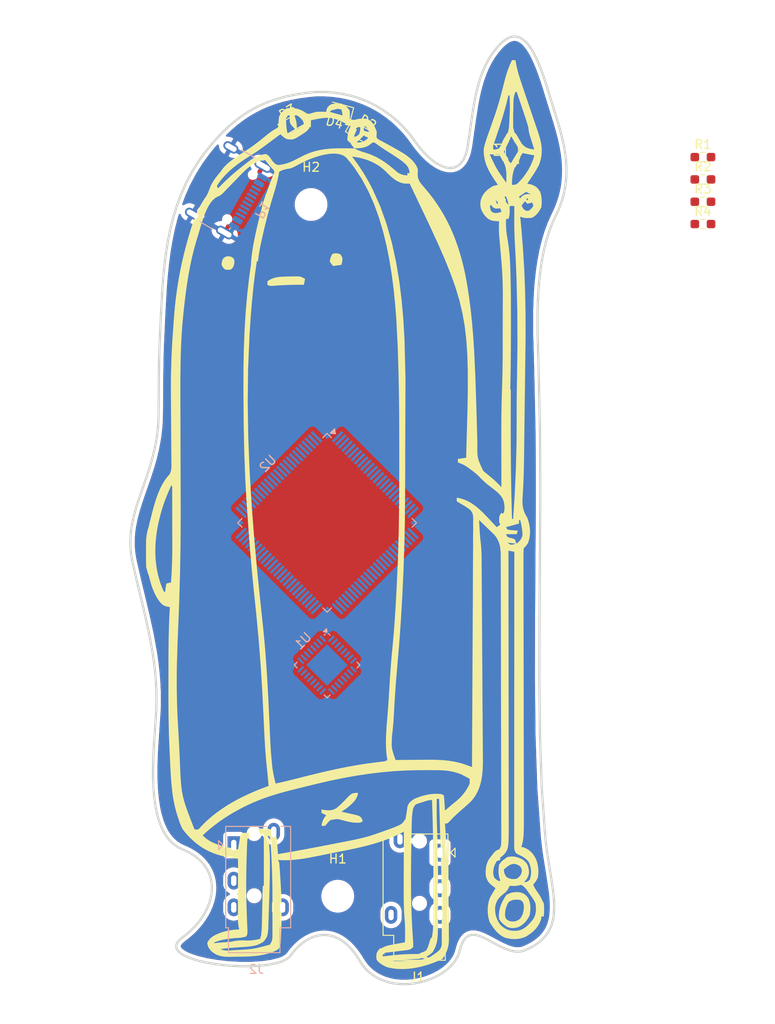
<source format=kicad_pcb>
(kicad_pcb (version 20240108) (generator "pcbnew") (generator_version "8.0")
  (layers (0 "F.Cu" signal) (31 "B.Cu" signal) (34 "B.Paste" user) (35 "F.Paste" user) (36 "B.SilkS" user "B.Silkscreen") (37 "F.SilkS" user "F.Silkscreen") (38 "B.Mask" user) (39 "F.Mask" user) (44 "Edge.Cuts" user))
  (net 0 "")
  (net 1 "GND")
  (net 2 "+5V")
  (net 7 "Net-(D1-A)")
  (net 8 "Net-(D2-A)")
  (net 9 "Net-(D3-A)")
  (net 65 "Net-(U2-VSS-Pad10)")
  (footprint "Resistor_SMD:R_0603_1608Metric_Pad0.98x0.95mm_HandSolder" (layer "F.Cu") (at 181.8875 65.58)
    (property "Reference" "R2" (at 0 -1.43 0) (layer "F.SilkS"))
    (property "Value" "270")
    (pad "1" smd roundrect (at -0.9125 0) (size 0.975 0.95) (layers "F.Cu" "F.Paste" "F.Mask") (net 2 "+5V"))
    (pad "2" smd roundrect (at 0.9125 0) (size 0.975 0.95) (layers "F.Cu" "F.Paste" "F.Mask") (net 8 "Net-(D2-A)"))
  )
  (footprint "Resistor_SMD:R_0603_1608Metric_Pad0.98x0.95mm_HandSolder" (layer "F.Cu") (at 181.8875 70.6)
    (property "Reference" "R4" (at 0 -1.43 0) (layer "F.SilkS"))
    (property "Value" "270")
    (pad "1" smd roundrect (at -0.9125 0) (size 0.975 0.95) (layers "F.Cu" "F.Paste" "F.Mask") (net 2 "+5V"))
    (pad "2" smd roundrect (at 0.9125 0) (size 0.975 0.95) (layers "F.Cu" "F.Paste" "F.Mask"))
  )
  (footprint "MountingHole:MountingHole_3.2mm_M3" (layer "F.Cu") (at 140.8 146.2)
    (property "Reference" "H1" (at 0 -4.2 0) (layer "F.SilkS"))
    (property "Value" "MountingHole")
    (pad "" np_thru_hole circle (at 0 0) (size 3.2 3.2) (drill 3.2) (layers "*.Cu" "*.Mask" "In1.Cu" "In2.Cu" "In3.Cu" "In4.Cu" "In5.Cu" "In6.Cu" "In7.Cu" "In8.Cu" "In9.Cu" "In10.Cu" "In11.Cu" "In12.Cu" "In13.Cu" "In14.Cu" "In15.Cu" "In16.Cu" "In17.Cu" "In18.Cu" "In19.Cu" "In20.Cu" "In21.Cu" "In22.Cu" "In23.Cu" "In24.Cu" "In25.Cu" "In26.Cu" "In27.Cu" "In28.Cu" "In29.Cu" "In30.Cu"))
  )
  (footprint "Resistor_SMD:R_0603_1608Metric_Pad0.98x0.95mm_HandSolder" (layer "F.Cu") (at 181.8875 63.07)
    (property "Reference" "R1" (at 0 -1.43 0) (layer "F.SilkS"))
    (property "Value" "270")
    (pad "1" smd roundrect (at -0.9125 0) (size 0.975 0.95) (layers "F.Cu" "F.Paste" "F.Mask") (net 2 "+5V"))
    (pad "2" smd roundrect (at 0.9125 0) (size 0.975 0.95) (layers "F.Cu" "F.Paste" "F.Mask") (net 7 "Net-(D1-A)"))
  )
  (footprint "MountingHole:MountingHole_3.2mm_M3" (layer "F.Cu") (at 137.8 68.4)
    (property "Reference" "H2" (at 0 -4.2 0) (layer "F.SilkS"))
    (property "Value" "MountingHole")
    (pad "" np_thru_hole circle (at 0 0) (size 3.2 3.2) (drill 3.2) (layers "*.Cu" "*.Mask" "In1.Cu" "In2.Cu" "In3.Cu" "In4.Cu" "In5.Cu" "In6.Cu" "In7.Cu" "In8.Cu" "In9.Cu" "In10.Cu" "In11.Cu" "In12.Cu" "In13.Cu" "In14.Cu" "In15.Cu" "In16.Cu" "In17.Cu" "In18.Cu" "In19.Cu" "In20.Cu" "In21.Cu" "In22.Cu" "In23.Cu" "In24.Cu" "In25.Cu" "In26.Cu" "In27.Cu" "In28.Cu" "In29.Cu" "In30.Cu"))
  )
  (footprint "LED_SMD:LED_0603_1608Metric_Pad1.05x0.95mm_HandSolder" (layer "F.Cu") (at 135.875 59.2 30)
    (property "Reference" "D3" (at 0 -1.43 30) (layer "F.SilkS"))
    (property "Value" "LED")
    (pad "1" smd roundrect (at -0.875 0 30) (size 1.05 0.95) (layers "F.Cu" "F.Paste" "F.Mask") (net 1 "GND"))
    (pad "2" smd roundrect (at 0.875 0 30) (size 1.05 0.95) (layers "F.Cu" "F.Paste" "F.Mask") (net 9 "Net-(D3-A)"))
  )
  (footprint "LED_SMD:LED_0603_1608Metric_Pad1.05x0.95mm_HandSolder" (layer "F.Cu") (at 160.4 62.125001 90)
    (property "Reference" "D1" (at 0 -1.43 90) (layer "F.SilkS"))
    (property "Value" "LED")
    (pad "1" smd roundrect (at -0.874999 0 90) (size 1.05 0.95) (layers "F.Cu" "F.Paste" "F.Mask") (net 1 "GND"))
    (pad "2" smd roundrect (at 0.874999 0 90) (size 1.05 0.95) (layers "F.Cu" "F.Paste" "F.Mask") (net 7 "Net-(D1-A)"))
  )
  (footprint "LED_SMD:LED_0603_1608Metric_Pad1.05x0.95mm_HandSolder" (layer "F.Cu") (at 140.8 57.8 165)
    (property "Reference" "D4" (at -0.000001 -1.430001 165) (layer "F.SilkS"))
    (property "Value" "LED")
    (pad "1" smd roundrect (at -0.875 0 165) (size 1.05 0.95) (layers "F.Cu" "F.Paste" "F.Mask"))
    (pad "2" smd roundrect (at 0.875 0 165) (size 1.05 0.95) (layers "F.Cu" "F.Paste" "F.Mask"))
  )
  (footprint "LED_SMD:LED_0603_1608Metric_Pad1.05x0.95mm_HandSolder" (layer "F.Cu") (at 143.475 60.4 -30)
    (property "Reference" "D2" (at 0 -1.43 150) (layer "F.SilkS"))
    (property "Value" "LED")
    (pad "1" smd roundrect (at -0.875 0 330) (size 1.05 0.95) (layers "F.Cu" "F.Paste" "F.Mask") (net 1 "GND"))
    (pad "2" smd roundrect (at 0.875 0 330) (size 1.05 0.95) (layers "F.Cu" "F.Paste" "F.Mask") (net 8 "Net-(D2-A)"))
  )
  (footprint "Resistor_SMD:R_0603_1608Metric_Pad0.98x0.95mm_HandSolder" (layer "F.Cu") (at 181.8875 68.09)
    (property "Reference" "R3" (at 0 -1.43 0) (layer "F.SilkS"))
    (property "Value" "270")
    (pad "1" smd roundrect (at -0.9125 0) (size 0.975 0.95) (layers "F.Cu" "F.Paste" "F.Mask") (net 2 "+5V"))
    (pad "2" smd roundrect (at 0.9125 0) (size 0.975 0.95) (layers "F.Cu" "F.Paste" "F.Mask") (net 9 "Net-(D3-A)"))
  )
  (footprint "Connector_Audio:Jack_3.5mm_PJ320E_Horizontal" (layer "F.Cu") (at 152.3 141.299999 180)
    (property "Reference" "J1" (at 2.54 -13.97 0) (layer "F.SilkS"))
    (property "Value" "AudioJack3_Ground")
    (pad "" np_thru_hole circle (at 2.3 -5.700003 90) (size 1.2 1.2) (drill 1.2) (layers "*.Cu" "*.Mask" "In1.Cu" "In2.Cu" "In3.Cu" "In4.Cu" "In5.Cu" "In6.Cu" "In7.Cu" "In8.Cu" "In9.Cu" "In10.Cu" "In11.Cu" "In12.Cu" "In13.Cu" "In14.Cu" "In15.Cu" "In16.Cu" "In17.Cu" "In18.Cu" "In19.Cu" "In20.Cu" "In21.Cu" "In22.Cu" "In23.Cu" "In24.Cu" "In25.Cu" "In26.Cu" "In27.Cu" "In28.Cu" "In29.Cu" "In30.Cu"))
    (pad "" np_thru_hole circle (at 2.300001 1.3 90) (size 1.2 1.2) (drill 1.2) (layers "*.Cu" "*.Mask" "In1.Cu" "In2.Cu" "In3.Cu" "In4.Cu" "In5.Cu" "In6.Cu" "In7.Cu" "In8.Cu" "In9.Cu" "In10.Cu" "In11.Cu" "In12.Cu" "In13.Cu" "In14.Cu" "In15.Cu" "In16.Cu" "In17.Cu" "In18.Cu" "In19.Cu" "In20.Cu" "In21.Cu" "In22.Cu" "In23.Cu" "In24.Cu" "In25.Cu" "In26.Cu" "In27.Cu" "In28.Cu" "In29.Cu" "In30.Cu"))
    (pad "" thru_hole oval (at 5.500002 -6.999999 90) (size 2 1.4) (drill oval 1.2 0.6) (layers "*.Cu" "*.Mask" "In1.Cu" "In2.Cu" "In3.Cu" "In4.Cu" "In5.Cu" "In6.Cu" "In7.Cu" "In8.Cu" "In9.Cu" "In10.Cu" "In11.Cu" "In12.Cu" "In13.Cu" "In14.Cu" "In15.Cu" "In16.Cu" "In17.Cu" "In18.Cu" "In19.Cu" "In20.Cu" "In21.Cu" "In22.Cu" "In23.Cu" "In24.Cu" "In25.Cu" "In26.Cu" "In27.Cu" "In28.Cu" "In29.Cu" "In30.Cu"))
    (pad "R1" thru_hole oval (at 0 -4 90) (size 2 1.4) (drill oval 1.2 0.6) (layers "*.Cu" "*.Mask" "In1.Cu" "In2.Cu" "In3.Cu" "In4.Cu" "In5.Cu" "In6.Cu" "In7.Cu" "In8.Cu" "In9.Cu" "In10.Cu" "In11.Cu" "In12.Cu" "In13.Cu" "In14.Cu" "In15.Cu" "In16.Cu" "In17.Cu" "In18.Cu" "In19.Cu" "In20.Cu" "In21.Cu" "In22.Cu" "In23.Cu" "In24.Cu" "In25.Cu" "In26.Cu" "In27.Cu" "In28.Cu" "In29.Cu" "In30.Cu"))
    (pad "R2" thru_hole oval (at 0 -7 90) (size 2 1.4) (drill oval 1.2 0.6) (layers "*.Cu" "*.Mask" "In1.Cu" "In2.Cu" "In3.Cu" "In4.Cu" "In5.Cu" "In6.Cu" "In7.Cu" "In8.Cu" "In9.Cu" "In10.Cu" "In11.Cu" "In12.Cu" "In13.Cu" "In14.Cu" "In15.Cu" "In16.Cu" "In17.Cu" "In18.Cu" "In19.Cu" "In20.Cu" "In21.Cu" "In22.Cu" "In23.Cu" "In24.Cu" "In25.Cu" "In26.Cu" "In27.Cu" "In28.Cu" "In29.Cu" "In30.Cu"))
    (pad "S" thru_hole oval (at 4.5 1.499999 90) (size 2 1.4) (drill oval 1.2 0.6) (layers "*.Cu" "*.Mask" "In1.Cu" "In2.Cu" "In3.Cu" "In4.Cu" "In5.Cu" "In6.Cu" "In7.Cu" "In8.Cu" "In9.Cu" "In10.Cu" "In11.Cu" "In12.Cu" "In13.Cu" "In14.Cu" "In15.Cu" "In16.Cu" "In17.Cu" "In18.Cu" "In19.Cu" "In20.Cu" "In21.Cu" "In22.Cu" "In23.Cu" "In24.Cu" "In25.Cu" "In26.Cu" "In27.Cu" "In28.Cu" "In29.Cu" "In30.Cu"))
    (pad "T" thru_hole rect (at 0 0 90) (size 2 1.4) (drill oval 1.2 0.6) (layers "*.Cu" "*.Mask" "In1.Cu" "In2.Cu" "In3.Cu" "In4.Cu" "In5.Cu" "In6.Cu" "In7.Cu" "In8.Cu" "In9.Cu" "In10.Cu" "In11.Cu" "In12.Cu" "In13.Cu" "In14.Cu" "In15.Cu" "In16.Cu" "In17.Cu" "In18.Cu" "In19.Cu" "In20.Cu" "In21.Cu" "In22.Cu" "In23.Cu" "In24.Cu" "In25.Cu" "In26.Cu" "In27.Cu" "In28.Cu" "In29.Cu" "In30.Cu"))
  )
  (footprint "Connector_USB:USB_C_Receptacle_GCT_USB4105-xx-A_16P_TopMnt_Horizontal" (layer "B.Cu") (at 127.548852 66.255 60)
    (property "Reference" "P1" (at 0.000001 5.500003 -120) (layer "B.SilkS") (effects (justify mirror)))
    (property "Value" "USB_C_Plug_USB2.0")
    (pad "" np_thru_hole circle (at -2.89 2.604999 60) (size 0.65 0.65) (drill 0.65) (layers "*.Cu" "*.Mask" "In1.Cu" "In2.Cu" "In3.Cu" "In4.Cu" "In5.Cu" "In6.Cu" "In7.Cu" "In8.Cu" "In9.Cu" "In10.Cu" "In11.Cu" "In12.Cu" "In13.Cu" "In14.Cu" "In15.Cu" "In16.Cu" "In17.Cu" "In18.Cu" "In19.Cu" "In20.Cu" "In21.Cu" "In22.Cu" "In23.Cu" "In24.Cu" "In25.Cu" "In26.Cu" "In27.Cu" "In28.Cu" "In29.Cu" "In30.Cu"))
    (pad "" np_thru_hole circle (at 2.89 2.605 60) (size 0.65 0.65) (drill 0.65) (layers "*.Cu" "*.Mask" "In1.Cu" "In2.Cu" "In3.Cu" "In4.Cu" "In5.Cu" "In6.Cu" "In7.Cu" "In8.Cu" "In9.Cu" "In10.Cu" "In11.Cu" "In12.Cu" "In13.Cu" "In14.Cu" "In15.Cu" "In16.Cu" "In17.Cu" "In18.Cu" "In19.Cu" "In20.Cu" "In21.Cu" "In22.Cu" "In23.Cu" "In24.Cu" "In25.Cu" "In26.Cu" "In27.Cu" "In28.Cu" "In29.Cu" "In30.Cu"))
    (pad "A1" smd roundrect (at -3.200001 3.680001 60) (size 0.6 1.15) (layers "B.Cu" "B.Paste" "B.Mask") (net 1 "GND"))
    (pad "A4" smd roundrect (at -2.400002 3.679999 60) (size 0.6 1.15) (layers "B.Cu" "B.Paste" "B.Mask") (net 2 "+5V"))
    (pad "A5" smd roundrect (at -1.25 3.68 60) (size 0.3 1.15) (layers "B.Cu" "B.Paste" "B.Mask"))
    (pad "A6" smd roundrect (at -0.249999 3.680001 60) (size 0.3 1.15) (layers "B.Cu" "B.Paste" "B.Mask"))
    (pad "A7" smd roundrect (at 0.250002 3.68 60) (size 0.3 1.15) (layers "B.Cu" "B.Paste" "B.Mask"))
    (pad "A8" smd roundrect (at 1.250002 3.679996 60) (size 0.3 1.15) (layers "B.Cu" "B.Paste" "B.Mask"))
    (pad "A9" smd roundrect (at 2.400002 3.680001 60) (size 0.6 1.15) (layers "B.Cu" "B.Paste" "B.Mask") (net 2 "+5V"))
    (pad "A12" smd roundrect (at 3.200001 3.68 60) (size 0.6 1.15) (layers "B.Cu" "B.Paste" "B.Mask") (net 1 "GND"))
    (pad "B1" smd roundrect (at 3.200001 3.68 60) (size 0.6 1.15) (layers "B.Cu" "B.Paste" "B.Mask") (net 1 "GND"))
    (pad "B4" smd roundrect (at 2.400002 3.680001 60) (size 0.6 1.15) (layers "B.Cu" "B.Paste" "B.Mask") (net 2 "+5V"))
    (pad "B5" smd roundrect (at 1.75 3.680003 60) (size 0.3 1.15) (layers "B.Cu" "B.Paste" "B.Mask"))
    (pad "B6" smd roundrect (at 0.75 3.68 60) (size 0.3 1.15) (layers "B.Cu" "B.Paste" "B.Mask"))
    (pad "B7" smd roundrect (at -0.749999 3.68 60) (size 0.3 1.15) (layers "B.Cu" "B.Paste" "B.Mask"))
    (pad "B8" smd roundrect (at -1.75 3.679997 60) (size 0.3 1.15) (layers "B.Cu" "B.Paste" "B.Mask"))
    (pad "B9" smd roundrect (at -2.400002 3.679999 60) (size 0.6 1.15) (layers "B.Cu" "B.Paste" "B.Mask") (net 2 "+5V"))
    (pad "B12" smd roundrect (at -3.200001 3.680001 60) (size 0.6 1.15) (layers "B.Cu" "B.Paste" "B.Mask") (net 1 "GND"))
    (pad "S1" thru_hole oval (at -4.320001 -1.075 60) (size 1 1.8) (drill oval 0.6 1.4) (property pad_prop_heatsink) (layers "*.Cu" "*.Mask" "In1.Cu" "In2.Cu" "In3.Cu" "In4.Cu" "In5.Cu" "In6.Cu" "In7.Cu" "In8.Cu" "In9.Cu" "In10.Cu" "In11.Cu" "In12.Cu" "In13.Cu" "In14.Cu" "In15.Cu" "In16.Cu" "In17.Cu" "In18.Cu" "In19.Cu" "In20.Cu" "In21.Cu" "In22.Cu" "In23.Cu" "In24.Cu" "In25.Cu" "In26.Cu" "In27.Cu" "In28.Cu" "In29.Cu" "In30.Cu" "B.Paste") (net 1 "GND"))
    (pad "S1" thru_hole oval (at -4.320001 3.105003 60) (size 1 2.1) (drill oval 0.6 1.7) (property pad_prop_heatsink) (layers "*.Cu" "*.Mask" "In1.Cu" "In2.Cu" "In3.Cu" "In4.Cu" "In5.Cu" "In6.Cu" "In7.Cu" "In8.Cu" "In9.Cu" "In10.Cu" "In11.Cu" "In12.Cu" "In13.Cu" "In14.Cu" "In15.Cu" "In16.Cu" "In17.Cu" "In18.Cu" "In19.Cu" "In20.Cu" "In21.Cu" "In22.Cu" "In23.Cu" "In24.Cu" "In25.Cu" "In26.Cu" "In27.Cu" "In28.Cu" "In29.Cu" "In30.Cu" "B.Paste") (net 1 "GND"))
    (pad "S1" thru_hole oval (at 4.320001 -1.075 60) (size 1 1.8) (drill oval 0.6 1.4) (property pad_prop_heatsink) (layers "*.Cu" "*.Mask" "In1.Cu" "In2.Cu" "In3.Cu" "In4.Cu" "In5.Cu" "In6.Cu" "In7.Cu" "In8.Cu" "In9.Cu" "In10.Cu" "In11.Cu" "In12.Cu" "In13.Cu" "In14.Cu" "In15.Cu" "In16.Cu" "In17.Cu" "In18.Cu" "In19.Cu" "In20.Cu" "In21.Cu" "In22.Cu" "In23.Cu" "In24.Cu" "In25.Cu" "In26.Cu" "In27.Cu" "In28.Cu" "In29.Cu" "In30.Cu" "B.Paste") (net 1 "GND"))
    (pad "S1" thru_hole oval (at 4.320004 3.105002 60) (size 1 2.1) (drill oval 0.6 1.7) (property pad_prop_heatsink) (layers "*.Cu" "*.Mask" "In1.Cu" "In2.Cu" "In3.Cu" "In4.Cu" "In5.Cu" "In6.Cu" "In7.Cu" "In8.Cu" "In9.Cu" "In10.Cu" "In11.Cu" "In12.Cu" "In13.Cu" "In14.Cu" "In15.Cu" "In16.Cu" "In17.Cu" "In18.Cu" "In19.Cu" "In20.Cu" "In21.Cu" "In22.Cu" "In23.Cu" "In24.Cu" "In25.Cu" "In26.Cu" "In27.Cu" "In28.Cu" "In29.Cu" "In30.Cu" "B.Paste") (net 1 "GND"))
  )
  (footprint "Connector_Audio:Jack_3.5mm_PJ320E_Horizontal" (layer "B.Cu") (at 129.099998 140.450001)
    (property "Reference" "J2" (at 2.54 13.97 0) (layer "B.SilkS") (effects (justify mirror)))
    (property "Value" "AudioJack3_Ground")
    (pad "" np_thru_hole circle (at 2.300001 5.699998 90) (size 1.2 1.2) (drill 1.2) (layers "*.Cu" "*.Mask" "In1.Cu" "In2.Cu" "In3.Cu" "In4.Cu" "In5.Cu" "In6.Cu" "In7.Cu" "In8.Cu" "In9.Cu" "In10.Cu" "In11.Cu" "In12.Cu" "In13.Cu" "In14.Cu" "In15.Cu" "In16.Cu" "In17.Cu" "In18.Cu" "In19.Cu" "In20.Cu" "In21.Cu" "In22.Cu" "In23.Cu" "In24.Cu" "In25.Cu" "In26.Cu" "In27.Cu" "In28.Cu" "In29.Cu" "In30.Cu"))
    (pad "" np_thru_hole circle (at 2.300002 -1.3 90) (size 1.2 1.2) (drill 1.2) (layers "*.Cu" "*.Mask" "In1.Cu" "In2.Cu" "In3.Cu" "In4.Cu" "In5.Cu" "In6.Cu" "In7.Cu" "In8.Cu" "In9.Cu" "In10.Cu" "In11.Cu" "In12.Cu" "In13.Cu" "In14.Cu" "In15.Cu" "In16.Cu" "In17.Cu" "In18.Cu" "In19.Cu" "In20.Cu" "In21.Cu" "In22.Cu" "In23.Cu" "In24.Cu" "In25.Cu" "In26.Cu" "In27.Cu" "In28.Cu" "In29.Cu" "In30.Cu"))
    (pad "" thru_hole oval (at 5.499998 6.999999 90) (size 2 1.4) (drill oval 1.2 0.6) (layers "*.Cu" "*.Mask" "In1.Cu" "In2.Cu" "In3.Cu" "In4.Cu" "In5.Cu" "In6.Cu" "In7.Cu" "In8.Cu" "In9.Cu" "In10.Cu" "In11.Cu" "In12.Cu" "In13.Cu" "In14.Cu" "In15.Cu" "In16.Cu" "In17.Cu" "In18.Cu" "In19.Cu" "In20.Cu" "In21.Cu" "In22.Cu" "In23.Cu" "In24.Cu" "In25.Cu" "In26.Cu" "In27.Cu" "In28.Cu" "In29.Cu" "In30.Cu"))
    (pad "R1" thru_hole oval (at 0 4 90) (size 2 1.4) (drill oval 1.2 0.6) (layers "*.Cu" "*.Mask" "In1.Cu" "In2.Cu" "In3.Cu" "In4.Cu" "In5.Cu" "In6.Cu" "In7.Cu" "In8.Cu" "In9.Cu" "In10.Cu" "In11.Cu" "In12.Cu" "In13.Cu" "In14.Cu" "In15.Cu" "In16.Cu" "In17.Cu" "In18.Cu" "In19.Cu" "In20.Cu" "In21.Cu" "In22.Cu" "In23.Cu" "In24.Cu" "In25.Cu" "In26.Cu" "In27.Cu" "In28.Cu" "In29.Cu" "In30.Cu"))
    (pad "R2" thru_hole oval (at 0 7 90) (size 2 1.4) (drill oval 1.2 0.6) (layers "*.Cu" "*.Mask" "In1.Cu" "In2.Cu" "In3.Cu" "In4.Cu" "In5.Cu" "In6.Cu" "In7.Cu" "In8.Cu" "In9.Cu" "In10.Cu" "In11.Cu" "In12.Cu" "In13.Cu" "In14.Cu" "In15.Cu" "In16.Cu" "In17.Cu" "In18.Cu" "In19.Cu" "In20.Cu" "In21.Cu" "In22.Cu" "In23.Cu" "In24.Cu" "In25.Cu" "In26.Cu" "In27.Cu" "In28.Cu" "In29.Cu" "In30.Cu"))
    (pad "S" thru_hole oval (at 4.5 -1.499999 90) (size 2 1.4) (drill oval 1.2 0.6) (layers "*.Cu" "*.Mask" "In1.Cu" "In2.Cu" "In3.Cu" "In4.Cu" "In5.Cu" "In6.Cu" "In7.Cu" "In8.Cu" "In9.Cu" "In10.Cu" "In11.Cu" "In12.Cu" "In13.Cu" "In14.Cu" "In15.Cu" "In16.Cu" "In17.Cu" "In18.Cu" "In19.Cu" "In20.Cu" "In21.Cu" "In22.Cu" "In23.Cu" "In24.Cu" "In25.Cu" "In26.Cu" "In27.Cu" "In28.Cu" "In29.Cu" "In30.Cu"))
    (pad "T" thru_hole rect (at 0 0 90) (size 2 1.4) (drill oval 1.2 0.6) (layers "*.Cu" "*.Mask" "In1.Cu" "In2.Cu" "In3.Cu" "In4.Cu" "In5.Cu" "In6.Cu" "In7.Cu" "In8.Cu" "In9.Cu" "In10.Cu" "In11.Cu" "In12.Cu" "In13.Cu" "In14.Cu" "In15.Cu" "In16.Cu" "In17.Cu" "In18.Cu" "In19.Cu" "In20.Cu" "In21.Cu" "In22.Cu" "In23.Cu" "In24.Cu" "In25.Cu" "In26.Cu" "In27.Cu" "In28.Cu" "In29.Cu" "In30.Cu"))
  )
  (footprint "Package_QFP:LQFP-100_14x14mm_P0.5mm" (layer "B.Cu") (at 139.6 104.2 -135)
    (property "Reference" "U2" (at 0 9.42 45) (layer "B.SilkS") (effects (justify mirror)))
    (property "Value" "STM32F429VITx")
    (pad "1" smd roundrect (at -7.675 6 225) (size 1.6 0.3) (layers "B.Cu" "B.Paste" "B.Mask"))
    (pad "2" smd roundrect (at -7.675 5.5 225) (size 1.6 0.3) (layers "B.Cu" "B.Paste" "B.Mask"))
    (pad "3" smd roundrect (at -7.675 4.999999 225) (size 1.6 0.3) (layers "B.Cu" "B.Paste" "B.Mask"))
    (pad "4" smd roundrect (at -7.675 4.5 225) (size 1.6 0.3) (layers "B.Cu" "B.Paste" "B.Mask"))
    (pad "5" smd roundrect (at -7.675001 3.999998 225) (size 1.6 0.3) (layers "B.Cu" "B.Paste" "B.Mask"))
    (pad "6" smd roundrect (at -7.675 3.5 225) (size 1.6 0.3) (layers "B.Cu" "B.Paste" "B.Mask"))
    (pad "7" smd roundrect (at -7.675001 3.000001 225) (size 1.6 0.3) (layers "B.Cu" "B.Paste" "B.Mask"))
    (pad "8" smd roundrect (at -7.675 2.500001 225) (size 1.6 0.3) (layers "B.Cu" "B.Paste" "B.Mask"))
    (pad "9" smd roundrect (at -7.675 2 225) (size 1.6 0.3) (layers "B.Cu" "B.Paste" "B.Mask"))
    (pad "10" smd roundrect (at -7.675 1.5 225) (size 1.6 0.3) (layers "B.Cu" "B.Paste" "B.Mask") (net 65 "Net-(U2-VSS-Pad10)"))
    (pad "11" smd roundrect (at -7.675 1 225) (size 1.6 0.3) (layers "B.Cu" "B.Paste" "B.Mask"))
    (pad "12" smd roundrect (at -7.675 0.5 225) (size 1.6 0.3) (layers "B.Cu" "B.Paste" "B.Mask"))
    (pad "13" smd roundrect (at -7.675001 0 225) (size 1.6 0.3) (layers "B.Cu" "B.Paste" "B.Mask"))
    (pad "14" smd roundrect (at -7.675 -0.5 225) (size 1.6 0.3) (layers "B.Cu" "B.Paste" "B.Mask"))
    (pad "15" smd roundrect (at -7.675 -1.000001 225) (size 1.6 0.3) (layers "B.Cu" "B.Paste" "B.Mask"))
    (pad "16" smd roundrect (at -7.675 -1.5 225) (size 1.6 0.3) (layers "B.Cu" "B.Paste" "B.Mask"))
    (pad "17" smd roundrect (at -7.675001 -1.999999 225) (size 1.6 0.3) (layers "B.Cu" "B.Paste" "B.Mask"))
    (pad "18" smd roundrect (at -7.675 -2.499999 225) (size 1.6 0.3) (layers "B.Cu" "B.Paste" "B.Mask"))
    (pad "19" smd roundrect (at -7.675 -3 225) (size 1.6 0.3) (layers "B.Cu" "B.Paste" "B.Mask"))
    (pad "20" smd roundrect (at -7.675 -3.5 225) (size 1.6 0.3) (layers "B.Cu" "B.Paste" "B.Mask"))
    (pad "21" smd roundrect (at -7.675001 -4 225) (size 1.6 0.3) (layers "B.Cu" "B.Paste" "B.Mask"))
    (pad "22" smd roundrect (at -7.675 -4.5 225) (size 1.6 0.3) (layers "B.Cu" "B.Paste" "B.Mask"))
    (pad "23" smd roundrect (at -7.675 -4.999999 225) (size 1.6 0.3) (layers "B.Cu" "B.Paste" "B.Mask"))
    (pad "24" smd roundrect (at -7.675 -5.5 225) (size 1.6 0.3) (layers "B.Cu" "B.Paste" "B.Mask"))
    (pad "25" smd roundrect (at -7.674999 -6 225) (size 1.6 0.3) (layers "B.Cu" "B.Paste" "B.Mask"))
    (pad "26" smd roundrect (at -6 -7.675 225) (size 0.3 1.6) (layers "B.Cu" "B.Paste" "B.Mask"))
    (pad "27" smd roundrect (at -5.5 -7.675 225) (size 0.3 1.6) (layers "B.Cu" "B.Paste" "B.Mask") (net 65 "Net-(U2-VSS-Pad10)"))
    (pad "28" smd roundrect (at -4.999999 -7.675 225) (size 0.3 1.6) (layers "B.Cu" "B.Paste" "B.Mask"))
    (pad "29" smd roundrect (at -4.5 -7.675 225) (size 0.3 1.6) (layers "B.Cu" "B.Paste" "B.Mask"))
    (pad "30" smd roundrect (at -3.999998 -7.675001 225) (size 0.3 1.6) (layers "B.Cu" "B.Paste" "B.Mask"))
    (pad "31" smd roundrect (at -3.5 -7.675 225) (size 0.3 1.6) (layers "B.Cu" "B.Paste" "B.Mask"))
    (pad "32" smd roundrect (at -3.000001 -7.675001 225) (size 0.3 1.6) (layers "B.Cu" "B.Paste" "B.Mask"))
    (pad "33" smd roundrect (at -2.500001 -7.675 225) (size 0.3 1.6) (layers "B.Cu" "B.Paste" "B.Mask"))
    (pad "34" smd roundrect (at -2 -7.675 225) (size 0.3 1.6) (layers "B.Cu" "B.Paste" "B.Mask"))
    (pad "35" smd roundrect (at -1.5 -7.675 225) (size 0.3 1.6) (layers "B.Cu" "B.Paste" "B.Mask"))
    (pad "36" smd roundrect (at -1 -7.675 225) (size 0.3 1.6) (layers "B.Cu" "B.Paste" "B.Mask"))
    (pad "37" smd roundrect (at -0.5 -7.675 225) (size 0.3 1.6) (layers "B.Cu" "B.Paste" "B.Mask"))
    (pad "38" smd roundrect (at 0 -7.675001 225) (size 0.3 1.6) (layers "B.Cu" "B.Paste" "B.Mask"))
    (pad "39" smd roundrect (at 0.5 -7.675 225) (size 0.3 1.6) (layers "B.Cu" "B.Paste" "B.Mask"))
    (pad "40" smd roundrect (at 1.000001 -7.675 225) (size 0.3 1.6) (layers "B.Cu" "B.Paste" "B.Mask"))
    (pad "41" smd roundrect (at 1.5 -7.675 225) (size 0.3 1.6) (layers "B.Cu" "B.Paste" "B.Mask"))
    (pad "42" smd roundrect (at 1.999999 -7.675001 225) (size 0.3 1.6) (layers "B.Cu" "B.Paste" "B.Mask"))
    (pad "43" smd roundrect (at 2.499999 -7.675 225) (size 0.3 1.6) (layers "B.Cu" "B.Paste" "B.Mask"))
    (pad "44" smd roundrect (at 3 -7.675 225) (size 0.3 1.6) (layers "B.Cu" "B.Paste" "B.Mask"))
    (pad "45" smd roundrect (at 3.5 -7.675 225) (size 0.3 1.6) (layers "B.Cu" "B.Paste" "B.Mask"))
    (pad "46" smd roundrect (at 4 -7.675001 225) (size 0.3 1.6) (layers "B.Cu" "B.Paste" "B.Mask"))
    (pad "47" smd roundrect (at 4.5 -7.675 225) (size 0.3 1.6) (layers "B.Cu" "B.Paste" "B.Mask"))
    (pad "48" smd roundrect (at 4.999999 -7.675 225) (size 0.3 1.6) (layers "B.Cu" "B.Paste" "B.Mask"))
    (pad "49" smd roundrect (at 5.5 -7.675 225) (size 0.3 1.6) (layers "B.Cu" "B.Paste" "B.Mask"))
    (pad "50" smd roundrect (at 6 -7.674999 225) (size 0.3 1.6) (layers "B.Cu" "B.Paste" "B.Mask"))
    (pad "51" smd roundrect (at 7.675 -6 225) (size 1.6 0.3) (layers "B.Cu" "B.Paste" "B.Mask"))
    (pad "52" smd roundrect (at 7.675 -5.5 225) (size 1.6 0.3) (layers "B.Cu" "B.Paste" "B.Mask"))
    (pad "53" smd roundrect (at 7.675 -4.999999 225) (size 1.6 0.3) (layers "B.Cu" "B.Paste" "B.Mask"))
    (pad "54" smd roundrect (at 7.675 -4.5 225) (size 1.6 0.3) (layers "B.Cu" "B.Paste" "B.Mask"))
    (pad "55" smd roundrect (at 7.675001 -3.999998 225) (size 1.6 0.3) (layers "B.Cu" "B.Paste" "B.Mask"))
    (pad "56" smd roundrect (at 7.675 -3.5 225) (size 1.6 0.3) (layers "B.Cu" "B.Paste" "B.Mask"))
    (pad "57" smd roundrect (at 7.675001 -3.000001 225) (size 1.6 0.3) (layers "B.Cu" "B.Paste" "B.Mask"))
    (pad "58" smd roundrect (at 7.675 -2.500001 225) (size 1.6 0.3) (layers "B.Cu" "B.Paste" "B.Mask"))
    (pad "59" smd roundrect (at 7.675 -2 225) (size 1.6 0.3) (layers "B.Cu" "B.Paste" "B.Mask"))
    (pad "60" smd roundrect (at 7.675 -1.5 225) (size 1.6 0.3) (layers "B.Cu" "B.Paste" "B.Mask"))
    (pad "61" smd roundrect (at 7.675 -1 225) (size 1.6 0.3) (layers "B.Cu" "B.Paste" "B.Mask"))
    (pad "62" smd roundrect (at 7.675 -0.5 225) (size 1.6 0.3) (layers "B.Cu" "B.Paste" "B.Mask"))
    (pad "63" smd roundrect (at 7.675001 0 225) (size 1.6 0.3) (layers "B.Cu" "B.Paste" "B.Mask"))
    (pad "64" smd roundrect (at 7.675 0.5 225) (size 1.6 0.3) (layers "B.Cu" "B.Paste" "B.Mask"))
    (pad "65" smd roundrect (at 7.675 1.000001 225) (size 1.6 0.3) (layers "B.Cu" "B.Paste" "B.Mask"))
    (pad "66" smd roundrect (at 7.675 1.5 225) (size 1.6 0.3) (layers "B.Cu" "B.Paste" "B.Mask"))
    (pad "67" smd roundrect (at 7.675001 1.999999 225) (size 1.6 0.3) (layers "B.Cu" "B.Paste" "B.Mask"))
    (pad "68" smd roundrect (at 7.675 2.499999 225) (size 1.6 0.3) (layers "B.Cu" "B.Paste" "B.Mask"))
    (pad "69" smd roundrect (at 7.675 3 225) (size 1.6 0.3) (layers "B.Cu" "B.Paste" "B.Mask"))
    (pad "70" smd roundrect (at 7.675 3.5 225) (size 1.6 0.3) (layers "B.Cu" "B.Paste" "B.Mask"))
    (pad "71" smd roundrect (at 7.675001 4 225) (size 1.6 0.3) (layers "B.Cu" "B.Paste" "B.Mask"))
    (pad "72" smd roundrect (at 7.675 4.5 225) (size 1.6 0.3) (layers "B.Cu" "B.Paste" "B.Mask"))
    (pad "73" smd roundrect (at 7.675 4.999999 225) (size 1.6 0.3) (layers "B.Cu" "B.Paste" "B.Mask"))
    (pad "74" smd roundrect (at 7.675 5.5 225) (size 1.6 0.3) (layers "B.Cu" "B.Paste" "B.Mask") (net 65 "Net-(U2-VSS-Pad10)"))
    (pad "75" smd roundrect (at 7.674999 6 225) (size 1.6 0.3) (layers "B.Cu" "B.Paste" "B.Mask"))
    (pad "76" smd roundrect (at 6 7.675 225) (size 0.3 1.6) (layers "B.Cu" "B.Paste" "B.Mask"))
    (pad "77" smd roundrect (at 5.5 7.675 225) (size 0.3 1.6) (layers "B.Cu" "B.Paste" "B.Mask"))
    (pad "78" smd roundrect (at 4.999999 7.675 225) (size 0.3 1.6) (layers "B.Cu" "B.Paste" "B.Mask"))
    (pad "79" smd roundrect (at 4.5 7.675 225) (size 0.3 1.6) (layers "B.Cu" "B.Paste" "B.Mask"))
    (pad "80" smd roundrect (at 3.999998 7.675001 225) (size 0.3 1.6) (layers "B.Cu" "B.Paste" "B.Mask"))
    (pad "81" smd roundrect (at 3.5 7.675 225) (size 0.3 1.6) (layers "B.Cu" "B.Paste" "B.Mask"))
    (pad "82" smd roundrect (at 3.000001 7.675001 225) (size 0.3 1.6) (layers "B.Cu" "B.Paste" "B.Mask"))
    (pad "83" smd roundrect (at 2.500001 7.675 225) (size 0.3 1.6) (layers "B.Cu" "B.Paste" "B.Mask"))
    (pad "84" smd roundrect (at 2 7.675 225) (size 0.3 1.6) (layers "B.Cu" "B.Paste" "B.Mask"))
    (pad "85" smd roundrect (at 1.5 7.675 225) (size 0.3 1.6) (layers "B.Cu" "B.Paste" "B.Mask"))
    (pad "86" smd roundrect (at 1 7.675 225) (size 0.3 1.6) (layers "B.Cu" "B.Paste" "B.Mask"))
    (pad "87" smd roundrect (at 0.5 7.675 225) (size 0.3 1.6) (layers "B.Cu" "B.Paste" "B.Mask"))
    (pad "88" smd roundrect (at 0 7.675001 225) (size 0.3 1.6) (layers "B.Cu" "B.Paste" "B.Mask"))
    (pad "89" smd roundrect (at -0.5 7.675 225) (size 0.3 1.6) (layers "B.Cu" "B.Paste" "B.Mask"))
    (pad "90" smd roundrect (at -1.000001 7.675 225) (size 0.3 1.6) (layers "B.Cu" "B.Paste" "B.Mask"))
    (pad "91" smd roundrect (at -1.5 7.675 225) (size 0.3 1.6) (layers "B.Cu" "B.Paste" "B.Mask"))
    (pad "92" smd roundrect (at -1.999999 7.675001 225) (size 0.3 1.6) (layers "B.Cu" "B.Paste" "B.Mask"))
    (pad "93" smd roundrect (at -2.499999 7.675 225) (size 0.3 1.6) (layers "B.Cu" "B.Paste" "B.Mask"))
    (pad "94" smd roundrect (at -3 7.675 225) (size 0.3 1.6) (layers "B.Cu" "B.Paste" "B.Mask"))
    (pad "95" smd roundrect (at -3.5 7.675 225) (size 0.3 1.6) (layers "B.Cu" "B.Paste" "B.Mask"))
    (pad "96" smd roundrect (at -4 7.675001 225) (size 0.3 1.6) (layers "B.Cu" "B.Paste" "B.Mask"))
    (pad "97" smd roundrect (at -4.5 7.675 225) (size 0.3 1.6) (layers "B.Cu" "B.Paste" "B.Mask"))
    (pad "98" smd roundrect (at -4.999999 7.675 225) (size 0.3 1.6) (layers "B.Cu" "B.Paste" "B.Mask"))
    (pad "99" smd roundrect (at -5.5 7.675 225) (size 0.3 1.6) (layers "B.Cu" "B.Paste" "B.Mask") (net 65 "Net-(U2-VSS-Pad10)"))
    (pad "100" smd roundrect (at -6 7.674999 225) (size 0.3 1.6) (layers "B.Cu" "B.Paste" "B.Mask"))
  )
  (footprint "Package_DFN_QFN:QFN-32-1EP_5x5mm_P0.5mm_EP3.3x3.3mm" (layer "B.Cu") (at 139.6 120.2 -135)
    (property "Reference" "U1" (at 0 3.83 45) (layer "B.SilkS") (effects (justify mirror)))
    (property "Value" "TLV320AIC32IRHBR")
    (pad "1" smd roundrect (at -2.4375 1.75 225) (size 0.875 0.25) (layers "B.Cu" "B.Paste" "B.Mask"))
    (pad "2" smd roundrect (at -2.437499 1.250001 225) (size 0.875 0.25) (layers "B.Cu" "B.Paste" "B.Mask"))
    (pad "3" smd roundrect (at -2.4375 0.75 225) (size 0.875 0.25) (layers "B.Cu" "B.Paste" "B.Mask"))
    (pad "4" smd roundrect (at -2.437499 0.25 225) (size 0.875 0.25) (layers "B.Cu" "B.Paste" "B.Mask"))
    (pad "5" smd roundrect (at -2.4375 -0.25 225) (size 0.875 0.25) (layers "B.Cu" "B.Paste" "B.Mask"))
    (pad "6" smd roundrect (at -2.4375 -0.749999 225) (size 0.875 0.25) (layers "B.Cu" "B.Paste" "B.Mask"))
    (pad "7" smd roundrect (at -2.4375 -1.250001 225) (size 0.875 0.25) (layers "B.Cu" "B.Paste" "B.Mask"))
    (pad "8" smd roundrect (at -2.4375 -1.750001 225) (size 0.875 0.25) (layers "B.Cu" "B.Paste" "B.Mask"))
    (pad "9" smd roundrect (at -1.75 -2.4375 225) (size 0.25 0.875) (layers "B.Cu" "B.Paste" "B.Mask"))
    (pad "10" smd roundrect (at -1.250001 -2.437499 225) (size 0.25 0.875) (layers "B.Cu" "B.Paste" "B.Mask"))
    (pad "11" smd roundrect (at -0.75 -2.4375 225) (size 0.25 0.875) (layers "B.Cu" "B.Paste" "B.Mask"))
    (pad "12" smd roundrect (at -0.25 -2.437499 225) (size 0.25 0.875) (layers "B.Cu" "B.Paste" "B.Mask"))
    (pad "13" smd roundrect (at 0.25 -2.4375 225) (size 0.25 0.875) (layers "B.Cu" "B.Paste" "B.Mask"))
    (pad "14" smd roundrect (at 0.749999 -2.4375 225) (size 0.25 0.875) (layers "B.Cu" "B.Paste" "B.Mask"))
    (pad "15" smd roundrect (at 1.250001 -2.4375 225) (size 0.25 0.875) (layers "B.Cu" "B.Paste" "B.Mask"))
    (pad "16" smd roundrect (at 1.750001 -2.4375 225) (size 0.25 0.875) (layers "B.Cu" "B.Paste" "B.Mask"))
    (pad "17" smd roundrect (at 2.4375 -1.75 225) (size 0.875 0.25) (layers "B.Cu" "B.Paste" "B.Mask"))
    (pad "18" smd roundrect (at 2.437499 -1.250001 225) (size 0.875 0.25) (layers "B.Cu" "B.Paste" "B.Mask"))
    (pad "19" smd roundrect (at 2.4375 -0.75 225) (size 0.875 0.25) (layers "B.Cu" "B.Paste" "B.Mask"))
    (pad "20" smd roundrect (at 2.437499 -0.25 225) (size 0.875 0.25) (layers "B.Cu" "B.Paste" "B.Mask"))
    (pad "21" smd roundrect (at 2.4375 0.25 225) (size 0.875 0.25) (layers "B.Cu" "B.Paste" "B.Mask"))
    (pad "22" smd roundrect (at 2.4375 0.749999 225) (size 0.875 0.25) (layers "B.Cu" "B.Paste" "B.Mask"))
    (pad "23" smd roundrect (at 2.4375 1.250001 225) (size 0.875 0.25) (layers "B.Cu" "B.Paste" "B.Mask"))
    (pad "24" smd roundrect (at 2.4375 1.750001 225) (size 0.875 0.25) (layers "B.Cu" "B.Paste" "B.Mask"))
    (pad "25" smd roundrect (at 1.75 2.4375 225) (size 0.25 0.875) (layers "B.Cu" "B.Paste" "B.Mask"))
    (pad "26" smd roundrect (at 1.250001 2.437499 225) (size 0.25 0.875) (layers "B.Cu" "B.Paste" "B.Mask"))
    (pad "27" smd roundrect (at 0.75 2.4375 225) (size 0.25 0.875) (layers "B.Cu" "B.Paste" "B.Mask"))
    (pad "28" smd roundrect (at 0.25 2.437499 225) (size 0.25 0.875) (layers "B.Cu" "B.Paste" "B.Mask"))
    (pad "29" smd roundrect (at -0.25 2.4375 225) (size 0.25 0.875) (layers "B.Cu" "B.Paste" "B.Mask"))
    (pad "30" smd roundrect (at -0.749999 2.4375 225) (size 0.25 0.875) (layers "B.Cu" "B.Paste" "B.Mask"))
    (pad "31" smd roundrect (at -1.250001 2.4375 225) (size 0.25 0.875) (layers "B.Cu" "B.Paste" "B.Mask"))
    (pad "32" smd roundrect (at -1.750001 2.4375 225) (size 0.25 0.875) (layers "B.Cu" "B.Paste" "B.Mask"))
    (pad "33" smd rect (at 0 0 225) (size 3.3 3.3) (property pad_prop_heatsink) (layers "B.Cu" "B.Mask"))
  )
  (gr_poly (pts (xy 162.315866 67.227114) (xy 162.382486 67.231108) (xy 162.451129 67.237793) (xy 162.521841 67.247191) (xy 162.623256 67.313079) (xy 162.702192 67.365013) (xy 162.764849 67.407646) (xy 162.81743 67.445628) (xy 162.866135 67.483611) (xy 162.917166 67.526244) (xy 162.976723 67.578179) (xy 163.051009 67.644067) (xy 162.918715 68.570107) (xy 162.654128 68.173234) (xy 162.406081 68.255916) (xy 162.12496 68.305524) (xy 161.860381 68.040942) (xy 161.331213 68.702399) (xy 161.331213 68.173234) (xy 161.066634 68.173234) (xy 161.121501 68.048144) (xy 161.179537 67.931116) (xy 161.192251 67.90865) (xy 161.992674 67.90865) (xy 162.257254 67.90865) (xy 162.12496 67.644067) (xy 161.992674 67.90865) (xy 161.192251 67.90865) (xy 161.241093 67.822343) (xy 161.306521 67.722017) (xy 161.340797 67.675082) (xy 161.376173 67.630331) (xy 161.412693 67.587788) (xy 161.450402 67.547478) (xy 161.489342 67.509425) (xy 161.529559 67.473652) (xy 161.571095 67.440183) (xy 161.613996 67.409044) (xy 161.658305 67.380257) (xy 161.704066 67.353847) (xy 161.751323 67.329838) (xy 161.800121 67.308255) (xy 161.850502 67.289121) (xy 161.902512 67.27246) (xy 161.956194 67.258297) (xy 162.011592 67.246655) (xy 162.06875 67.237559) (xy 162.127713 67.231033) (xy 162.188524 67.227101) (xy 162.251227 67.225786)) (stroke (width -0.000001)) (fill solid) (layer "F.SilkS"))
  (gr_poly (pts (xy 131.542621 151.243969) (xy 131.962466 151.252397) (xy 131.830176 151.64927) (xy 131.75894 151.672285) (xy 131.689287 151.693335) (xy 131.620961 151.712537) (xy 131.553706 151.73001) (xy 131.421389 151.760239) (xy 131.290292 151.784966) (xy 131.158371 151.805133) (xy 131.023581 151.821684) (xy 130.883878 151.835562) (xy 130.737219 151.847711) (xy 130.321482 151.880784) (xy 129.887141 151.91385) (xy 129.042231 151.979997) (xy 128.635603 152.011811) (xy 128.387678 152.036565) (xy 128.140934 152.065237) (xy 127.894624 152.097355) (xy 127.648001 152.132447) (xy 127.499468 152.147256) (xy 127.438101 152.152516) (xy 127.383813 152.156064) (xy 127.335462 152.157689) (xy 127.291908 152.157181) (xy 127.252011 152.154327) (xy 127.214629 152.148917) (xy 127.178621 152.14074) (xy 127.142848 152.129584) (xy 127.106168 152.115238) (xy 127.06744 152.097491) (xy 127.025524 152.076131) (xy 126.979279 152.050948) (xy 126.869238 151.988267) (xy 126.670798 151.781564) (xy 126.803091 151.516976) (xy 126.889826 151.498989) (xy 126.959196 151.485113) (xy 127.01828 151.474367) (xy 127.074157 151.465772) (xy 127.133907 151.458345) (xy 127.20461 151.451106) (xy 127.407187 151.433267) (xy 127.789561 151.399606) (xy 128.200423 151.36815) (xy 128.615157 151.334107) (xy 129.034086 151.304691) (xy 129.452312 151.280921) (xy 129.870113 151.262718) (xy 130.287765 151.250002) (xy 130.705549 151.242692) (xy 131.123741 151.240708)) (stroke (width -0.000001)) (fill solid) (layer "F.SilkS"))
  (gr_poly (pts (xy 160.272879 60.7649) (xy 160.205686 60.941016) (xy 160.13584 61.113336) (xy 160.062453 61.282222) (xy 159.984642 61.448036) (xy 159.901519 61.61114) (xy 159.812199 61.771897) (xy 159.764938 61.851508) (xy 159.715797 61.930668) (xy 159.664663 62.009422) (xy 159.611426 62.087816) (xy 159.214545 62.220108) (xy 159.208941 62.121962) (xy 159.206507 62.028812) (xy 159.207313 61.940075) (xy 159.211431 61.855165) (xy 159.218933 61.773498) (xy 159.22989 61.69449) (xy 159.244375 61.617555) (xy 159.262458 61.542109) (xy 159.284212 61.467568) (xy 159.309708 61.393346) (xy 159.339018 61.31886) (xy 159.372212 61.243525) (xy 159.409364 61.166755) (xy 159.450545 61.087967) (xy 159.495826 61.006575) (xy 159.545279 60.921996) (xy 159.731314 60.60522) (xy 159.876006 60.368025)) (stroke (width -0.000001)) (fill solid) (layer "F.SilkS"))
  (gr_poly (pts (xy 145.853091 152.178437) (xy 145.720797 152.443017) (xy 146.117674 152.707604) (xy 145.853091 152.707604) (xy 145.853091 152.972184) (xy 146.313528 152.914308) (xy 146.770251 152.861336) (xy 147.224575 152.814076) (xy 147.677464 152.773548) (xy 148.129883 152.740772) (xy 148.582795 152.716769) (xy 149.037164 152.70256) (xy 149.493955 152.699165) (xy 149.954131 152.707604) (xy 149.954131 152.839898) (xy 148.366633 152.972184) (xy 150.086424 153.104478) (xy 150.086424 153.236772) (xy 149.62702 153.261056) (xy 149.019824 153.294648) (xy 148.718291 153.310411) (xy 148.490459 153.324552) (xy 148.263713 153.341315) (xy 148.037791 153.360777) (xy 147.812433 153.383019) (xy 147.587378 153.408118) (xy 147.362366 153.436154) (xy 147.137135 153.467205) (xy 146.911425 153.501351) (xy 147.293949 153.504946) (xy 147.675053 153.502306) (xy 148.055134 153.493673) (xy 148.43459 153.479288) (xy 148.81382 153.459394) (xy 149.193222 153.434231) (xy 149.573192 153.404041) (xy 149.954131 153.369065) (xy 149.894469 153.426837) (xy 149.838473 153.477064) (xy 149.785405 153.520335) (xy 149.75974 153.539546) (xy 149.734531 153.557238) (xy 149.709685 153.573485) (xy 149.685112 153.58836) (xy 149.660719 153.601938) (xy 149.636414 153.61429) (xy 149.612105 153.625492) (xy 149.587699 153.635616) (xy 149.563106 153.644736) (xy 149.538232 153.652926) (xy 149.487277 153.666806) (xy 149.434096 153.677847) (xy 149.377954 153.686634) (xy 149.318114 153.693757) (xy 149.184398 153.705361) (xy 149.027056 153.717362) (xy 148.631731 153.750947) (xy 148.217802 153.782472) (xy 147.800776 153.817094) (xy 147.290015 153.858443) (xy 146.779131 153.898225) (xy 146.802614 153.926814) (xy 146.823568 153.951812) (xy 146.842582 153.973435) (xy 146.851547 153.983048) (xy 146.860247 153.991898) (xy 146.868758 154.000012) (xy 146.877152 154.007417) (xy 146.885503 154.014139) (xy 146.893885 154.020207) (xy 146.902371 154.025647) (xy 146.911036 154.030486) (xy 146.919953 154.03475) (xy 146.929195 154.038467) (xy 146.938837 154.041665) (xy 146.948951 154.044368) (xy 146.959612 154.046606) (xy 146.970894 154.048404) (xy 146.982869 154.049791) (xy 146.995612 154.050791) (xy 147.009196 154.051434) (xy 147.023695 154.051745) (xy 147.055732 154.051481) (xy 147.092313 154.050215) (xy 147.181464 154.045541) (xy 147.532057 154.043443) (xy 147.910586 154.042146) (xy 148.308752 154.038789) (xy 148.708472 154.036981) (xy 149.689547 154.030519) (xy 149.584203 154.086393) (xy 149.480692 154.135244) (xy 149.378635 154.177541) (xy 149.277651 154.213755) (xy 149.17736 154.244354) (xy 149.077381 154.269809) (xy 148.977334 154.290589) (xy 148.876839 154.307163) (xy 148.775515 154.320002) (xy 148.672983 154.329574) (xy 148.568861 154.336349) (xy 148.462769 154.340798) (xy 148.243155 154.344591) (xy 148.011099 154.344712) (xy 147.68783 154.344361) (xy 147.520415 154.33932) (xy 147.357089 154.330647) (xy 147.19761 154.31789) (xy 147.041734 154.300594) (xy 146.889217 154.278304) (xy 146.739817 154.250567) (xy 146.593291 154.216929) (xy 146.449395 154.176935) (xy 146.307885 154.130132) (xy 146.168519 154.076065) (xy 146.031053 154.014281) (xy 145.895245 153.944325) (xy 145.76085 153.865743) (xy 145.627625 153.778081) (xy 145.495328 153.680885) (xy 145.363715 153.573701) (xy 145.306816 153.505396) (xy 145.283605 153.476265) (xy 145.263453 153.449324) (xy 145.246035 153.423702) (xy 145.23825 153.411115) (xy 145.231027 153.398532) (xy 145.224325 153.385844) (xy 145.218103 153.372944) (xy 145.212322 153.359721) (xy 145.20694 153.346068) (xy 145.201916 153.331877) (xy 145.197211 153.317037) (xy 145.192784 153.301441) (xy 145.188594 153.284981) (xy 145.180762 153.249031) (xy 145.173391 153.208318) (xy 145.166156 153.161972) (xy 145.158734 153.109126) (xy 145.142024 152.980454) (xy 145.152637 152.901262) (xy 145.164508 152.827612) (xy 145.177861 152.75891) (xy 145.192921 152.694564) (xy 145.209912 152.63398) (xy 145.229058 152.576565) (xy 145.250585 152.521725) (xy 145.274717 152.468867) (xy 145.301678 152.417398) (xy 145.331694 152.366723) (xy 145.364989 152.316251) (xy 145.401787 152.265386) (xy 145.442313 152.213537) (xy 145.486792 152.160109) (xy 145.535449 152.104509) (xy 145.588507 152.046144)) (stroke (width -0.000001)) (fill solid) (layer "F.SilkS"))
  (gr_poly (pts (xy 162.786421 62.3524) (xy 162.786421 62.616983) (xy 162.496257 62.622151) (xy 162.272756 62.624218) (xy 162.100415 62.621634) (xy 162.028585 62.618114) (xy 161.963731 62.612849) (xy 161.903916 62.605647) (xy 161.847201 62.596313) (xy 161.791649 62.584653) (xy 161.735323 62.570475) (xy 161.612592 62.533784) (xy 161.463507 62.484692) (xy 161.331213 62.881567) (xy 161.066634 62.749275) (xy 161.463507 62.087816)) (stroke (width -0.000001)) (fill solid) (layer "F.SilkS"))
  (gr_poly (pts (xy 135.534342 59.045109) (xy 135.798922 59.045109) (xy 135.798922 58.251359) (xy 136.195799 58.38365) (xy 135.931216 58.38365) (xy 136.063506 58.797062) (xy 136.08642 58.879869) (xy 136.10702 58.961748) (xy 136.125381 59.042866) (xy 136.141582 59.123388) (xy 136.155701 59.203479) (xy 136.167815 59.283305) (xy 136.178003 59.363033) (xy 136.186341 59.442827) (xy 136.192907 59.522852) (xy 136.19778 59.603276) (xy 136.202755 59.765978) (xy 136.201888 59.932259) (xy 136.195799 60.103442) (xy 135.934805 59.84805) (xy 135.829166 59.742532) (xy 135.738534 59.649184) (xy 135.661733 59.566042) (xy 135.597588 59.491145) (xy 135.544925 59.422531) (xy 135.502569 59.358238) (xy 135.484888 59.327098) (xy 135.469344 59.296303) (xy 135.455789 59.265607) (xy 135.444077 59.234765) (xy 135.43406 59.203532) (xy 135.425592 59.171662) (xy 135.412714 59.105031) (xy 135.404269 59.03291) (xy 135.399082 58.953337) (xy 135.393782 58.763989) (xy 135.402049 58.38365) (xy 135.137465 58.251359) (xy 135.534342 58.251359)) (stroke (width -0.000001)) (fill solid) (layer "F.SilkS"))
  (gr_poly (pts (xy 119.8 104.6) (xy 119.799896 104.788551) (xy 119.7959 104.931892) (xy 119.787236 105.045771) (xy 119.773129 105.145937) (xy 119.752804 105.248137) (xy 119.725487 105.368119) (xy 119.698358 105.542782) (xy 119.67798 105.716755) (xy 119.663442 105.890351) (xy 119.653832 106.063883) (xy 119.648237 106.237665) (xy 119.645745 106.41201) (xy 119.646422 106.763639) (xy 119.64699 107.054441) (xy 119.651074 107.968217) (xy 119.652882 108.590142) (xy 119.659342 110.109689) (xy 119.52705 110.109689) (xy 119.488168 110.004055) (xy 119.452322 109.900351) (xy 119.419437 109.798236) (xy 119.389438 109.69737) (xy 119.362251 109.597414) (xy 119.337799 109.498028) (xy 119.31601 109.398871) (xy 119.296807 109.299604) (xy 119.280116 109.199886) (xy 119.265862 109.099378) (xy 119.253971 108.99774) (xy 119.244366 108.894631) (xy 119.236975 108.789713) (xy 119.23172 108.682643) (xy 119.227326 108.460694) (xy 119.226292 107.974679) (xy 119.229393 107.472123) (xy 119.226292 106.97112) (xy 119.228245 106.670803) (xy 119.2347 106.378606) (xy 119.248498 106.092561) (xy 119.27248 105.8107) (xy 119.289177 105.670723) (xy 119.309486 105.531055) (xy 119.33376 105.391448) (xy 119.362356 105.251657) (xy 119.395627 105.111436) (xy 119.433931 104.970539) (xy 119.47762 104.828719) (xy 119.52705 104.685731) (xy 119.561805 104.520704) (xy 119.59566 104.355487) (xy 119.628282 104.190028) (xy 119.659342 104.024274) (xy 119.791632 104.024274)) (stroke (width -0.000001)) (fill solid) (layer "F.SilkS"))
  (gr_poly (pts (xy 161.066634 60.7649) (xy 160.93434 61.029484) (xy 160.93434 61.294066) (xy 160.802046 61.55865) (xy 160.272879 60.632608) (xy 160.669753 60.368025)) (stroke (width -0.000001)) (fill solid) (layer "F.SilkS"))
  (gr_poly (pts (xy 151.938506 150.723229) (xy 151.925052 150.890937) (xy 151.909257 151.058455) (xy 151.89155 151.225791) (xy 151.872359 151.392953) (xy 151.835154 151.769677) (xy 151.786755 151.885889) (xy 151.735478 151.996316) (xy 151.681143 152.101259) (xy 151.623574 152.201023) (xy 151.562592 152.29591) (xy 151.498019 152.386224) (xy 151.429676 152.472267) (xy 151.357386 152.554342) (xy 151.280971 152.632753) (xy 151.200252 152.707803) (xy 151.115051 152.779794) (xy 151.025191 152.849029) (xy 150.930493 152.915812) (xy 150.830779 152.980446) (xy 150.725871 153.043234) (xy 150.615591 153.104478) (xy 150.503177 153.123222) (xy 150.391245 153.139154) (xy 150.279715 153.152445) (xy 150.168506 153.163263) (xy 149.946729 153.178168) (xy 149.725267 153.185232) (xy 149.503475 153.185819) (xy 149.280706 153.181293) (xy 148.829653 153.162354) (xy 148.346995 153.149697) (xy 148.054104 153.14075) (xy 147.761374 153.130212) (xy 147.176005 153.104478) (xy 147.176005 152.972184) (xy 147.418433 152.954194) (xy 147.967023 152.910418) (xy 148.515459 152.864701) (xy 148.89683 152.836534) (xy 149.222762 152.807797) (xy 149.478296 152.780815) (xy 149.586443 152.766057) (xy 149.685124 152.749427) (xy 149.777051 152.730155) (xy 149.864936 152.707471) (xy 149.951491 152.680604) (xy 150.039426 152.648785) (xy 150.131454 152.611243) (xy 150.230286 152.567208) (xy 150.459207 152.456577) (xy 150.747881 152.310731) (xy 150.822646 152.184832) (xy 150.880516 152.084957) (xy 150.904447 152.041811) (xy 150.925754 152.001609) (xy 150.944968 151.963166) (xy 150.962624 151.925294) (xy 150.979253 151.886806) (xy 150.995388 151.846515) (xy 151.011563 151.803235) (xy 151.028311 151.755778) (xy 151.065656 151.643586) (xy 151.111685 151.500443) (xy 151.203217 151.247261) (xy 151.2755 151.055251) (xy 151.306481 150.978854) (xy 151.335121 150.913754) (xy 151.362243 150.858618) (xy 151.388671 150.812113) (xy 151.415228 150.772907) (xy 151.442737 150.739669) (xy 151.472023 150.711065) (xy 151.503908 150.685763) (xy 151.539218 150.662432) (xy 151.578774 150.639738) (xy 151.673922 150.590936)) (stroke (width -0.000001)) (fill solid) (layer "F.SilkS"))
  (gr_poly (pts (xy 149.665225 153.526549) (xy 149.715858 153.532486) (xy 149.768335 153.541684) (xy 149.823458 153.554057) (xy 149.882027 153.569524) (xy 149.944844 153.588) (xy 150.086424 153.633645) (xy 150.034102 153.699534) (xy 149.991856 153.751469) (xy 149.973059 153.773658) (xy 149.955036 153.794102) (xy 149.937208 153.813384) (xy 149.918992 153.832085) (xy 149.899807 153.850785) (xy 149.879072 153.870067) (xy 149.856205 153.890511) (xy 149.830625 153.912699) (xy 149.769 153.964633) (xy 149.689547 154.030519) (xy 149.479224 154.04447) (xy 149.404681 154.047958) (xy 149.340215 154.049121) (xy 149.278074 154.047958) (xy 149.210507 154.04447) (xy 149.129763 154.038657) (xy 149.02809 154.030519) (xy 149.16038 153.633645) (xy 149.230454 153.606472) (xy 149.295164 153.583312) (xy 149.355312 153.564083) (xy 149.411697 153.5487) (xy 149.465121 153.537079) (xy 149.516385 153.529137) (xy 149.566289 153.524791) (xy 149.615636 153.523956)) (stroke (width -0.000001)) (fill solid) (layer "F.SilkS"))
  (gr_poly (pts (xy 143.587724 59.334755) (xy 143.624445 59.338045) (xy 143.664932 59.343443) (xy 143.761229 59.359302) (xy 144.001006 59.441983) (xy 143.604132 59.706567) (xy 143.547487 59.947091) (xy 143.528934 60.033576) (xy 143.514825 60.109947) (xy 143.503612 60.185505) (xy 143.493743 60.269551) (xy 143.483669 60.371388) (xy 143.471838 60.500317) (xy 143.339549 60.500317) (xy 143.339549 59.706567) (xy 143.074965 59.574275) (xy 143.206529 59.487039) (xy 143.260872 59.451935) (xy 143.308929 59.422088) (xy 143.351705 59.397182) (xy 143.390206 59.376903) (xy 143.425437 59.360936) (xy 143.458403 59.348966) (xy 143.474351 59.344381) (xy 143.490109 59.340677) (xy 143.505804 59.337815) (xy 143.521562 59.335756) (xy 143.553765 59.333887)) (stroke (width -0.000001)) (fill solid) (layer "F.SilkS"))
  (gr_poly (pts (xy 159.042359 141.026303) (xy 158.999881 141.115009) (xy 158.954864 141.200092) (xy 158.907347 141.281876) (xy 158.857368 141.360686) (xy 158.804967 141.436848) (xy 158.750181 141.510686) (xy 158.69305 141.582525) (xy 158.633612 141.65269) (xy 158.571907 141.721507) (xy 158.507972 141.789299) (xy 158.441847 141.856391) (xy 158.303181 141.989779) (xy 158.156218 142.124269) (xy 157.891631 142.124269) (xy 157.932185 142.028311) (xy 157.977281 141.929226) (xy 158.026913 141.828298) (xy 158.081075 141.726814) (xy 158.139761 141.626059) (xy 158.202965 141.527319) (xy 158.270682 141.431881) (xy 158.342906 141.341029) (xy 158.419632 141.25605) (xy 158.500852 141.17823) (xy 158.543147 141.142406) (xy 158.586563 141.108854) (xy 158.6311 141.077735) (xy 158.676757 141.049209) (xy 158.723534 141.023437) (xy 158.77143 141.00058) (xy 158.820443 140.980798) (xy 158.870575 140.964253) (xy 158.921822 140.951104) (xy 158.974186 140.941514) (xy 159.027665 140.935641) (xy 159.082259 140.933648)) (stroke (width -0.000001)) (fill solid) (layer "F.SilkS"))
  (gr_poly (pts (xy 141.846099 59.335013) (xy 141.929039 59.345736) (xy 142.004229 59.357234) (xy 142.080968 59.371058) (xy 142.16856 59.388757) (xy 142.413508 59.441983) (xy 142.678091 59.838859) (xy 142.942675 59.97115) (xy 142.545798 60.897192) (xy 143.074965 60.7649) (xy 143.074965 61.029484) (xy 142.413508 61.029484) (xy 142.281214 60.368025) (xy 142.148924 61.426358) (xy 141.884341 61.161775) (xy 141.899254 60.945291) (xy 141.917635 60.736777) (xy 141.929133 60.63507) (xy 141.942706 60.534827) (xy 141.958758 60.435873) (xy 141.977691 60.338033) (xy 141.999907 60.241129) (xy 142.025811 60.144988) (xy 142.055804 60.049431) (xy 142.09029 59.954284) (xy 142.129671 59.859371) (xy 142.17435 59.764516) (xy 142.22473 59.669542) (xy 142.281214 59.574275) (xy 141.619757 59.441983) (xy 141.619757 59.309691)) (stroke (width -0.000001)) (fill solid) (layer "F.SilkS"))
  (gr_poly (pts (xy 162.32066 59.773204) (xy 162.37752 59.839553) (xy 162.428402 59.905871) (xy 162.473869 59.972409) (xy 162.514487 60.039423) (xy 162.550822 60.107167) (xy 162.583439 60.175895) (xy 162.612903 60.24586) (xy 162.63978 60.317318) (xy 162.664635 60.390522) (xy 162.688033 60.465727) (xy 162.71054 60.543187) (xy 162.802962 60.880655) (xy 162.944556 61.375715) (xy 162.979693 61.524465) (xy 163.006099 61.642705) (xy 163.016417 61.693961) (xy 163.025019 61.741881) (xy 163.032062 61.787897) (xy 163.037702 61.83344) (xy 163.042094 61.879939) (xy 163.045395 61.928825) (xy 163.04776 61.98153) (xy 163.049345 62.039483) (xy 163.050801 62.17686) (xy 163.051009 62.3524) (xy 162.765785 62.361766) (xy 162.480498 62.368937) (xy 162.15959 62.378239) (xy 162.060053 62.369193) (xy 162.018254 62.364515) (xy 161.980408 62.359166) (xy 161.945497 62.352722) (xy 161.912501 62.344756) (xy 161.880399 62.334842) (xy 161.848173 62.322557) (xy 161.814802 62.307473) (xy 161.779266 62.289167) (xy 161.740547 62.267212) (xy 161.697625 62.241182) (xy 161.649479 62.210654) (xy 161.595091 62.1752) (xy 161.463507 62.087816) (xy 161.331213 62.484692) (xy 161.22476 62.263516) (xy 161.157734 62.1353) (xy 161.089132 62.008333) (xy 161.019112 61.882406) (xy 160.947831 61.757307) (xy 160.802109 61.508754) (xy 160.65322 61.260994) (xy 160.437209 60.903393) (xy 160.272879 60.632608) (xy 160.802046 60.368025) (xy 160.996352 60.705989) (xy 161.265067 61.145239) (xy 161.525519 61.582421) (xy 161.607502 61.670245) (xy 161.686783 61.748001) (xy 161.764088 61.816477) (xy 161.84014 61.876458) (xy 161.915663 61.928733) (xy 161.991383 61.974087) (xy 162.068023 62.013308) (xy 162.146308 62.047182) (xy 162.226962 62.076496) (xy 162.31071 62.102037) (xy 162.398274 62.124591) (xy 162.490381 62.144946) (xy 162.587754 62.163889) (xy 162.691118 62.182205) (xy 162.918715 62.220108) (xy 162.774023 61.77104) (xy 162.587988 61.18658) (xy 162.492384 60.890732) (xy 162.445181 60.740385) (xy 162.401131 60.594157) (xy 162.361202 60.450321) (xy 162.326362 60.307149) (xy 162.311153 60.235272) (xy 162.297579 60.162914) (xy 162.285762 60.089859) (xy 162.275822 60.01589) (xy 162.26788 59.940793) (xy 162.262057 59.86435) (xy 162.258475 59.786347) (xy 162.257254 59.706567)) (stroke (width -0.000001)) (fill solid) (layer "F.SilkS"))
  (gr_poly (pts (xy 140.620225 73.883747) (xy 140.672543 73.888525) (xy 140.72563 73.89646) (xy 140.780028 73.907261) (xy 140.836276 73.920636) (xy 140.894916 73.936295) (xy 140.956488 73.953947) (xy 141.09059 73.994065) (xy 141.177826 74.125889) (xy 141.21293 74.180846) (xy 141.242777 74.230098) (xy 141.267683 74.274844) (xy 141.287962 74.316284) (xy 141.296465 74.336139) (xy 141.303929 74.355617) (xy 141.310394 74.374868) (xy 141.315899 74.394041) (xy 141.320484 74.413288) (xy 141.324188 74.432756) (xy 141.32705 74.452598) (xy 141.329109 74.472961) (xy 141.330978 74.515855) (xy 141.33011 74.562636) (xy 141.32682 74.614504) (xy 141.321422 74.672658) (xy 141.305563 74.812621) (xy 141.222884 75.184691) (xy 140.296839 75.316983) (xy 140.225526 75.245411) (xy 140.195973 75.215245) (xy 140.169715 75.187791) (xy 140.14617 75.162276) (xy 140.124757 75.137923) (xy 140.104894 75.113958) (xy 140.086 75.089606) (xy 140.067493 75.064091) (xy 140.048793 75.036637) (xy 140.029318 75.006471) (xy 140.008486 74.972817) (xy 139.960427 74.891944) (xy 139.899966 74.787816) (xy 139.930325 74.647902) (xy 139.955259 74.538218) (xy 139.977868 74.449464) (xy 139.989269 74.410028) (xy 140.001251 74.372337) (xy 140.014203 74.335227) (xy 140.028511 74.297535) (xy 140.044563 74.2581) (xy 140.062746 74.215757) (xy 140.107059 74.117701) (xy 140.164549 73.994065) (xy 140.230164 73.963118) (xy 140.292225 73.937655) (xy 140.351272 73.917385) (xy 140.407847 73.902017) (xy 140.462489 73.89126) (xy 140.515739 73.884824) (xy 140.568138 73.882416)) (stroke (width -0.000001)) (fill solid) (layer "F.SilkS"))
  (gr_poly (pts (xy 130.275393 151.167234) (xy 130.540993 151.175535) (xy 131.059973 151.204314) (xy 131.542044 151.235476) (xy 131.962466 151.252397) (xy 131.830176 151.516976) (xy 131.72134 151.54651) (xy 131.611853 151.572693) (xy 131.501776 151.595784) (xy 131.391168 151.61604) (xy 131.168599 151.64908) (xy 130.944624 151.673879) (xy 130.719722 151.6925) (xy 130.494371 151.70701) (xy 130.044238 151.73195) (xy 129.745032 151.752625) (xy 129.552495 151.762749) (xy 129.364685 151.768776) (xy 129.180195 151.769465) (xy 128.997617 151.76357) (xy 128.906606 151.757765) (xy 128.815546 151.749847) (xy 128.72426 151.739661) (xy 128.632574 151.727052) (xy 128.54031 151.711864) (xy 128.447294 151.693941) (xy 128.353349 151.673128) (xy 128.258299 151.64927) (xy 128.331923 151.582215) (xy 128.41213 151.521284) (xy 128.498534 151.466217) (xy 128.590748 151.416754) (xy 128.688387 151.372636) (xy 128.791063 151.333602) (xy 128.898389 151.299393) (xy 129.009981 151.269748) (xy 129.24441 151.223116) (xy 129.491258 151.191627) (xy 129.747433 151.173202) (xy 130.009842 151.165764)) (stroke (width -0.000001)) (fill solid) (layer "F.SilkS"))
  (gr_poly (pts (xy 151.302835 150.935168) (xy 151.324478 151.010565) (xy 151.342025 151.082299) (xy 151.355523 151.150952) (xy 151.365021 151.217109) (xy 151.370566 151.281352) (xy 151.372207 151.344266) (xy 151.369991 151.406433) (xy 151.363967 151.468438) (xy 151.354181 151.530863) (xy 151.340682 151.594292) (xy 151.323519 151.659309) (xy 151.302738 151.726497) (xy 151.278388 151.79644) (xy 151.250517 151.869721) (xy 151.219172 151.946923) (xy 151.103934 152.230111) (xy 151.012465 152.443017) (xy 151.277049 152.575311) (xy 151.175375 152.665873) (xy 151.094631 152.737057) (xy 151.027065 152.795064) (xy 150.964924 152.846094) (xy 150.900458 152.89635) (xy 150.825914 152.952031) (xy 150.615591 153.104478) (xy 150.218714 152.972184) (xy 150.483298 152.972184) (xy 150.483298 152.707604) (xy 150.086424 152.575311) (xy 150.398032 152.489526) (xy 150.52281 152.439198) (xy 150.573883 152.417401) (xy 150.618447 152.396828) (xy 150.657278 152.376713) (xy 150.691155 152.35629) (xy 150.706477 152.345723) (xy 150.720852 152.334792) (xy 150.734377 152.323401) (xy 150.747148 152.311454) (xy 150.759262 152.298855) (xy 150.770817 152.285509) (xy 150.78191 152.27132) (xy 150.792638 152.256191) (xy 150.813387 152.222735) (xy 150.833841 152.184374) (xy 150.854775 152.140342) (xy 150.876968 152.089874) (xy 150.928233 151.966561) (xy 151.053805 151.56659) (xy 151.184546 151.164544) (xy 151.277049 150.855523)) (stroke (width -0.000001)) (fill solid) (layer "F.SilkS"))
  (gr_poly (pts (xy 134.544737 76.746352) (xy 134.954272 76.748937) (xy 135.377245 76.755654) (xy 135.807967 76.759273) (xy 136.332622 76.764848) (xy 136.857256 76.772191) (xy 136.98955 77.169066) (xy 133.15309 77.301358) (xy 133.15309 77.036775) (xy 133.242849 76.996787) (xy 133.330389 76.960181) (xy 133.416107 76.926855) (xy 133.500399 76.896709) (xy 133.58366 76.869642) (xy 133.666286 76.845553) (xy 133.748674 76.824343) (xy 133.831218 76.805909) (xy 133.914316 76.790153) (xy 133.998362 76.776972) (xy 134.083753 76.766267) (xy 134.170885 76.757937) (xy 134.260154 76.751881) (xy 134.351955 76.747998) (xy 134.446684 76.746189)) (stroke (width -0.000001)) (fill solid) (layer "F.SilkS"))
  (gr_poly (pts (xy 132.895773 142.643487) (xy 132.898486 143.670175) (xy 132.894918 145.401691) (xy 132.871389 147.131485) (xy 132.825841 148.860814) (xy 132.756216 150.590936) (xy 132.491633 150.590936) (xy 132.484064 147.844871) (xy 132.493215 145.099804) (xy 132.534646 142.35525) (xy 132.623923 139.610726) (xy 132.888506 139.610726)) (stroke (width -0.000001)) (fill solid) (layer "F.SilkS"))
  (gr_poly (pts (xy 132.729703 150.794245) (xy 132.704236 150.859145) (xy 132.679258 150.918452) (xy 132.654208 150.972688) (xy 132.628526 151.022373) (xy 132.601655 151.06803) (xy 132.573033 151.110179) (xy 132.542101 151.149344) (xy 132.508301 151.186044) (xy 132.471072 151.220801) (xy 132.429855 151.254138) (xy 132.38409 151.286576) (xy 132.333218 151.318636) (xy 132.27668 151.350839) (xy 132.213916 151.383708) (xy 132.144366 151.417764) (xy 131.830176 151.516976) (xy 131.565592 151.120103) (xy 132.094756 150.987809) (xy 132.094756 150.723229) (xy 132.227049 150.987809) (xy 132.756216 150.723229)) (stroke (width -0.000001)) (fill solid) (layer "F.SilkS"))
  (gr_poly (pts (xy 162.69153 67.546398) (xy 162.730093 67.551049) (xy 162.770983 67.558801) (xy 162.815361 67.569653) (xy 162.864389 67.583605) (xy 162.919232 67.600659) (xy 163.051009 67.644067) (xy 162.918715 68.570107) (xy 162.654128 68.173234) (xy 162.12496 68.305524) (xy 161.992674 67.90865) (xy 162.257254 67.90865) (xy 162.257254 67.644067) (xy 162.389028 67.600659) (xy 162.44387 67.583605) (xy 162.492898 67.569653) (xy 162.537275 67.558801) (xy 162.578164 67.551049) (xy 162.616728 67.546398) (xy 162.654128 67.544848)) (stroke (width -0.000001)) (fill solid) (layer "F.SilkS"))
  (gr_poly (pts (xy 151.595865 135.300252) (xy 151.643189 135.350578) (xy 151.684106 135.396952) (xy 151.719115 135.440248) (xy 151.734559 135.461014) (xy 151.748714 135.481339) (xy 151.761642 135.50133) (xy 151.773404 135.521098) (xy 151.784065 135.54075) (xy 151.793685 135.560398) (xy 151.802328 135.580148) (xy 151.810056 135.600112) (xy 151.816931 135.620397) (xy 151.823016 135.641114) (xy 151.828373 135.66237) (xy 151.833065 135.684275) (xy 151.840703 135.730471) (xy 151.846429 135.780573) (xy 151.850743 135.835454) (xy 151.854145 135.895988) (xy 151.860209 136.037507) (xy 151.875395 136.367593) (xy 151.887507 136.727311) (xy 151.902552 137.103189) (xy 151.933285 138.151052) (xy 151.950749 139.19899) (xy 151.958659 140.247075) (xy 151.960726 141.295381) (xy 151.962061 142.129121) (xy 151.963019 143.858018) (xy 151.967089 146.066346) (xy 151.96876 147.780313) (xy 151.970526 148.594857) (xy 151.971371 149.162882) (xy 151.970644 149.730912) (xy 151.972895 150.064584) (xy 151.968596 150.377752) (xy 151.956231 150.693095) (xy 151.945721 150.850826) (xy 151.931633 151.008192) (xy 151.913445 151.164892) (xy 151.890637 151.320622) (xy 151.862688 151.475081) (xy 151.829077 151.627964) (xy 151.789284 151.77897) (xy 151.742788 151.927796) (xy 151.689069 152.07414) (xy 151.627605 152.217698) (xy 151.557876 152.358168) (xy 151.479361 152.495248) (xy 151.350784 152.606709) (xy 151.224544 152.705998) (xy 151.099923 152.793771) (xy 150.976202 152.870685) (xy 150.85266 152.937398) (xy 150.728579 152.994566) (xy 150.60324 153.042847) (xy 150.475923 153.082898) (xy 150.34591 153.115376) (xy 150.212482 153.140938) (xy 150.074918 153.16024) (xy 149.9325 153.173941) (xy 149.78451 153.182697) (xy 149.630226 153.187166) (xy 149.468932 153.188004) (xy 149.299906 153.185868) (xy 148.829653 153.162354) (xy 148.346995 153.149697) (xy 148.054104 153.14075) (xy 147.761374 153.130212) (xy 147.176005 153.104478) (xy 147.176005 152.972184) (xy 147.418433 152.954194) (xy 147.967023 152.91042) (xy 148.515459 152.864701) (xy 148.89683 152.836534) (xy 149.2689 152.804238) (xy 149.608996 152.776948) (xy 149.690779 152.759618) (xy 149.769656 152.741068) (xy 149.845947 152.72122) (xy 149.919971 152.7) (xy 149.99205 152.677331) (xy 150.062501 152.653139) (xy 150.131645 152.627346) (xy 150.199802 152.599878) (xy 150.267291 152.570659) (xy 150.334433 152.539613) (xy 150.401546 152.506664) (xy 150.468951 152.471737) (xy 150.605914 152.395645) (xy 150.747881 152.310731) (xy 150.936194 151.996287) (xy 151.0969 151.673242) (xy 151.232089 151.342436) (xy 151.343854 151.004707) (xy 151.434285 150.660894) (xy 151.505475 150.311835) (xy 151.559513 149.95837) (xy 151.598493 149.601336) (xy 151.624504 149.241574) (xy 151.639638 148.879921) (xy 151.645642 148.154298) (xy 151.619147 146.717271) (xy 151.615744 145.720872) (xy 151.60812 144.419897) (xy 151.596133 143.118951) (xy 151.580389 140.455636) (xy 151.541632 135.245103)) (stroke (width -0.000001)) (fill solid) (layer "F.SilkS"))
  (gr_poly (pts (xy 136.275332 76.485033) (xy 136.372305 76.48995) (xy 136.458348 76.497869) (xy 136.53577 76.509202) (xy 136.60688 76.524361) (xy 136.673986 76.543758) (xy 136.739398 76.567804) (xy 136.805423 76.596912) (xy 136.874371 76.631492) (xy 136.948551 76.671958) (xy 137.12184 76.772191) (xy 136.98955 77.43365) (xy 136.65417 77.428998) (xy 136.263632 77.428287) (xy 135.874636 77.432193) (xy 135.486731 77.440668) (xy 135.09947 77.453664) (xy 134.712404 77.471135) (xy 134.325086 77.493034) (xy 133.937067 77.519312) (xy 133.5479 77.549922) (xy 133.417065 77.554951) (xy 133.315516 77.557116) (xy 133.273309 77.556699) (xy 133.235526 77.555054) (xy 133.201201 77.552012) (xy 133.169368 77.547403) (xy 133.139061 77.541055) (xy 133.109314 77.532799) (xy 133.079162 77.522465) (xy 133.047638 77.509881) (xy 133.013776 77.494878) (xy 132.976611 77.477285) (xy 132.888506 77.43365) (xy 132.888506 77.036775) (xy 132.962346 76.982581) (xy 133.037022 76.932288) (xy 133.11251 76.885744) (xy 133.188786 76.842801) (xy 133.343606 76.76711) (xy 133.501285 76.704013) (xy 133.661631 76.652305) (xy 133.824447 76.610784) (xy 133.98954 76.578246) (xy 134.156715 76.553487) (xy 134.325777 76.535305) (xy 134.496532 76.522495) (xy 134.842341 76.508179) (xy 135.54571 76.491071) (xy 135.895745 76.484178) (xy 136.16512 76.482707)) (stroke (width -0.000001)) (fill solid) (layer "F.SilkS"))
  (gr_poly (pts (xy 160.272879 60.7649) (xy 160.008299 61.426358) (xy 159.876006 61.161775) (xy 159.611426 61.161775) (xy 159.876006 60.368025)) (stroke (width -0.000001)) (fill solid) (layer "F.SilkS"))
  (gr_poly (pts (xy 134.079131 64.998233) (xy 134.211424 64.73365) (xy 134.141012 65.108489) (xy 134.062266 65.479514) (xy 133.975976 65.847499) (xy 133.882932 66.213217) (xy 133.783924 66.57744) (xy 133.679742 66.940942) (xy 133.459013 67.668872) (xy 133.304653 68.186132) (xy 133.155891 68.703989) (xy 132.874211 69.74238) (xy 132.612082 70.785814) (xy 132.367609 71.836059) (xy 132.307814 72.100783) (xy 132.161248 72.769183) (xy 132.092365 73.103103) (xy 132.027689 73.437433) (xy 131.968176 73.772622) (xy 131.914783 74.109117) (xy 131.868464 74.447366) (xy 131.830176 74.787816) (xy 131.697882 74.787816) (xy 131.565592 73.4649) (xy 131.168715 75.0524) (xy 131.036425 75.0524) (xy 131.067964 74.642565) (xy 131.109262 74.236259) (xy 131.159644 73.832683) (xy 131.218437 73.431038) (xy 131.284968 73.030525) (xy 131.358562 72.630346) (xy 131.438547 72.2297) (xy 131.524249 71.82779) (xy 131.631251 71.336928) (xy 131.803211 70.584534) (xy 131.984958 69.837402) (xy 132.178706 69.095477) (xy 132.386671 68.358702) (xy 132.611066 67.62702) (xy 132.854107 66.900374) (xy 133.118007 66.178708) (xy 133.404982 65.461965) (xy 133.477823 65.281268) (xy 133.54785 65.099443) (xy 133.615761 64.9168) (xy 133.682257 64.73365) (xy 133.549967 64.469067) (xy 133.946841 64.469067)) (stroke (width -0.000001)) (fill solid) (layer "F.SilkS"))
  (gr_poly (pts (xy 139.205031 57.976753) (xy 139.503088 57.986775) (xy 139.503088 58.119067) (xy 139.189413 58.172294) (xy 138.783755 58.24309) (xy 138.37913 58.312853) (xy 138.272628 58.32552) (xy 138.228993 58.331283) (xy 138.190864 58.337061) (xy 138.157561 58.343153) (xy 138.128406 58.349856) (xy 138.10272 58.357468) (xy 138.079823 58.366286) (xy 138.059037 58.376607) (xy 138.039682 58.388729) (xy 138.02108 58.402949) (xy 138.002551 58.419566) (xy 137.983417 58.438876) (xy 137.962998 58.461177) (xy 137.915591 58.515942) (xy 138.444758 58.780525) (xy 137.783297 58.912817) (xy 137.783297 59.706567) (xy 137.651007 59.706567) (xy 137.651007 58.515942) (xy 137.12184 58.38365) (xy 136.857256 57.986775) (xy 137.138377 58.135603) (xy 137.227283 58.160415) (xy 137.310228 58.178989) (xy 137.388045 58.191687) (xy 137.461568 58.198873) (xy 137.531631 58.200907) (xy 137.599068 58.198151) (xy 137.664713 58.190968) (xy 137.7294 58.179719) (xy 137.793963 58.164765) (xy 137.859235 58.14647) (xy 137.92605 58.125194) (xy 137.995243 58.1013) (xy 138.312464 57.986775) (xy 138.461555 57.979379) (xy 138.610401 57.974627) (xy 138.759086 57.972254) (xy 138.907696 57.971995)) (stroke (width -0.000001)) (fill solid) (layer "F.SilkS"))
  (gr_poly (pts (xy 149.558907 153.507329) (xy 149.596256 153.508401) (xy 149.631286 153.510591) (xy 149.665052 153.514079) (xy 149.698611 153.519047) (xy 149.73302 153.525673) (xy 149.769336 153.534138) (xy 149.808614 153.544623) (xy 149.851911 153.557308) (xy 149.95479 153.589996) (xy 150.086424 153.633645) (xy 150.026396 153.703718) (xy 149.967999 153.766536) (xy 149.91071 153.822597) (xy 149.854003 153.872398) (xy 149.825705 153.895106) (xy 149.797355 153.916436) (xy 149.768889 153.93645) (xy 149.740241 153.95521) (xy 149.711345 153.972778) (xy 149.682137 153.989216) (xy 149.622517 154.018952) (xy 149.560858 154.044916) (xy 149.496636 154.067604) (xy 149.429325 154.087515) (xy 149.358401 154.105145) (xy 149.28334 154.120993) (xy 149.203618 154.135555) (xy 149.118709 154.149329) (xy 149.02809 154.162812) (xy 148.756785 154.175548) (xy 148.486508 154.18542) (xy 148.216238 154.192256) (xy 147.944952 154.195886) (xy 147.654787 154.204156) (xy 147.562196 154.204754) (xy 147.486933 154.204673) (xy 147.420287 154.203429) (xy 147.353548 154.200539) (xy 147.278003 154.195516) (xy 147.184942 154.187877) (xy 146.911425 154.162812) (xy 146.646841 153.765939) (xy 148.143389 153.625375) (xy 148.57308 153.583779) (xy 148.985197 153.546311) (xy 149.365183 153.510621) (xy 149.473024 153.50782) (xy 149.518182 153.507195)) (stroke (width -0.000001)) (fill solid) (layer "F.SilkS"))
  (gr_poly (pts (xy 133.058168 140.215252) (xy 133.089822 140.554155) (xy 133.115901 140.892462) (xy 133.136544 141.230611) (xy 133.151892 141.56904) (xy 133.162084 141.908188) (xy 133.16726 142.248493) (xy 133.167559 142.590394) (xy 133.166163 142.985703) (xy 133.154783 144.040528) (xy 133.134087 145.095058) (xy 133.105167 146.149404) (xy 133.069117 147.203675) (xy 133.05448 147.637279) (xy 133.041468 148.070939) (xy 133.021274 148.709323) (xy 132.998061 149.347604) (xy 132.988799 149.738) (xy 132.975379 149.991632) (xy 132.966283 150.110029) (xy 132.954651 150.22349) (xy 132.939775 150.332522) (xy 132.920947 150.437633) (xy 132.897456 150.53933) (xy 132.868596 150.638121) (xy 132.833656 150.734512) (xy 132.791929 150.829011) (xy 132.742705 150.922126) (xy 132.685277 151.014363) (xy 132.618934 151.106231) (xy 132.54297 151.198237) (xy 132.456674 151.290887) (xy 132.359339 151.38469) (xy 132.210053 151.466225) (xy 132.060407 151.538273) (xy 131.910268 151.601514) (xy 131.759507 151.656624) (xy 131.607992 151.704281) (xy 131.455592 151.745162) (xy 131.302175 151.779946) (xy 131.147612 151.809309) (xy 130.99177 151.83393) (xy 130.834518 151.854485) (xy 130.515262 151.88611) (xy 130.188795 151.909605) (xy 129.854067 151.93039) (xy 129.023627 151.989305) (xy 128.627074 152.016076) (xy 128.381607 152.038629) (xy 128.137597 152.065726) (xy 127.894074 152.096832) (xy 127.650069 152.13141) (xy 127.500853 152.146561) (xy 127.43921 152.151959) (xy 127.384685 152.155626) (xy 127.336134 152.157352) (xy 127.292413 152.156927) (xy 127.252379 152.154142) (xy 127.214887 152.148788) (xy 127.178795 152.140653) (xy 127.142957 152.129529) (xy 127.106231 152.115206) (xy 127.067473 152.097474) (xy 127.025538 152.076124) (xy 126.979283 152.050946) (xy 126.869238 151.988267) (xy 126.670798 151.781564) (xy 126.803091 151.516976) (xy 126.933262 151.498803) (xy 127.062672 151.482125) (xy 127.320354 151.452936) (xy 127.578434 151.428767) (xy 127.839205 151.408975) (xy 128.155165 151.384362) (xy 128.657298 151.346622) (xy 129.159537 151.310273) (xy 130.159663 151.234757) (xy 130.471254 151.211369) (xy 130.782912 151.188821) (xy 130.951002 151.175351) (xy 131.116955 151.159805) (xy 131.281252 151.141556) (xy 131.444375 151.119975) (xy 131.606806 151.094437) (xy 131.769025 151.064315) (xy 131.931514 151.028981) (xy 132.094756 150.987809) (xy 132.122345 150.87052) (xy 132.146622 150.753415) (xy 132.167819 150.636441) (xy 132.186169 150.519547) (xy 132.215256 150.285791) (xy 132.235743 150.051734) (xy 132.249492 149.816961) (xy 132.258362 149.581057) (xy 132.268908 149.104203) (xy 132.277239 148.751122) (xy 132.301463 147.639176) (xy 132.318774 146.883409) (xy 132.359339 145.034684) (xy 132.491633 145.034684) (xy 132.491633 150.590936) (xy 132.756216 150.590936) (xy 132.755167 150.336335) (xy 132.755629 148.576534) (xy 132.768199 146.817157) (xy 132.822363 143.298356) (xy 132.841483 142.293771) (xy 132.888506 139.875314) (xy 133.0208 139.875314)) (stroke (width -0.000001)) (fill solid) (layer "F.SilkS"))
  (gr_poly (pts (xy 150.483298 152.972184) (xy 150.420967 153.001713) (xy 150.360604 153.027074) (xy 150.301862 153.048575) (xy 150.244392 153.066526) (xy 150.187846 153.081235) (xy 150.131876 153.093011) (xy 150.076134 153.102163) (xy 150.020272 153.108999) (xy 149.963942 153.113829) (xy 149.906795 153.116961) (xy 149.788661 153.119368) (xy 149.527285 153.117394) (xy 149.113871 153.116105) (xy 148.680823 153.112748) (xy 148.244677 153.11094) (xy 147.176005 153.104478) (xy 147.176005 152.972184) (xy 148.531996 152.839898) (xy 148.920084 152.801652) (xy 149.294741 152.765481) (xy 149.639033 152.731889) (xy 149.744355 152.724633) (xy 149.84978 152.718966) (xy 149.955286 152.714697) (xy 150.060852 152.711633) (xy 150.272081 152.708356) (xy 150.483298 152.707604)) (stroke (width -0.000001)) (fill solid) (layer "F.SilkS"))
  (gr_poly (pts (xy 160.537466 60.632608) (xy 160.008299 60.897192) (xy 160.114073 58.869699) (xy 160.149855 58.179431) (xy 160.202086 57.189408) (xy 160.217558 56.875799) (xy 160.231133 56.63586) (xy 160.243132 56.453753) (xy 160.255755 56.319242) (xy 160.262987 56.266637) (xy 160.2712 56.222092) (xy 160.280667 56.184329) (xy 160.291665 56.152068) (xy 160.304468 56.12403) (xy 160.31935 56.098935) (xy 160.336587 56.075504) (xy 160.356453 56.052457) (xy 160.405173 56.0024) (xy 160.537466 56.0024)) (stroke (width -0.000001)) (fill solid) (layer "F.SilkS"))
  (gr_poly (pts (xy 161.027486 145.7413) (xy 161.242331 145.749887) (xy 161.332311 145.771321) (xy 161.416627 145.79448) (xy 161.49574 145.819628) (xy 161.570113 145.847026) (xy 161.640206 145.876938) (xy 161.706482 145.909625) (xy 161.769402 145.945352) (xy 161.829429 145.984381) (xy 161.887024 146.026974) (xy 161.942648 146.073394) (xy 161.996763 146.123905) (xy 162.049831 146.178769) (xy 162.102315 146.238248) (xy 162.154674 146.302605) (xy 162.207372 146.372104) (xy 162.26087 146.447007) (xy 162.307213 146.564843) (xy 162.347488 146.682137) (xy 162.381903 146.799025) (xy 162.410662 146.915637) (xy 162.433972 147.032108) (xy 162.452038 147.14857) (xy 162.465066 147.265156) (xy 162.473261 147.382) (xy 162.47683 147.499234) (xy 162.475978 147.616992) (xy 162.470911 147.735406) (xy 162.461834 147.85461) (xy 162.448954 147.974736) (xy 162.432476 148.095918) (xy 162.412605 148.218289) (xy 162.389548 148.341981) (xy 162.336696 148.453125) (xy 162.281083 148.560273) (xy 162.222565 148.663483) (xy 162.161001 148.762814) (xy 162.096248 148.858322) (xy 162.028164 148.950066) (xy 161.956607 149.038104) (xy 161.881433 149.122492) (xy 161.802501 149.203289) (xy 161.719668 149.280553) (xy 161.632792 149.35434) (xy 161.54173 149.42471) (xy 161.446341 149.49172) (xy 161.346481 149.555427) (xy 161.242008 149.61589) (xy 161.13278 149.673165) (xy 160.952819 149.71898) (xy 160.870156 149.737656) (xy 160.791374 149.753349) (xy 160.715722 149.765938) (xy 160.642453 149.775302) (xy 160.570816 149.781319) (xy 160.500064 149.783869) (xy 160.429448 149.78283) (xy 160.358217 149.778081) (xy 160.285624 149.769501) (xy 160.210919 149.756969) (xy 160.133354 149.740364) (xy 160.052179 149.719564) (xy 159.966646 149.694448) (xy 159.876006 149.664895) (xy 159.736174 149.56932) (xy 159.600964 149.471534) (xy 159.535445 149.421257) (xy 159.471504 149.369761) (xy 159.409284 149.316823) (xy 159.348924 149.262222) (xy 159.290566 149.205735) (xy 159.234351 149.14714) (xy 159.180421 149.086215) (xy 159.128915 149.022737) (xy 159.079975 148.956484) (xy 159.033743 148.887234) (xy 158.990359 148.814765) (xy 158.949965 148.738854) (xy 158.935678 148.552388) (xy 158.931832 148.369881) (xy 158.934755 148.285568) (xy 159.625668 148.285568) (xy 159.627959 148.391587) (xy 159.658535 148.52037) (xy 159.672532 148.573332) (xy 159.686669 148.61987) (xy 159.701697 148.660879) (xy 159.70978 148.67959) (xy 159.718367 148.697256) (xy 159.727553 148.713987) (xy 159.737431 148.729897) (xy 159.748095 148.745096) (xy 159.759638 148.759698) (xy 159.772156 148.773814) (xy 159.785741 148.787556) (xy 159.800487 148.801036) (xy 159.816489 148.814367) (xy 159.83384 148.82766) (xy 159.852634 148.841027) (xy 159.894926 148.868433) (xy 159.944118 148.89748) (xy 160.000959 148.929065) (xy 160.140593 149.003434) (xy 160.234785 149.016947) (xy 160.322394 149.027582) (xy 160.404221 149.035112) (xy 160.481068 149.03931) (xy 160.553735 149.039948) (xy 160.623024 149.036801) (xy 160.689736 149.02964) (xy 160.754672 149.018239) (xy 160.818635 149.00237) (xy 160.882425 148.981807) (xy 160.946843 148.956322) (xy 161.012692 148.925689) (xy 161.080771 148.889679) (xy 161.151883 148.848067) (xy 161.226829 148.800624) (xy 161.30641 148.747125) (xy 161.373353 148.649747) (xy 161.43377 148.554122) (xy 161.487899 148.459808) (xy 161.53598 148.36636) (xy 161.578251 148.273337) (xy 161.614951 148.180294) (xy 161.646319 148.08679) (xy 161.672594 147.99238) (xy 161.694014 147.896622) (xy 161.710818 147.799073) (xy 161.723246 147.69929) (xy 161.731535 147.596829) (xy 161.735925 147.491248) (xy 161.736654 147.382104) (xy 161.733962 147.268953) (xy 161.728087 147.151353) (xy 161.690622 147.03492) (xy 161.674367 146.98713) (xy 161.658989 146.945258) (xy 161.643906 146.908527) (xy 161.628537 146.876164) (xy 161.612301 146.847393) (xy 161.594615 146.821438) (xy 161.585048 146.809275) (xy 161.5749 146.797525) (xy 161.552573 146.774878) (xy 161.527053 146.752723) (xy 161.497759 146.730284) (xy 161.46411 146.706785) (xy 161.425523 146.681453) (xy 161.331213 146.622186) (xy 161.146157 146.601577) (xy 161.056309 146.594479) (xy 160.968132 146.590041) (xy 160.881537 146.588655) (xy 160.796437 146.590711) (xy 160.712744 146.596602) (xy 160.630369 146.606719) (xy 160.549225 146.621453) (xy 160.469224 146.641197) (xy 160.390278 146.666341) (xy 160.312299 146.697277) (xy 160.2352 146.734397) (xy 160.158892 146.778092) (xy 160.083288 146.828753) (xy 160.008299 146.886773) (xy 159.95794 146.979978) (xy 159.911195 147.071813) (xy 159.868051 147.162595) (xy 159.828492 147.252643) (xy 159.792504 147.342274) (xy 159.76007 147.431806) (xy 159.731177 147.521556) (xy 159.705808 147.611843) (xy 159.68395 147.702984) (xy 159.665586 147.795298) (xy 159.650703 147.889101) (xy 159.639284 147.984712) (xy 159.631316 148.082448) (xy 159.626782 148.182628) (xy 159.625668 148.285568) (xy 158.934755 148.285568) (xy 158.938031 148.191058) (xy 158.953876 148.015643) (xy 158.978971 147.843363) (xy 159.012919 147.673942) (xy 159.055323 147.507104) (xy 159.105787 147.342576) (xy 159.163912 147.180082) (xy 159.229303 147.019347) (xy 159.301561 146.860097) (xy 159.380291 146.702056) (xy 159.465095 146.544949) (xy 159.555576 146.388502) (xy 159.651338 146.232439) (xy 159.751982 146.076486) (xy 159.846113 146.018868) (xy 159.937775 145.967753) (xy 160.02747 145.922809) (xy 160.115697 145.883707) (xy 160.202958 145.850116) (xy 160.289754 145.821706) (xy 160.376586 145.798146) (xy 160.463954 145.779107) (xy 160.55236 145.764258) (xy 160.642305 145.753268) (xy 160.734289 145.745808) (xy 160.828813 145.741546) (xy 160.926378 145.740154)) (stroke (width -0.000001)) (fill solid) (layer "F.SilkS"))
  (gr_poly (pts (xy 130.639548 139.081559) (xy 130.639548 139.346147) (xy 131.697882 139.346147) (xy 131.609612 139.433511) (xy 131.572054 139.468921) (xy 131.537427 139.499365) (xy 131.520872 139.512854) (xy 131.50464 139.525256) (xy 131.488597 139.536622) (xy 131.472605 139.547004) (xy 131.456528 139.556454) (xy 131.440231 139.565022) (xy 131.423575 139.572761) (xy 131.406427 139.579721) (xy 131.388648 139.585955) (xy 131.370104 139.591514) (xy 131.350657 139.596449) (xy 131.330172 139.600812) (xy 131.308512 139.604654) (xy 131.28554 139.608027) (xy 131.261122 139.610982) (xy 131.23512 139.61357) (xy 131.177819 139.617854) (xy 131.11255 139.62129) (xy 130.953741 139.627267) (xy 130.507258 139.610726) (xy 130.374964 140.139894) (xy 130.374964 139.346147) (xy 129.845801 139.213853) (xy 129.86917 139.190564) (xy 129.890129 139.17017) (xy 129.909368 139.152464) (xy 129.918558 139.144555) (xy 129.927578 139.137241) (xy 129.936512 139.130497) (xy 129.945448 139.124296) (xy 129.954472 139.118613) (xy 129.96367 139.113422) (xy 129.973129 139.108697) (xy 129.982934 139.104413) (xy 129.993172 139.100543) (xy 130.003929 139.097063) (xy 130.015292 139.093946) (xy 130.027347 139.091167) (xy 130.04018 139.0887) (xy 130.053877 139.086518) (xy 130.068526 139.084598) (xy 130.084211 139.082912) (xy 130.10102 139.081434) (xy 130.119038 139.08014) (xy 130.159049 139.077999) (xy 130.204934 139.076282) (xy 130.317088 139.073297)) (stroke (width -0.000001)) (fill solid) (layer "F.SilkS"))
  (gr_poly (pts (xy 160.271994 89.486306) (xy 160.264616 93.044065) (xy 160.264273 93.332322) (xy 160.271138 96.00587) (xy 160.297132 98.678744) (xy 160.341921 101.351395) (xy 160.405173 104.024274) (xy 160.15351 104.073108) (xy 159.960757 104.107989) (xy 159.882597 104.120197) (xy 159.814514 104.128918) (xy 159.754957 104.13415) (xy 159.702376 104.135894) (xy 159.655221 104.13415) (xy 159.611942 104.128918) (xy 159.570988 104.120197) (xy 159.530809 104.107989) (xy 159.489855 104.092292) (xy 159.446575 104.073108) (xy 159.346838 104.024274) (xy 159.082259 104.421147) (xy 159.028256 104.130985) (xy 159.007553 104.011871) (xy 158.991307 103.907485) (xy 158.979711 103.815888) (xy 158.972961 103.735144) (xy 158.971249 103.663314) (xy 158.974769 103.59846) (xy 158.983715 103.538644) (xy 158.998281 103.481929) (xy 159.018661 103.426377) (xy 159.045048 103.370049) (xy 159.077636 103.311009) (xy 159.116619 103.247317) (xy 159.214545 103.098229) (xy 159.479132 103.230523) (xy 159.214545 103.627397) (xy 159.611426 103.627397) (xy 159.611426 103.89198) (xy 160.140593 103.89198) (xy 160.128447 103.515389) (xy 160.069614 101.38352) (xy 160.027356 99.251782) (xy 160.001471 97.119776) (xy 159.991759 94.9871) (xy 159.990759 94.549447) (xy 159.996421 93.212176) (xy 160.020861 91.877174) (xy 160.067709 90.542849) (xy 160.140593 89.207608) (xy 160.272879 89.207608)) (stroke (width -0.000001)) (fill solid) (layer "F.SilkS"))
  (gr_poly (pts (xy 133.15309 67.379483) (xy 133.417674 67.247191) (xy 133.384343 67.537355) (xy 133.355663 67.760855) (xy 133.341614 67.852452) (xy 133.326983 67.933196) (xy 133.31119 68.005026) (xy 133.293652 68.06988) (xy 133.273789 68.129696) (xy 133.251019 68.186411) (xy 133.224761 68.241963) (xy 133.194433 68.29829) (xy 133.159455 68.35733) (xy 133.119244 68.421021) (xy 133.0208 68.570107) (xy 132.888506 68.040942) (xy 132.359339 69.231566) (xy 132.330268 69.137028) (xy 132.307898 69.048177) (xy 132.291846 68.964207) (xy 132.281726 68.884311) (xy 132.277157 68.807684) (xy 132.277753 68.73352) (xy 132.283131 68.661013) (xy 132.292907 68.589356) (xy 132.306696 68.517743) (xy 132.324116 68.445369) (xy 132.344781 68.371427) (xy 132.368309 68.295112) (xy 132.483363 67.94999) (xy 132.635809 67.477151) (xy 132.756216 67.1149)) (stroke (width -0.000001)) (fill solid) (layer "F.SilkS"))
  (gr_poly (pts (xy 132.490856 139.059924) (xy 132.545085 139.065568) (xy 132.592918 139.071744) (xy 132.635325 139.078889) (xy 132.673275 139.087439) (xy 132.707737 139.097831) (xy 132.73968 139.110499) (xy 132.770072 139.125881) (xy 132.799883 139.144412) (xy 132.830081 139.166528) (xy 132.861636 139.192665) (xy 132.895517 139.22326) (xy 132.932692 139.258748) (xy 133.0208 139.346147) (xy 132.888506 139.610726) (xy 132.623923 139.610726) (xy 132.623923 143.844064) (xy 132.491633 143.844064) (xy 132.491633 139.213853) (xy 131.697882 139.346147) (xy 131.785991 139.258748) (xy 131.823165 139.22326) (xy 131.857046 139.192665) (xy 131.888601 139.166528) (xy 131.903809 139.154995) (xy 131.918799 139.144412) (xy 131.933692 139.134726) (xy 131.94861 139.125881) (xy 131.963673 139.117824) (xy 131.979002 139.110499) (xy 131.994719 139.103853) (xy 132.010944 139.097831) (xy 132.0278 139.092378) (xy 132.045406 139.087439) (xy 132.063884 139.082961) (xy 132.083356 139.078889) (xy 132.125763 139.071744) (xy 132.173595 139.065568) (xy 132.227823 139.059924) (xy 132.359339 139.048493)) (stroke (width -0.000001)) (fill solid) (layer "F.SilkS"))
  (gr_poly (pts (xy 158.949965 67.511775) (xy 158.553091 67.776359) (xy 158.685378 68.305524) (xy 159.082259 68.305524) (xy 159.082259 68.834691) (xy 158.882823 68.850331) (xy 158.800984 68.855708) (xy 158.729304 68.859067) (xy 158.666464 68.860119) (xy 158.611142 68.858572) (xy 158.562019 68.854137) (xy 158.517774 68.846522) (xy 158.477088 68.835437) (xy 158.438639 68.82059) (xy 158.401109 68.801692) (xy 158.363177 68.778452) (xy 158.323522 68.750579) (xy 158.280824 68.717782) (xy 158.181021 68.636254) (xy 158.023924 68.437816) (xy 157.759337 68.834691) (xy 157.743698 68.55444) (xy 157.734963 68.338933) (xy 157.733912 68.250887) (xy 157.735459 68.17354) (xy 157.739894 68.105063) (xy 157.747509 68.043628) (xy 157.758595 67.987407) (xy 157.773441 67.934569) (xy 157.792339 67.883286) (xy 157.81558 67.831729) (xy 157.843453 67.77807) (xy 157.87625 67.720479) (xy 157.957777 67.586188) (xy 158.156218 67.379483)) (stroke (width -0.000001)) (fill solid) (layer "F.SilkS"))
  (gr_poly (pts (xy 145.853091 152.178437) (xy 145.720797 152.443017) (xy 146.117674 152.707604) (xy 145.853091 152.707604) (xy 145.853091 152.972184) (xy 146.013511 153.01446) (xy 146.173229 153.050577) (xy 146.332712 153.081267) (xy 146.492427 153.10726) (xy 146.65284 153.129288) (xy 146.814417 153.148082) (xy 146.977627 153.164374) (xy 147.142935 153.178895) (xy 147.537741 153.21248) (xy 147.837466 153.236772) (xy 147.837466 153.369065) (xy 147.614508 153.398204) (xy 147.391329 153.425645) (xy 146.944495 153.476548) (xy 146.442202 153.537011) (xy 146.290781 153.524598) (xy 146.22827 153.518309) (xy 146.173031 153.511252) (xy 146.123921 153.502893) (xy 146.079796 153.492698) (xy 146.039509 153.480133) (xy 146.020448 153.472794) (xy 146.001917 153.464662) (xy 145.983774 153.45567) (xy 145.965876 153.445751) (xy 145.93024 153.422866) (xy 145.893866 153.395473) (xy 145.855608 153.363037) (xy 145.814323 153.325023) (xy 145.768865 153.280898) (xy 145.660853 153.172174) (xy 145.456213 152.839898) (xy 145.19163 153.369065) (xy 145.175991 153.131828) (xy 145.170615 153.034338) (xy 145.167256 152.94877) (xy 145.166205 152.873501) (xy 145.167751 152.806909) (xy 145.172187 152.747369) (xy 145.179802 152.69326) (xy 145.190888 152.642958) (xy 145.205734 152.594841) (xy 145.224632 152.547284) (xy 145.247873 152.498666) (xy 145.275746 152.447363) (xy 145.308543 152.391753) (xy 145.39007 152.261117) (xy 145.588507 152.046144)) (stroke (width -0.000001)) (fill solid) (layer "F.SilkS"))
  (gr_poly (pts (xy 140.903353 57.043064) (xy 141.060297 57.049944) (xy 141.222884 57.060734) (xy 141.487463 57.325317) (xy 140.9583 57.325317) (xy 140.9583 57.589901) (xy 140.368155 57.742863) (xy 140.172301 57.789888) (xy 140.019855 57.821411) (xy 139.893765 57.840531) (xy 139.776975 57.85035) (xy 139.652434 57.853967) (xy 139.503088 57.854484) (xy 139.548378 57.744408) (xy 139.57079 57.693124) (xy 139.59344 57.644084) (xy 139.616621 57.597094) (xy 139.640629 57.55196) (xy 139.665757 57.508487) (xy 139.692301 57.466481) (xy 139.720554 57.425748) (xy 139.75081 57.386094) (xy 139.783365 57.347325) (xy 139.818512 57.309246) (xy 139.856547 57.271664) (xy 139.897763 57.234383) (xy 139.942454 57.197211) (xy 139.990916 57.159952) (xy 140.069788 57.135808) (xy 140.14748 57.114849) (xy 140.224192 57.096905) (xy 140.300123 57.081806) (xy 140.375471 57.069382) (xy 140.450437 57.059464) (xy 140.525219 57.051881) (xy 140.600017 57.046465) (xy 140.675031 57.043045) (xy 140.750458 57.041451)) (stroke (width -0.000001)) (fill solid) (layer "F.SilkS"))
  (gr_poly (pts (xy 145.853091 152.178437) (xy 145.720797 152.443017) (xy 146.117674 152.707604) (xy 145.720797 152.707604) (xy 145.588507 152.972184) (xy 145.456213 152.839898) (xy 145.19163 153.369065) (xy 145.175991 153.131828) (xy 145.170615 153.034338) (xy 145.167256 152.94877) (xy 145.166205 152.873501) (xy 145.167751 152.806909) (xy 145.172187 152.747369) (xy 145.179802 152.69326) (xy 145.190888 152.642958) (xy 145.205734 152.594841) (xy 145.224632 152.547284) (xy 145.247873 152.498666) (xy 145.275746 152.447363) (xy 145.308543 152.391753) (xy 145.39007 152.261117) (xy 145.588507 152.046144)) (stroke (width -0.000001)) (fill solid) (layer "F.SilkS"))
  (gr_poly (pts (xy 160.55644 141.735734) (xy 160.667861 141.74786) (xy 160.778128 141.766183) (xy 160.887463 141.790399) (xy 160.996089 141.820205) (xy 161.104227 141.855298) (xy 161.212102 141.895376) (xy 161.319934 141.940134) (xy 161.427948 141.989271) (xy 161.536364 142.042482) (xy 161.645407 142.099465) (xy 161.738408 142.178855) (xy 161.821361 142.253936) (xy 161.894972 142.325725) (xy 161.959949 142.395239) (xy 161.98942 142.429462) (xy 162.016997 142.463497) (xy 162.04277 142.497472) (xy 162.066825 142.531515) (xy 162.089251 142.565752) (xy 162.110138 142.600311) (xy 162.129572 142.635319) (xy 162.147643 142.670903) (xy 162.164438 142.70719) (xy 162.180046 142.744308) (xy 162.194556 142.782384) (xy 162.208055 142.821544) (xy 162.232377 142.903627) (xy 162.253717 142.991577) (xy 162.272783 143.086409) (xy 162.290281 143.189142) (xy 162.306918 143.300793) (xy 162.323401 143.42238) (xy 162.318381 143.528577) (xy 162.307932 143.628726) (xy 162.292203 143.723413) (xy 162.271346 143.813224) (xy 162.245511 143.898747) (xy 162.214849 143.980566) (xy 162.17951 144.05927) (xy 162.139646 144.135443) (xy 162.095407 144.209672) (xy 162.046944 144.282545) (xy 161.994407 144.354646) (xy 161.937947 144.426563) (xy 161.877715 144.498882) (xy 161.813862 144.572189) (xy 161.675894 144.724114) (xy 161.632343 144.759267) (xy 161.588588 144.791837) (xy 161.544622 144.821919) (xy 161.500435 144.849608) (xy 161.456021 144.874996) (xy 161.411371 144.898179) (xy 161.366476 144.91925) (xy 161.321328 144.938303) (xy 161.230242 144.970732) (xy 161.138046 144.996217) (xy 161.044675 145.015512) (xy 160.950063 145.029368) (xy 160.854144 145.038538) (xy 160.756853 145.043773) (xy 160.658123 145.045826) (xy 160.557888 145.04545) (xy 160.140593 145.034684) (xy 159.876006 145.563851) (xy 159.842932 145.324075) (xy 159.818312 145.257615) (xy 159.805442 145.226694) (xy 159.792181 145.197207) (xy 159.778518 145.169077) (xy 159.764442 145.142227) (xy 159.749941 145.116577) (xy 159.735003 145.092051) (xy 159.719615 145.068571) (xy 159.703767 145.046057) (xy 159.67064 145.003621) (xy 159.635528 144.96412) (xy 159.598336 144.926929) (xy 159.558968 144.891427) (xy 159.517332 144.856989) (xy 159.47333 144.822993) (xy 159.42687 144.788814) (xy 159.214545 144.637811) (xy 159.147093 144.522325) (xy 159.088593 144.405444) (xy 159.038582 144.287223) (xy 158.996596 144.167718) (xy 158.96217 144.046982) (xy 158.934843 143.925071) (xy 158.91415 143.80204) (xy 158.899627 143.677944) (xy 158.890812 143.552838) (xy 158.88724 143.426777) (xy 158.888448 143.299816) (xy 158.893515 143.182603) (xy 159.479132 143.182603) (xy 159.495412 143.322267) (xy 159.504318 143.386741) (xy 159.514195 143.448148) (xy 159.525391 143.506868) (xy 159.538251 143.56328) (xy 159.553124 143.617763) (xy 159.570354 143.670695) (xy 159.590289 143.722457) (xy 159.613274 143.773426) (xy 159.639658 143.823983) (xy 159.669785 143.874506) (xy 159.704002 143.925374) (xy 159.742656 143.976966) (xy 159.786094 144.029662) (xy 159.834662 144.08384) (xy 159.908541 144.120445) (xy 159.979315 144.152719) (xy 160.047502 144.180824) (xy 160.11362 144.204925) (xy 160.178189 144.225183) (xy 160.241725 144.241761) (xy 160.304748 144.254821) (xy 160.367775 144.264527) (xy 160.431325 144.271042) (xy 160.495916 144.274527) (xy 160.562066 144.275146) (xy 160.630293 144.273061) (xy 160.701116 144.268435) (xy 160.775052 144.26143) (xy 160.852621 144.25221) (xy 160.93434 144.240937) (xy 161.001813 144.192325) (xy 161.06393 144.145887) (xy 161.12096 144.100995) (xy 161.173172 144.057023) (xy 161.220832 144.013343) (xy 161.264209 143.969327) (xy 161.303572 143.92435) (xy 161.339187 143.877783) (xy 161.355673 143.853707) (xy 161.371324 143.828999) (xy 161.386171 143.803581) (xy 161.400249 143.777372) (xy 161.413592 143.750297) (xy 161.426232 143.722275) (xy 161.44954 143.663079) (xy 161.470441 143.599158) (xy 161.489203 143.529885) (xy 161.506095 143.454632) (xy 161.521384 143.372773) (xy 161.509331 143.26565) (xy 161.503763 143.221421) (xy 161.498082 143.182332) (xy 161.491972 143.147572) (xy 161.485119 143.116329) (xy 161.477207 143.087791) (xy 161.467922 143.061147) (xy 161.456948 143.035585) (xy 161.443972 143.010295) (xy 161.428677 142.984464) (xy 161.410749 142.957282) (xy 161.389873 142.927936) (xy 161.365735 142.895615) (xy 161.30641 142.818803) (xy 161.235517 142.771829) (xy 161.166518 142.729953) (xy 161.099313 142.693043) (xy 161.0338 142.660964) (xy 160.96988 142.633584) (xy 160.907452 142.610768) (xy 160.846416 142.592384) (xy 160.786671 142.578298) (xy 160.728118 142.568376) (xy 160.670654 142.562485) (xy 160.614181 142.560492) (xy 160.558598 142.562263) (xy 160.503803 142.567664) (xy 160.449698 142.576562) (xy 160.396181 142.588824) (xy 160.343152 142.604317) (xy 160.290511 142.622906) (xy 160.238157 142.644458) (xy 160.18599 142.668841) (xy 160.13391 142.695919) (xy 160.029606 142.757632) (xy 159.924443 142.828529) (xy 159.817617 142.907542) (xy 159.708326 142.993604) (xy 159.479132 143.182603) (xy 158.893515 143.182603) (xy 158.893972 143.17201) (xy 158.90335 143.043414) (xy 158.916117 142.914083) (xy 158.949965 142.653436) (xy 159.048924 142.519206) (xy 159.12773 142.415207) (xy 159.161998 142.372122) (xy 159.194134 142.333688) (xy 159.225108 142.298935) (xy 159.255887 142.266896) (xy 159.287443 142.236601) (xy 159.320742 142.207081) (xy 159.356754 142.177368) (xy 159.396449 142.146492) (xy 159.440794 142.113484) (xy 159.49076 142.077376) (xy 159.611426 141.991982) (xy 159.851202 141.810075) (xy 159.974225 141.778658) (xy 160.094757 141.755256) (xy 160.213022 141.739566) (xy 160.329243 141.731284) (xy 160.443641 141.730108)) (stroke (width -0.000001)) (fill solid) (layer "F.SilkS"))
  (gr_poly (pts (xy 143.06642 134.646761) (xy 143.055545 134.708603) (xy 143.042411 134.769208) (xy 143.027092 134.828608) (xy 143.009658 134.886836) (xy 142.990182 134.943925) (xy 142.945389 135.054811) (xy 142.893287 135.161524) (xy 142.834452 135.264325) (xy 142.769458 135.36347) (xy 142.698879 135.459218) (xy 142.623291 135.551828) (xy 142.543267 135.641559) (xy 142.459382 135.728668) (xy 142.372212 135.813415) (xy 142.28233 135.896057) (xy 142.190311 135.976853) (xy 142.002161 136.133943) (xy 141.809034 136.278014) (xy 141.61493 136.420454) (xy 141.419623 136.56123) (xy 141.222884 136.700311) (xy 141.6766 136.797463) (xy 142.264677 136.931825) (xy 142.563887 136.994866) (xy 142.805657 137.052061) (xy 142.904413 137.076535) (xy 142.990321 137.099272) (xy 143.06481 137.121029) (xy 143.129307 137.142566) (xy 143.185242 137.16464) (xy 143.234042 137.188011) (xy 143.277137 137.213437) (xy 143.315953 137.241676) (xy 143.351921 137.273487) (xy 143.386469 137.309628) (xy 143.421023 137.350858) (xy 143.457015 137.397935) (xy 143.539019 137.512666) (xy 143.604132 137.758645) (xy 143.58052 137.78099) (xy 143.556307 137.801467) (xy 143.531517 137.820152) (xy 143.506175 137.837122) (xy 143.480304 137.852452) (xy 143.453929 137.866218) (xy 143.427074 137.878498) (xy 143.399762 137.889367) (xy 143.372018 137.898901) (xy 143.343865 137.907176) (xy 143.28643 137.920256) (xy 143.227651 137.929217) (xy 143.167718 137.934667) (xy 143.106825 137.937216) (xy 143.045164 137.937474) (xy 142.920304 137.933555) (xy 142.794677 137.927786) (xy 142.732057 137.925731) (xy 142.669821 137.925042) (xy 142.524105 137.909827) (xy 142.380608 137.890292) (xy 142.238766 137.866899) (xy 142.098018 137.840113) (xy 141.957798 137.810395) (xy 141.817546 137.778211) (xy 141.534686 137.708291) (xy 141.272822 137.634046) (xy 141.163918 137.604631) (xy 141.066659 137.58023) (xy 140.978763 137.560749) (xy 140.897948 137.546094) (xy 140.821935 137.536173) (xy 140.748441 137.530891) (xy 140.675186 137.530156) (xy 140.599889 137.533873) (xy 140.520269 137.541949) (xy 140.434044 137.55429) (xy 140.338934 137.570804) (xy 140.232657 137.591396) (xy 139.97748 137.644441) (xy 139.896113 137.715343) (xy 139.832651 137.771584) (xy 139.806041 137.795875) (xy 139.781996 137.818503) (xy 139.759878 137.840136) (xy 139.73905 137.861443) (xy 139.718874 137.883089) (xy 139.698712 137.905744) (xy 139.677929 137.930074) (xy 139.655885 137.956747) (xy 139.605469 138.019795) (xy 139.542365 138.100228) (xy 139.370799 138.287812) (xy 138.973925 138.287812) (xy 138.9878 138.19541) (xy 139.003238 138.107466) (xy 139.020454 138.02354) (xy 139.039661 137.943188) (xy 139.061071 137.865971) (xy 139.0849 137.791447) (xy 139.111359 137.719174) (xy 139.140663 137.64871) (xy 139.173024 137.579615) (xy 139.208656 137.511447) (xy 139.247772 137.443765) (xy 139.290587 137.376126) (xy 139.337312 137.30809) (xy 139.388162 137.239216) (xy 139.44335 137.169061) (xy 139.503088 137.097184) (xy 138.973925 136.832604) (xy 138.973925 136.435731) (xy 139.231791 136.49154) (xy 139.42553 136.513133) (xy 139.519775 136.521707) (xy 139.612476 136.528212) (xy 139.703786 136.532207) (xy 139.79386 136.533248) (xy 139.882851 136.530897) (xy 139.970913 136.52471) (xy 140.058201 136.514246) (xy 140.144867 136.499065) (xy 140.231067 136.478725) (xy 140.316954 136.452784) (xy 140.402681 136.420801) (xy 140.488404 136.382336) (xy 140.574275 136.336945) (xy 140.660448 136.284188) (xy 140.808964 136.159201) (xy 140.954368 136.031418) (xy 141.097083 135.901113) (xy 141.237532 135.76856) (xy 141.376137 135.634032) (xy 141.513322 135.497802) (xy 141.78512 135.22133) (xy 141.991664 135.010845) (xy 142.077799 134.925687) (xy 142.15503 134.852671) (xy 142.225245 134.790865) (xy 142.290334 134.739333) (xy 142.321547 134.717129) (xy 142.352187 134.697143) (xy 142.38249 134.679259) (xy 142.412692 134.66336) (xy 142.44303 134.649329) (xy 142.473739 134.637049) (xy 142.505057 134.626404) (xy 142.537219 134.617277) (xy 142.57046 134.609552) (xy 142.605019 134.60311) (xy 142.679029 134.593613) (xy 142.76114 134.587853) (xy 142.85324 134.584895) (xy 143.074965 134.58365)) (stroke (width -0.000001)) (fill solid) (layer "F.SilkS"))
  (gr_poly (pts (xy 160.329405 101.547811) (xy 160.348654 102.100617) (xy 160.376234 102.894628) (xy 160.393027 103.377477) (xy 160.397815 103.53914) (xy 160.401669 103.700834) (xy 160.404238 103.862548) (xy 160.405173 104.024274) (xy 160.15351 104.073108) (xy 159.960757 104.107989) (xy 159.882597 104.120197) (xy 159.814514 104.128918) (xy 159.754957 104.13415) (xy 159.702376 104.135894) (xy 159.655221 104.13415) (xy 159.611942 104.128918) (xy 159.570988 104.120197) (xy 159.530809 104.107989) (xy 159.489855 104.092292) (xy 159.446575 104.073108) (xy 159.346838 104.024274) (xy 159.082259 104.421147) (xy 159.028256 104.130985) (xy 159.007553 104.011871) (xy 158.991307 103.907485) (xy 158.979711 103.815888) (xy 158.972961 103.735144) (xy 158.971249 103.663314) (xy 158.974769 103.59846) (xy 158.983715 103.538644) (xy 158.998281 103.481929) (xy 159.018661 103.426377) (xy 159.045048 103.370049) (xy 159.077636 103.311009) (xy 159.116619 103.247317) (xy 159.214545 103.098229) (xy 159.479132 103.230523) (xy 159.214545 103.627397) (xy 159.611426 103.627397) (xy 159.611426 103.89198) (xy 160.140593 103.89198) (xy 160.140593 99.92323) (xy 160.272879 99.92323)) (stroke (width -0.000001)) (fill solid) (layer "F.SilkS"))
  (gr_poly (pts (xy 143.06582 134.650222) (xy 143.053971 134.71543) (xy 143.039513 134.779309) (xy 143.022539 134.841898) (xy 143.003145 134.903233) (xy 142.981424 134.96335) (xy 142.957471 135.022288) (xy 142.93138 135.080084) (xy 142.873162 135.192395) (xy 142.807525 135.30058) (xy 142.735224 135.404935) (xy 142.657012 135.505758) (xy 142.573646 135.603345) (xy 142.48588 135.697993) (xy 142.394468 135.789997) (xy 142.300166 135.879655) (xy 142.105908 136.05312) (xy 141.909144 136.220757) (xy 141.619757 136.435731) (xy 141.355174 136.303437) (xy 141.356632 136.113252) (xy 141.359156 136.0332) (xy 141.363498 135.961499) (xy 141.370124 135.896891) (xy 141.379502 135.838118) (xy 141.392097 135.783924) (xy 141.408377 135.73305) (xy 141.428808 135.68424) (xy 141.453856 135.636236) (xy 141.483989 135.58778) (xy 141.519672 135.537615) (xy 141.561373 135.484484) (xy 141.609557 135.427129) (xy 141.727244 135.294717) (xy 141.936533 135.058038) (xy 142.008592 134.987971) (xy 142.076249 134.924864) (xy 142.140421 134.86838) (xy 142.202026 134.818183) (xy 142.261981 134.773936) (xy 142.321203 134.735301) (xy 142.350826 134.717984) (xy 142.38061 134.701944) (xy 142.41067 134.687139) (xy 142.44112 134.673527) (xy 142.472075 134.661066) (xy 142.503649 134.649713) (xy 142.535958 134.639428) (xy 142.569116 134.630167) (xy 142.603237 134.621889) (xy 142.638437 134.614551) (xy 142.712529 134.602529) (xy 142.792311 134.593764) (xy 142.878699 134.587921) (xy 142.972611 134.584661) (xy 143.074965 134.58365)) (stroke (width -0.000001)) (fill solid) (layer "F.SilkS"))
  (gr_poly (pts (xy 138.511366 58.147744) (xy 138.551223 58.150062) (xy 138.592294 58.154265) (xy 138.634656 58.160317) (xy 138.678388 58.168181) (xy 138.723568 58.17782) (xy 138.770274 58.189198) (xy 138.868578 58.217022) (xy 138.973925 58.251359) (xy 139.370799 58.515942) (xy 137.783297 58.648233) (xy 137.848669 58.553992) (xy 137.880674 58.510876) (xy 137.912328 58.470381) (xy 137.943711 58.432471) (xy 137.974899 58.397108) (xy 138.005973 58.364255) (xy 138.037009 58.333876) (xy 138.068085 58.305935) (xy 138.099281 58.280394) (xy 138.130674 58.257216) (xy 138.162342 58.236366) (xy 138.194363 58.217805) (xy 138.226817 58.201498) (xy 138.25978 58.187407) (xy 138.293331 58.175496) (xy 138.327549 58.165727) (xy 138.362511 58.158065) (xy 138.398295 58.152473) (xy 138.434981 58.148913) (xy 138.472645 58.147349)) (stroke (width -0.000001)) (fill solid) (layer "F.SilkS"))
  (gr_poly (pts (xy 160.887312 52.684257) (xy 160.964809 53.039814) (xy 161.052862 53.391856) (xy 161.149854 53.741013) (xy 161.254168 54.087918) (xy 161.364187 54.433202) (xy 161.478293 54.777498) (xy 161.712302 55.465652) (xy 162.034727 56.42014) (xy 162.955405 59.134509) (xy 163.083464 59.512361) (xy 163.195218 59.839972) (xy 163.308195 60.167166) (xy 163.46757 60.662123) (xy 163.536418 60.901024) (xy 163.597143 61.135452) (xy 163.649074 61.366342) (xy 163.69154 61.594628) (xy 163.72387 61.821245) (xy 163.745391 62.047128) (xy 163.755433 62.273211) (xy 163.753323 62.500429) (xy 163.738391 62.729716) (xy 163.709964 62.962007) (xy 163.667371 63.198236) (xy 163.609941 63.439339) (xy 163.537002 63.686248) (xy 163.447882 63.9399) (xy 163.358424 64.112258) (xy 163.265965 64.281824) (xy 163.170611 64.448995) (xy 163.072468 64.614167) (xy 162.971642 64.777738) (xy 162.86824 64.940105) (xy 162.762366 65.101666) (xy 162.654128 65.262816) (xy 162.485152 65.521198) (xy 162.396153 65.655739) (xy 162.306338 65.78974) (xy 162.12496 66.056566) (xy 162.554915 66.147517) (xy 162.653956 66.183381) (xy 162.744727 66.218924) (xy 162.828 66.254682) (xy 162.904549 66.29119) (xy 162.975147 66.328983) (xy 163.040568 66.368596) (xy 163.101585 66.410565) (xy 163.158972 66.455425) (xy 163.213502 66.503711) (xy 163.265948 66.555959) (xy 163.317083 66.612703) (xy 163.367682 66.67448) (xy 163.418517 66.741823) (xy 163.470363 66.815269) (xy 163.523991 66.895352) (xy 163.580176 66.982608) (xy 163.614009 67.090108) (xy 163.643712 67.196995) (xy 163.669439 67.3034) (xy 163.691345 67.409454) (xy 163.709585 67.515288) (xy 163.724313 67.621032) (xy 163.735683 67.726819) (xy 163.743851 67.832778) (xy 163.748971 67.939042) (xy 163.751198 68.04574) (xy 163.750686 68.153004) (xy 163.747591 68.260965) (xy 163.734266 68.479502) (xy 163.712462 68.702399) (xy 163.613727 68.889297) (xy 163.562824 68.979378) (xy 163.510476 69.067067) (xy 163.456366 69.152256) (xy 163.400175 69.234835) (xy 163.341588 69.314694) (xy 163.280286 69.391726) (xy 163.215954 69.465819) (xy 163.148273 69.536865) (xy 163.076928 69.604754) (xy 163.0016 69.669377) (xy 162.921974 69.730626) (xy 162.83773 69.788389) (xy 162.748554 69.842559) (xy 162.654128 69.893025) (xy 162.482691 69.910191) (xy 162.312974 69.922896) (xy 162.228762 69.926769) (xy 162.144984 69.928557) (xy 162.061639 69.927938) (xy 161.978729 69.924589) (xy 161.896254 69.918187) (xy 161.814216 69.908407) (xy 161.732616 69.894929) (xy 161.651455 69.877427) (xy 161.570732 69.85558) (xy 161.490451 69.829064) (xy 161.410611 69.797556) (xy 161.331213 69.760734) (xy 161.37979 70.249593) (xy 161.438507 70.887669) (xy 161.49338 71.526038) (xy 161.595801 72.803441) (xy 161.634299 73.283193) (xy 161.790026 75.771816) (xy 161.88513 78.26617) (xy 161.930754 80.764543) (xy 161.938037 83.265227) (xy 161.806586 93.256871) (xy 161.798582 93.983094) (xy 161.774153 96.056462) (xy 161.766112 96.714379) (xy 161.754404 97.53057) (xy 161.737127 98.346237) (xy 161.711643 99.161657) (xy 161.675314 99.977105) (xy 161.649832 100.49347) (xy 161.623274 100.959909) (xy 161.592551 101.426091) (xy 161.585537 101.590154) (xy 161.582642 101.746764) (xy 161.584134 101.896762) (xy 161.590281 102.040988) (xy 161.601353 102.180283) (xy 161.617618 102.315487) (xy 161.639345 102.44744) (xy 161.666801 102.576983) (xy 161.700256 102.704957) (xy 161.739978 102.8322) (xy 161.786236 102.959554) (xy 161.839298 103.087859) (xy 161.899433 103.217956) (xy 161.966909 103.350684) (xy 162.041996 103.486884) (xy 162.12496 103.627397) (xy 162.18739 103.801725) (xy 162.243521 103.977513) (xy 162.293065 104.15456) (xy 162.335738 104.332666) (xy 162.371253 104.511633) (xy 162.399323 104.69126) (xy 162.419664 104.871349) (xy 162.431987 105.051698) (xy 162.436008 105.232108) (xy 162.431441 105.412381) (xy 162.417998 105.592316) (xy 162.395395 105.771713) (xy 162.363344 105.950374) (xy 162.32156 106.128097) (xy 162.269757 106.304684) (xy 162.207648 106.479936) (xy 162.136173 106.586889) (xy 162.079232 106.670492) (xy 162.054456 106.705686) (xy 162.031205 106.737623) (xy 162.008778 106.767161) (xy 161.986473 106.795161) (xy 161.963585 106.822483) (xy 161.939414 106.849987) (xy 161.913257 106.878532) (xy 161.88441 106.908979) (xy 161.815841 106.979016) (xy 161.728087 107.066979) (xy 161.712152 107.37071) (xy 161.702026 107.672207) (xy 161.6972 107.973724) (xy 161.697165 108.277513) (xy 161.696761 108.662496) (xy 161.700148 109.947846) (xy 161.700674 110.866273) (xy 161.704153 112.848859) (xy 161.708777 115.720986) (xy 161.715399 120.387971) (xy 161.715956 120.670281) (xy 161.716513 120.952928) (xy 161.723532 124.909402) (xy 161.723975 125.190034) (xy 161.729773 129.834024) (xy 161.735197 132.949822) (xy 161.738211 134.89441) (xy 161.740294 135.792695) (xy 161.742612 138.02947) (xy 161.734002 138.750574) (xy 161.714553 139.283016) (xy 161.681023 139.683941) (xy 161.630168 140.010493) (xy 161.558744 140.319818) (xy 161.463507 140.669061) (xy 161.678481 140.693864) (xy 161.804535 140.740522) (xy 161.924361 140.792035) (xy 162.038231 140.848378) (xy 162.146418 140.909525) (xy 162.249194 140.97545) (xy 162.346833 141.046126) (xy 162.439606 141.121528) (xy 162.527787 141.20163) (xy 162.611647 141.286405) (xy 162.691461 141.375828) (xy 162.767499 141.469873) (xy 162.840036 141.568514) (xy 162.909343 141.671725) (xy 162.975694 141.779479) (xy 163.03936 141.891751) (xy 163.100615 142.008515) (xy 163.149605 142.137998) (xy 163.193575 142.267189) (xy 163.232586 142.396203) (xy 163.266696 142.525151) (xy 163.295966 142.654148) (xy 163.320456 142.783306) (xy 163.340225 142.912738) (xy 163.355333 143.042558) (xy 163.36584 143.172878) (xy 163.371806 143.303813) (xy 163.373291 143.435474) (xy 163.370354 143.567975) (xy 163.363056 143.70143) (xy 163.351455 143.835951) (xy 163.335613 143.971651) (xy 163.315588 144.108644) (xy 163.288428 144.167911) (xy 163.261014 144.224545) (xy 163.233232 144.278835) (xy 163.204968 144.331068) (xy 163.176107 144.381534) (xy 163.146534 144.43052) (xy 163.116134 144.478314) (xy 163.084793 144.525205) (xy 163.052397 144.57148) (xy 163.01883 144.617429) (xy 162.947724 144.709499) (xy 162.870561 144.80372) (xy 162.786421 144.902398) (xy 162.839903 145.015706) (xy 162.894866 145.125346) (xy 162.951732 145.232026) (xy 163.010924 145.336452) (xy 163.072865 145.43933) (xy 163.137979 145.541369) (xy 163.206689 145.643274) (xy 163.279417 145.745751) (xy 163.398969 145.916536) (xy 163.506753 146.082381) (xy 163.60312 146.24434) (xy 163.688423 146.403461) (xy 163.763013 146.560797) (xy 163.827242 146.717399) (xy 163.881461 146.874318) (xy 163.926023 147.032604) (xy 163.961279 147.19331) (xy 163.98758 147.357485) (xy 164.005279 147.526181) (xy 164.014728 147.70045) (xy 164.016277 147.881342) (xy 164.01028 148.069908) (xy 163.997086 148.267199) (xy 163.977049 148.474267) (xy 163.712462 148.474267) (xy 163.695929 148.738854) (xy 163.641325 148.907666) (xy 163.578355 149.069232) (xy 163.507314 149.223847) (xy 163.428497 149.371804) (xy 163.342197 149.513398) (xy 163.24871 149.648923) (xy 163.148331 149.778674) (xy 163.041354 149.902945) (xy 162.928073 150.022029) (xy 162.808784 150.136221) (xy 162.683781 150.245815) (xy 162.553359 150.351106) (xy 162.417813 150.452387) (xy 162.277437 150.549953) (xy 162.132526 150.644098) (xy 161.983374 150.735116) (xy 161.841155 150.797658) (xy 161.697164 150.852127) (xy 161.551596 150.898683) (xy 161.404642 150.937482) (xy 161.256495 150.968682) (xy 161.107347 150.992442) (xy 160.95739 151.008919) (xy 160.806817 151.018271) (xy 160.655821 151.020655) (xy 160.504594 151.01623) (xy 160.353329 151.005154) (xy 160.202217 150.987584) (xy 160.051451 150.963678) (xy 159.901224 150.933594) (xy 159.751728 150.89749) (xy 159.603156 150.855523) (xy 159.528919 150.82311) (xy 159.456652 150.788708) (xy 159.386294 150.752377) (xy 159.317782 150.714174) (xy 159.186054 150.632382) (xy 159.060977 150.543797) (xy 158.942058 150.448879) (xy 158.828808 150.348093) (xy 158.720733 150.241899) (xy 158.617343 150.130762) (xy 158.518147 150.015144) (xy 158.422652 149.895506) (xy 158.330368 149.772313) (xy 158.240803 149.646026) (xy 158.153465 149.517108) (xy 158.067863 149.386022) (xy 157.899901 149.119195) (xy 157.84464 148.957313) (xy 157.796916 148.789666) (xy 157.756776 148.617122) (xy 157.724268 148.440551) (xy 157.69944 148.260823) (xy 157.68234 148.078806) (xy 157.673016 147.895371) (xy 157.671516 147.711385) (xy 157.671687 147.706455) (xy 158.506277 147.706455) (xy 158.511293 147.839912) (xy 158.521575 147.970218) (xy 158.537196 148.097682) (xy 158.558228 148.222611) (xy 158.584744 148.345314) (xy 158.616819 148.466099) (xy 158.654524 148.585274) (xy 158.697933 148.703148) (xy 158.747119 148.820028) (xy 158.802155 148.936223) (xy 158.863114 149.052041) (xy 158.930069 149.16779) (xy 159.003092 149.283779) (xy 159.082259 149.400315) (xy 159.194369 149.50173) (xy 159.302174 149.593453) (xy 159.406626 149.675891) (xy 159.508681 149.749455) (xy 159.609295 149.814551) (xy 159.709423 149.871589) (xy 159.810018 149.920978) (xy 159.912037 149.963125) (xy 160.016435 149.99844) (xy 160.124166 150.02733) (xy 160.236185 150.050205) (xy 160.353448 150.067472) (xy 160.476909 150.07954) (xy 160.607524 150.086819) (xy 160.746247 150.089716) (xy 160.894034 150.088639) (xy 160.973419 150.080213) (xy 161.050479 150.069183) (xy 161.125305 150.055616) (xy 161.197986 150.03958) (xy 161.268614 150.021144) (xy 161.337279 150.000374) (xy 161.404073 149.977338) (xy 161.469086 149.952104) (xy 161.594132 149.895311) (xy 161.713144 149.830538) (xy 161.826848 149.758324) (xy 161.93597 149.679212) (xy 162.041236 149.593741) (xy 162.143372 149.502454) (xy 162.243104 149.405891) (xy 162.34116 149.304593) (xy 162.438264 149.199102) (xy 162.535143 149.089958) (xy 162.731131 148.862878) (xy 162.802653 148.758002) (xy 162.865268 148.651438) (xy 162.919413 148.543251) (xy 162.965525 148.433507) (xy 163.004038 148.322272) (xy 163.03539 148.209611) (xy 163.060017 148.095591) (xy 163.078355 147.980276) (xy 163.090841 147.863733) (xy 163.09791 147.746028) (xy 163.099998 147.627225) (xy 163.097543 147.507391) (xy 163.09098 147.386592) (xy 163.080746 147.264893) (xy 163.067277 147.14236) (xy 163.051009 147.019059) (xy 163.019026 146.945219) (xy 162.985548 146.87311) (xy 162.950628 146.802581) (xy 162.914319 146.73348) (xy 162.876674 146.665657) (xy 162.837746 146.598961) (xy 162.797588 146.53324) (xy 162.756253 146.468344) (xy 162.670263 146.340421) (xy 162.580199 146.213983) (xy 162.486487 146.087823) (xy 162.389548 145.960732) (xy 162.190596 145.659455) (xy 162.071149 145.49771) (xy 162.013955 145.423251) (xy 161.957504 145.353045) (xy 161.901088 145.287077) (xy 161.844001 145.225328) (xy 161.785536 145.167783) (xy 161.724984 145.114424) (xy 161.661638 145.065235) (xy 161.594791 145.020198) (xy 161.559834 144.999232) (xy 161.523736 144.979298) (xy 161.48641 144.960393) (xy 161.447766 144.942517) (xy 161.407716 144.925666) (xy 161.366172 144.909839) (xy 161.323046 144.895033) (xy 161.278248 144.881246) (xy 161.183287 144.856723) (xy 161.08058 144.836251) (xy 160.944904 144.837169) (xy 160.81033 144.83999) (xy 160.676543 144.844811) (xy 160.543224 144.851732) (xy 160.410057 144.860853) (xy 160.276725 144.872271) (xy 160.142912 144.886087) (xy 160.008299 144.902398) (xy 159.970061 145.20884) (xy 159.949815 145.281908) (xy 159.929463 145.348211) (xy 159.908642 145.40844) (xy 159.886987 145.463283) (xy 159.864134 145.513432) (xy 159.839719 145.559575) (xy 159.813377 145.602402) (xy 159.784745 145.642604) (xy 159.753457 145.68087) (xy 159.719151 145.717889) (xy 159.681462 145.754352) (xy 159.640025 145.790948) (xy 159.594476 145.828368) (xy 159.544451 145.8673) (xy 159.429518 145.952462) (xy 159.33468 146.030838) (xy 159.245034 146.108631) (xy 159.16054 146.186364) (xy 159.081155 146.264557) (xy 159.006837 146.343734) (xy 158.937544 146.424416) (xy 158.873235 146.507125) (xy 158.813866 146.592383) (xy 158.759396 146.680713) (xy 158.709784 146.772635) (xy 158.664986 146.868673) (xy 158.624961 146.969348) (xy 158.589666 147.075181) (xy 158.559061 147.186696) (xy 158.533102 147.304414) (xy 158.511748 147.428857) (xy 158.506452 147.56954) (xy 158.506277 147.706455) (xy 157.671687 147.706455) (xy 157.677888 147.527718) (xy 157.692179 147.345241) (xy 157.714439 147.164821) (xy 157.744714 146.987328) (xy 157.783052 146.813632) (xy 157.829502 146.644601) (xy 157.884112 146.481105) (xy 157.946928 146.324014) (xy 158.095927 146.066242) (xy 158.24609 145.809308) (xy 158.398213 145.553542) (xy 158.553091 145.299272) (xy 158.172751 145.001611) (xy 158.092348 144.936779) (xy 158.017471 144.872276) (xy 157.947933 144.807697) (xy 157.883551 144.742632) (xy 157.824138 144.676676) (xy 157.769511 144.609421) (xy 157.719482 144.54046) (xy 157.673869 144.469385) (xy 157.632484 144.39579) (xy 157.595144 144.319267) (xy 157.561663 144.23941) (xy 157.531855 144.155811) (xy 157.505537 144.068062) (xy 157.482522 143.975757) (xy 157.462625 143.878488) (xy 157.445662 143.775849) (xy 157.443306 143.610832) (xy 157.443698 143.568004) (xy 158.29621 143.568004) (xy 158.296774 143.678697) (xy 158.326083 143.824032) (xy 158.339134 143.883785) (xy 158.35189 143.936269) (xy 158.364934 143.982488) (xy 158.378847 144.023448) (xy 158.394209 144.060154) (xy 158.411603 144.093612) (xy 158.43161 144.124826) (xy 158.454811 144.154803) (xy 158.481787 144.184547) (xy 158.51312 144.215063) (xy 158.549392 144.247358) (xy 158.591182 144.282435) (xy 158.693648 144.364961) (xy 158.949965 144.505517) (xy 159.214545 144.373231) (xy 159.082259 144.108644) (xy 159.055179 143.852485) (xy 159.036079 143.606733) (xy 159.030959 143.487141) (xy 159.029561 143.36941) (xy 159.032459 143.253292) (xy 159.037246 143.182603) (xy 159.479132 143.182603) (xy 159.495412 143.322267) (xy 159.504318 143.386741) (xy 159.514195 143.448148) (xy 159.525391 143.506868) (xy 159.538251 143.56328) (xy 159.553124 143.617763) (xy 159.570354 143.670695) (xy 159.590289 143.722457) (xy 159.613274 143.773426) (xy 159.639658 143.823983) (xy 159.669785 143.874506) (xy 159.704002 143.925374) (xy 159.742656 143.976966) (xy 159.786094 144.029662) (xy 159.834662 144.08384) (xy 159.908541 144.120445) (xy 159.979315 144.152719) (xy 160.047502 144.180824) (xy 160.11362 144.204925) (xy 160.178189 144.225183) (xy 160.241725 144.241761) (xy 160.304748 144.254821) (xy 160.367775 144.264527) (xy 160.431325 144.271042) (xy 160.495916 144.274527) (xy 160.562066 144.275146) (xy 160.630293 144.273061) (xy 160.701116 144.268435) (xy 160.775052 144.26143) (xy 160.852621 144.25221) (xy 160.93434 144.240937) (xy 161.001813 144.192325) (xy 161.06393 144.145887) (xy 161.120961 144.100995) (xy 161.173172 144.057023) (xy 161.220832 144.013343) (xy 161.264209 143.969327) (xy 161.303572 143.92435) (xy 161.339187 143.877783) (xy 161.355673 143.853707) (xy 161.371324 143.828999) (xy 161.386171 143.803581) (xy 161.400249 143.777372) (xy 161.413592 143.750297) (xy 161.426232 143.722275) (xy 161.44954 143.663079) (xy 161.470441 143.599158) (xy 161.489203 143.529885) (xy 161.506095 143.454632) (xy 161.521384 143.372773) (xy 161.509331 143.26565) (xy 161.503763 143.221421) (xy 161.498082 143.182332) (xy 161.491972 143.147572) (xy 161.485119 143.116329) (xy 161.477207 143.087791) (xy 161.467922 143.061147) (xy 161.456948 143.035585) (xy 161.443972 143.010295) (xy 161.428677 142.984464) (xy 161.410749 142.957282) (xy 161.389873 142.927936) (xy 161.365735 142.895615) (xy 161.30641 142.818803) (xy 161.235517 142.771829) (xy 161.166518 142.729953) (xy 161.099313 142.693043) (xy 161.0338 142.660964) (xy 160.96988 142.633584) (xy 160.907452 142.610768) (xy 160.846416 142.592384) (xy 160.786671 142.578298) (xy 160.728118 142.568376) (xy 160.670654 142.562485) (xy 160.614181 142.560492) (xy 160.558598 142.562263) (xy 160.503803 142.567664) (xy 160.449698 142.576562) (xy 160.396181 142.588824) (xy 160.343152 142.604317) (xy 160.290511 142.622906) (xy 160.238157 142.644458) (xy 160.18599 142.66884) (xy 160.13391 142.695919) (xy 160.029606 142.757632) (xy 159.924443 142.828528) (xy 159.817617 142.907542) (xy 159.708326 142.993604) (xy 159.479132 143.182603) (xy 159.037246 143.182603) (xy 159.040229 143.138539) (xy 159.053447 143.024906) (xy 159.072688 142.912143) (xy 159.098527 142.800005) (xy 159.131539 142.688244) (xy 159.172302 142.576614) (xy 159.221388 142.464866) (xy 159.279376 142.352753) (xy 159.346838 142.240029) (xy 159.436751 142.185303) (xy 159.525175 142.134602) (xy 159.61246 142.08795) (xy 159.698954 142.045367) (xy 159.785004 142.006876) (xy 159.870961 141.972498) (xy 159.957172 141.942254) (xy 160.043987 141.916166) (xy 160.131753 141.894257) (xy 160.22082 141.876547) (xy 160.311535 141.863058) (xy 160.404248 141.853812) (xy 160.499307 141.84883) (xy 160.597061 141.848135) (xy 160.697857 141.851747) (xy 160.802046 141.859689) (xy 160.985734 141.919973) (xy 161.074965 141.951565) (xy 161.162299 141.984644) (xy 161.24762 142.019603) (xy 161.330811 142.056831) (xy 161.411758 142.09672) (xy 161.490343 142.139661) (xy 161.56645 142.186045) (xy 161.639963 142.236264) (xy 161.710766 142.290708) (xy 161.778743 142.349769) (xy 161.843777 142.413838) (xy 161.905753 142.483305) (xy 161.964554 142.558562) (xy 162.020064 142.64) (xy 162.049287 142.722451) (xy 162.074808 142.804859) (xy 162.096771 142.887263) (xy 162.115323 142.969703) (xy 162.130609 143.052219) (xy 162.142776 143.134852) (xy 162.151969 143.217641) (xy 162.158334 143.300626) (xy 162.162018 143.383847) (xy 162.163165 143.467344) (xy 162.161922 143.551156) (xy 162.158435 143.635325) (xy 162.152849 143.71989) (xy 162.145311 143.80489) (xy 162.12496 143.976357) (xy 162.059074 144.107873) (xy 162.007141 144.209934) (xy 161.964508 144.29029) (xy 161.926526 144.356694) (xy 161.907826 144.387086) (xy 161.888544 144.416897) (xy 161.845911 144.478649) (xy 161.793975 144.549704) (xy 161.728087 144.637811) (xy 161.843294 144.621474) (xy 161.895739 144.612799) (xy 161.945178 144.603319) (xy 161.991938 144.592681) (xy 162.036345 144.580535) (xy 162.078723 144.566529) (xy 162.1194 144.550312) (xy 162.158699 144.531533) (xy 162.196949 144.509839) (xy 162.234473 144.484881) (xy 162.271598 144.456306) (xy 162.30865 144.423763) (xy 162.345953 144.386901) (xy 162.383835 144.345368) (xy 162.422621 144.298814) (xy 162.459556 144.170932) (xy 162.490478 144.046743) (xy 162.515458 143.925771) (xy 162.534565 143.807544) (xy 162.547872 143.691586) (xy 162.555449 143.577423) (xy 162.557367 143.464582) (xy 162.553697 143.352587) (xy 162.54451 143.240964) (xy 162.529876 143.12924) (xy 162.509867 143.016939) (xy 162.484553 142.903588) (xy 162.454006 142.788712) (xy 162.418296 142.671837) (xy 162.377494 142.552488) (xy 162.331671 142.430192) (xy 162.302002 142.384432) (xy 162.27159 142.340298) (xy 162.208568 142.256674) (xy 162.142676 142.178852) (xy 162.073983 142.106362) (xy 162.002561 142.038734) (xy 161.92848 141.975498) (xy 161.851808 141.916185) (xy 161.772618 141.860326) (xy 161.690978 141.80745) (xy 161.606959 141.757088) (xy 161.520631 141.708771) (xy 161.432065 141.662029) (xy 161.248496 141.57139) (xy 161.056815 141.481416) (xy 160.972463 141.430834) (xy 160.937826 141.408842) (xy 160.90746 141.387979) (xy 160.8937 141.37772) (xy 160.880796 141.367443) (xy 160.868676 141.357047) (xy 160.857269 141.346432) (xy 160.846505 141.335498) (xy 160.836311 141.324143) (xy 160.826619 141.312269) (xy 160.817356 141.299774) (xy 160.808451 141.286559) (xy 160.799835 141.272523) (xy 160.791436 141.257565) (xy 160.783183 141.241586) (xy 160.775005 141.224485) (xy 160.766832 141.206162) (xy 160.750216 141.165448) (xy 160.732766 141.118642) (xy 160.713917 141.064942) (xy 160.669753 140.933648) (xy 160.662201 140.790893) (xy 160.657138 140.648012) (xy 160.654315 140.505064) (xy 160.653479 140.362107) (xy 160.652678 140.00641) (xy 160.653853 139.615274) (xy 160.653502 139.200082) (xy 160.654738 137.816171) (xy 160.654684 136.826753) (xy 160.655768 134.693215) (xy 160.657355 131.608468) (xy 160.659773 126.603868) (xy 160.662489 121.741891) (xy 160.662596 121.439256) (xy 160.663092 119.936227) (xy 160.669753 107.463857) (xy 160.008299 107.331563) (xy 160.009039 107.831246) (xy 160.021803 119.587014) (xy 160.022833 121.035508) (xy 160.023039 121.326776) (xy 160.028708 125.989274) (xy 160.033194 130.7772) (xy 160.036276 133.464913) (xy 160.038222 135.996629) (xy 160.039839 136.923875) (xy 160.039417 139.154603) (xy 160.02405 139.861849) (xy 160.010221 140.136536) (xy 159.991398 140.367398) (xy 159.966907 140.561033) (xy 159.936075 140.724039) (xy 159.898228 140.863014) (xy 159.852694 140.984557) (xy 159.798799 141.095266) (xy 159.735869 141.20174) (xy 159.580214 141.428376) (xy 159.518945 141.489353) (xy 159.469068 141.538202) (xy 159.446577 141.559659) (xy 159.424747 141.57998) (xy 159.402847 141.599796) (xy 159.380148 141.61974) (xy 159.355921 141.640442) (xy 159.329435 141.662536) (xy 159.266773 141.713423) (xy 159.186326 141.777456) (xy 159.082259 141.859689) (xy 159.082259 142.124269) (xy 158.685378 142.256562) (xy 158.583227 142.444503) (xy 158.538661 142.531931) (xy 158.498278 142.616116) (xy 158.461958 142.697897) (xy 158.429584 142.778113) (xy 158.401036 142.857601) (xy 158.376197 142.937202) (xy 158.354948 143.017754) (xy 158.33717 143.100096) (xy 158.322746 143.185066) (xy 158.311556 143.273502) (xy 158.303482 143.366245) (xy 158.298406 143.464133) (xy 158.29621 143.568004) (xy 157.443698 143.568004) (xy 157.444759 143.452044) (xy 157.45054 143.298969) (xy 157.46117 143.151095) (xy 157.477168 143.007907) (xy 157.499056 142.868891) (xy 157.527352 142.733532) (xy 157.562577 142.601318) (xy 157.605251 142.471734) (xy 157.655893 142.344266) (xy 157.715025 142.218399) (xy 157.783165 142.09362) (xy 157.860835 141.969415) (xy 157.948554 141.84527) (xy 158.046841 141.72067) (xy 158.156218 141.595101) (xy 158.377737 141.44481) (xy 158.515259 141.345997) (xy 158.580273 141.297479) (xy 158.642708 141.248963) (xy 158.702502 141.200009) (xy 158.759593 141.150174) (xy 158.81392 141.099018) (xy 158.865421 141.046098) (xy 158.914034 140.990973) (xy 158.959699 140.933201) (xy 159.002353 140.872341) (xy 159.041935 140.80795) (xy 159.078383 140.739589) (xy 159.111636 140.666814) (xy 159.141633 140.589184) (xy 159.168311 140.506257) (xy 159.178961 140.370017) (xy 159.187116 140.234446) (xy 159.193002 140.099301) (xy 159.196844 139.964336) (xy 159.198867 139.829309) (xy 159.199297 139.693974) (xy 159.19628 139.421403) (xy 159.199538 139.000611) (xy 159.199087 138.302772) (xy 159.193686 137.604943) (xy 159.196028 136.604218) (xy 159.195733 135.386257) (xy 159.190733 134.168313) (xy 159.186219 132.749443) (xy 159.185538 131.330567) (xy 159.173918 126.266419) (xy 159.163062 121.354577) (xy 159.163008 121.049058) (xy 159.162955 120.74405) (xy 159.162833 120.136071) (xy 159.162764 119.833192) (xy 159.15531 115.149606) (xy 159.152754 113.45334) (xy 159.144087 110.510156) (xy 159.142027 109.532788) (xy 159.14027 108.865964) (xy 159.136206 108.199151) (xy 159.137801 107.808091) (xy 159.134629 107.64747) (xy 159.128494 107.491652) (xy 159.118908 107.340235) (xy 159.105382 107.192816) (xy 159.08743 107.048992) (xy 159.064561 106.908361) (xy 159.036289 106.770519) (xy 159.002126 106.635066) (xy 158.961583 106.501597) (xy 158.914173 106.36971) (xy 158.87375 106.273233) (xy 159.743712 106.273233) (xy 159.820816 106.34556) (xy 159.882387 106.402094) (xy 159.909285 106.425893) (xy 159.934626 106.447487) (xy 159.959183 106.467459) (xy 159.983734 106.486389) (xy 160.009051 106.504859) (xy 160.035912 106.523451) (xy 160.06509 106.542746) (xy 160.097361 106.563324) (xy 160.174283 106.610659) (xy 160.272879 106.670106) (xy 160.36976 106.660421) (xy 160.445457 106.651879) (xy 160.4773 106.647552) (xy 160.506172 106.64293) (xy 160.532849 106.637818) (xy 160.558105 106.632023) (xy 160.582716 106.625351) (xy 160.607458 106.617609) (xy 160.633104 106.608602) (xy 160.660431 106.598136) (xy 160.723227 106.572056) (xy 160.802046 106.537816) (xy 160.66358 106.478717) (xy 160.534102 106.426341) (xy 160.471605 106.402785) (xy 160.41 106.381044) (xy 160.348836 106.361161) (xy 160.287662 106.343183) (xy 160.226026 106.327152) (xy 160.163476 106.313114) (xy 160.099562 106.301114) (xy 160.03383 106.291195) (xy 159.965831 106.283404) (xy 159.895113 106.277783) (xy 159.821224 106.274377) (xy 159.743712 106.273233) (xy 158.87375 106.273233) (xy 158.859408 106.239003) (xy 158.796799 106.109072) (xy 158.725858 105.979516) (xy 158.646098 105.849931) (xy 158.55703 105.719916) (xy 158.458167 105.589067) (xy 158.212538 105.351842) (xy 157.945113 105.089581) (xy 157.668387 104.826291) (xy 157.387007 104.552148) (xy 157.044886 104.221148) (xy 156.701003 103.89198) (xy 156.758887 104.875901) (xy 156.774641 105.151593) (xy 156.797722 105.496985) (xy 156.825702 105.840575) (xy 156.859583 106.1837) (xy 156.900366 106.527699) (xy 156.930674 106.836081) (xy 156.953197 107.144485) (xy 156.969147 107.452971) (xy 156.979738 107.761599) (xy 156.989689 108.379523) (xy 156.992751 108.998742) (xy 156.996725 109.536607) (xy 157.005721 110.993054) (xy 157.015784 112.539105) (xy 157.032088 115.150369) (xy 157.048628 117.792329) (xy 157.05081 118.116982) (xy 157.055151 118.763894) (xy 157.087454 124.404756) (xy 157.111227 127.850495) (xy 157.123511 129.558) (xy 157.126777 129.935774) (xy 157.131148 130.313531) (xy 157.135014 131.016954) (xy 157.118463 131.723869) (xy 157.097796 132.076099) (xy 157.066342 132.426158) (xy 157.022209 132.773032) (xy 156.963501 133.115705) (xy 156.888326 133.453162) (xy 156.794787 133.78439) (xy 156.680993 134.108372) (xy 156.545049 134.424096) (xy 156.38506 134.730545) (xy 156.199133 135.026705) (xy 155.985374 135.311562) (xy 155.867465 135.449434) (xy 155.741888 135.5841) (xy 155.581692 135.733522) (xy 155.420162 135.881451) (xy 155.093811 136.173632) (xy 154.76426 136.462243) (xy 154.432928 136.748887) (xy 154.284698 136.881724) (xy 154.138965 137.016876) (xy 153.995473 137.15416) (xy 153.85397 137.293392) (xy 153.714201 137.434389) (xy 153.575913 137.576968) (xy 153.438852 137.720944) (xy 153.302763 137.866136) (xy 153.244935 137.91799) (xy 153.220521 137.938969) (xy 153.19825 137.956957) (xy 153.187717 137.964901) (xy 153.17748 137.972184) (xy 153.167458 137.978833) (xy 153.157571 137.984879) (xy 153.147738 137.990349) (xy 153.137879 137.995273) (xy 153.127915 137.999679) (xy 153.117764 138.003595) (xy 153.107347 138.007052) (xy 153.096583 138.010077) (xy 153.085392 138.0127) (xy 153.073693 138.014948) (xy 153.061408 138.016851) (xy 153.048454 138.018438) (xy 153.020224 138.020778) (xy 152.98836 138.022197) (xy 152.95222 138.022926) (xy 152.864546 138.023232) (xy 152.88674 138.310327) (xy 153.058668 140.913899) (xy 153.180837 143.517384) (xy 153.25724 146.122703) (xy 153.291869 148.731782) (xy 153.298995 149.534249) (xy 153.303174 150.099795) (xy 153.304831 150.665353) (xy 153.30976 151.006013) (xy 153.306751 151.170123) (xy 153.298868 151.327693) (xy 153.285974 151.47942) (xy 153.267931 151.625999) (xy 153.244602 151.768126) (xy 153.215851 151.906498) (xy 153.18154 152.04181) (xy 153.141533 152.174759) (xy 153.095693 152.30604) (xy 153.043882 152.436349) (xy 152.985963 152.566382) (xy 152.921801 152.696836) (xy 152.851257 152.828405) (xy 152.774194 152.961787) (xy 152.690476 153.097677) (xy 152.599966 153.236772) (xy 152.251659 153.402473) (xy 151.891738 153.559348) (xy 151.52153 153.706254) (xy 151.142362 153.842052) (xy 150.755561 153.965598) (xy 150.362454 154.075753) (xy 149.96437 154.171375) (xy 149.562634 154.251323) (xy 149.158574 154.314455) (xy 148.753518 154.35963) (xy 148.348792 154.385708) (xy 147.945724 154.391546) (xy 147.545641 154.376004) (xy 147.149871 154.33794) (xy 146.759739 154.276214) (xy 146.376574 154.189683) (xy 146.2028 154.112754) (xy 146.11933 154.073042) (xy 146.038 154.032189) (xy 145.958709 153.989966) (xy 145.881353 153.946141) (xy 145.805829 153.900484) (xy 145.732036 153.852765) (xy 145.659869 153.802752) (xy 145.589227 153.750215) (xy 145.520006 153.694923) (xy 145.452104 153.636646) (xy 145.385418 153.575152) (xy 145.319846 153.510211) (xy 145.255284 153.441592) (xy 145.19163 153.369065) (xy 146.249964 153.369065) (xy 146.249964 153.501351) (xy 146.527614 153.555352) (xy 146.80382 153.595552) (xy 147.078752 153.622892) (xy 147.352584 153.638314) (xy 147.625489 153.642762) (xy 147.897639 153.637176) (xy 148.169207 153.6225) (xy 148.440365 153.599674) (xy 148.711286 153.569642) (xy 148.982143 153.533346) (xy 149.524352 153.445728) (xy 150.615591 153.236772) (xy 150.525168 153.208957) (xy 150.435898 153.185442) (xy 150.347581 153.165945) (xy 150.260018 153.150183) (xy 150.17301 153.137872) (xy 150.086358 153.128731) (xy 149.999862 153.122477) (xy 149.913322 153.118827) (xy 149.82654 153.117498) (xy 149.739316 153.118207) (xy 149.562743 153.12461) (xy 149.38201 153.135774) (xy 149.195521 153.149438) (xy 148.676173 153.186906) (xy 148.135123 153.228501) (xy 147.587866 153.268548) (xy 146.249964 153.369065) (xy 145.19163 153.369065) (xy 145.169927 153.242716) (xy 145.154424 153.142721) (xy 145.148999 153.0997) (xy 145.145123 153.05978) (xy 145.142798 153.021798) (xy 145.142023 152.984591) (xy 145.142798 152.946996) (xy 145.145123 152.907851) (xy 145.148999 152.865992) (xy 145.154424 152.820258) (xy 145.169927 152.712512) (xy 145.170703 152.707604) (xy 145.853091 152.707604) (xy 145.853091 152.972184) (xy 150.615591 152.972184) (xy 151.012465 153.104478) (xy 151.112767 153.0563) (xy 151.191821 153.017422) (xy 151.256701 152.983578) (xy 151.286036 152.967213) (xy 151.31448 152.950507) (xy 151.342916 152.932929) (xy 151.37223 152.913945) (xy 151.437026 152.869628) (xy 151.51594 152.813293) (xy 151.616045 152.740678) (xy 151.930754 152.527772) (xy 151.990021 152.479806) (xy 152.04625 152.432538) (xy 152.099417 152.385594) (xy 152.149499 152.338603) (xy 152.196473 152.291191) (xy 152.240314 152.242986) (xy 152.280999 152.193616) (xy 152.318505 152.142708) (xy 152.352808 152.089889) (xy 152.383885 152.034787) (xy 152.398206 152.006264) (xy 152.411712 151.97703) (xy 152.424399 151.947039) (xy 152.436265 151.916244) (xy 152.447307 151.8846) (xy 152.457522 151.852058) (xy 152.466906 151.818573) (xy 152.475457 151.784099) (xy 152.490049 151.711993) (xy 152.501273 151.635369) (xy 152.50191 151.307206) (xy 152.504405 150.928796) (xy 152.502814 150.512902) (xy 152.50387 150.072) (xy 152.500746 148.614831) (xy 152.500037 148.111253) (xy 152.471568 144.893741) (xy 152.404643 141.677071) (xy 152.203089 135.245103) (xy 151.938506 135.245103) (xy 151.932742 136.148575) (xy 151.93781 137.051273) (xy 151.954963 137.953815) (xy 151.985457 138.85682) (xy 152.037555 140.383318) (xy 152.06963 141.909458) (xy 152.085266 143.435895) (xy 152.088046 144.963281) (xy 152.088519 146.294473) (xy 152.08837 147.597322) (xy 152.089179 148.070115) (xy 152.084194 149.241849) (xy 152.069692 150.133559) (xy 152.055608 150.490739) (xy 152.035229 150.797513) (xy 152.00725 151.060416) (xy 151.970363 151.285981) (xy 151.923265 151.480741) (xy 151.864649 151.65123) (xy 151.79321 151.803982) (xy 151.707643 151.945529) (xy 151.606642 152.082407) (xy 151.488902 152.221147) (xy 151.197981 152.530351) (xy 151.125119 152.592089) (xy 151.065925 152.641612) (xy 151.013573 152.684097) (xy 150.96124 152.724723) (xy 150.9021 152.768667) (xy 150.829329 152.821106) (xy 150.615591 152.972184) (xy 145.853091 152.972184) (xy 146.735714 152.928232) (xy 147.618163 152.880944) (xy 147.917991 152.865285) (xy 148.217867 152.850587) (xy 148.650421 152.828428) (xy 149.082865 152.804238) (xy 149.607706 152.776948) (xy 149.700226 152.762601) (xy 149.789218 152.746832) (xy 149.875067 152.729523) (xy 149.958157 152.710557) (xy 150.038873 152.689815) (xy 150.117601 152.66718) (xy 150.194724 152.642533) (xy 150.270629 152.615757) (xy 150.3457 152.586733) (xy 150.420322 152.555344) (xy 150.494879 152.521472) (xy 150.569757 152.484998) (xy 150.64534 152.445805) (xy 150.722014 152.403775) (xy 150.800162 152.35879) (xy 150.880171 152.310731) (xy 150.947215 152.208744) (xy 150.998859 152.127674) (xy 151.020027 152.09253) (xy 151.038689 152.059672) (xy 151.055294 152.02812) (xy 151.07029 151.996891) (xy 151.084124 151.965005) (xy 151.097246 151.931482) (xy 151.110102 151.895339) (xy 151.123142 151.855596) (xy 151.151565 151.761384) (xy 151.186099 151.641) (xy 151.308569 151.289086) (xy 151.35964 151.052555) (xy 151.403455 150.815245) (xy 151.440558 150.577224) (xy 151.471492 150.338559) (xy 151.517026 149.859568) (xy 151.544402 149.378815) (xy 151.557962 148.896841) (xy 151.562053 148.414189) (xy 151.559203 147.449014) (xy 151.559584 146.837449) (xy 151.558878 145.553842) (xy 151.559336 143.953179) (xy 151.551711 141.80834) (xy 151.523887 139.664607) (xy 151.476288 137.521214) (xy 151.409338 135.377397) (xy 151.338748 135.378815) (xy 151.269496 135.382941) (xy 151.201421 135.389582) (xy 151.134365 135.398545) (xy 151.068168 135.409639) (xy 151.00267 135.42267) (xy 150.937711 135.437446) (xy 150.873132 135.453774) (xy 150.744475 135.490318) (xy 150.61542 135.530759) (xy 150.351008 135.617173) (xy 149.921057 135.752053) (xy 149.788439 135.796038) (xy 149.733907 135.815453) (xy 149.685997 135.834226) (xy 149.643792 135.853164) (xy 149.62454 135.862948) (xy 149.606368 135.873076) (xy 149.589162 135.88365) (xy 149.572807 135.89477) (xy 149.557187 135.906537) (xy 149.542188 135.919052) (xy 149.527693 135.932417) (xy 149.513589 135.946731) (xy 149.49976 135.962097) (xy 149.486092 135.978615) (xy 149.458774 136.01551) (xy 149.430717 136.058225) (xy 149.400998 136.107568) (xy 149.368699 136.164346) (xy 149.292674 136.303437) (xy 149.252259 136.505497) (xy 149.218952 136.70656) (xy 149.19205 136.907138) (xy 149.170851 137.107745) (xy 149.154651 137.308894) (xy 149.142747 137.511096) (xy 149.134438 137.714866) (xy 149.129019 137.920716) (xy 149.118468 138.409944) (xy 149.109221 138.937905) (xy 149.098715 139.492539) (xy 149.074145 140.974885) (xy 149.059382 141.892175) (xy 149.039305 143.990782) (xy 149.052496 146.086084) (xy 149.074409 147.133301) (xy 149.10805 148.180656) (xy 149.154554 149.228472) (xy 149.21506 150.27707) (xy 149.235903 150.614434) (xy 149.25633 150.920358) (xy 149.278937 151.226121) (xy 149.2839 151.31196) (xy 149.287668 151.397864) (xy 149.290375 151.483818) (xy 149.292155 151.569808) (xy 149.293467 151.741841) (xy 149.292674 151.91385) (xy 149.233913 151.970808) (xy 149.178609 152.020618) (xy 149.12606 152.063849) (xy 149.075566 152.10107) (xy 149.050871 152.117606) (xy 149.026427 152.132853) (xy 149.002146 152.146883) (xy 148.97794 152.159767) (xy 148.953723 152.171575) (xy 148.929407 152.18238) (xy 148.880126 152.201264) (xy 148.829398 152.216988) (xy 148.77652 152.230122) (xy 148.720793 152.241236) (xy 148.661517 152.250898) (xy 148.597989 152.25968) (xy 148.529511 152.268151) (xy 148.374899 152.286439) (xy 147.983191 152.336305) (xy 147.572882 152.38514) (xy 146.770865 152.484879) (xy 146.410677 152.528062) (xy 146.311992 152.539232) (xy 146.271064 152.544316) (xy 146.234657 152.549415) (xy 146.201955 152.554794) (xy 146.172139 152.560715) (xy 146.144394 152.567441) (xy 146.117902 152.575235) (xy 146.091848 152.584361) (xy 146.065413 152.595081) (xy 146.037782 152.607657) (xy 146.008138 152.622354) (xy 145.975663 152.639435) (xy 145.939542 152.659161) (xy 145.853091 152.707604) (xy 145.170703 152.707604) (xy 145.19163 152.575311) (xy 145.242497 152.509598) (xy 145.293614 152.447382) (xy 145.345022 152.388544) (xy 145.396765 152.332961) (xy 145.448884 152.280514) (xy 145.501421 152.231081) (xy 145.554417 152.184542) (xy 145.607914 152.140775) (xy 145.661955 152.09966) (xy 145.716582 152.061076) (xy 145.771835 152.024902) (xy 145.827757 151.991017) (xy 145.941777 151.929631) (xy 146.058975 151.875952) (xy 146.179687 151.829012) (xy 146.304247 151.787845) (xy 146.432992 151.751484) (xy 146.566256 151.718962) (xy 146.704373 151.689312) (xy 146.84768 151.661567) (xy 147.151202 151.607926) (xy 147.505442 151.54049) (xy 147.935731 151.460891) (xy 148.366633 151.38469) (xy 148.374899 150.433839) (xy 148.37826 150.171586) (xy 148.377746 149.961106) (xy 148.374304 149.751385) (xy 148.368084 149.542204) (xy 148.359233 149.333344) (xy 148.347899 149.124588) (xy 148.334232 148.915716) (xy 148.300486 148.496751) (xy 148.274342 148.122015) (xy 148.254394 147.747554) (xy 148.239869 147.373238) (xy 148.229989 146.998936) (xy 148.221067 146.249853) (xy 148.221423 145.499261) (xy 148.221987 144.928262) (xy 148.225256 143.443994) (xy 148.227881 141.92196) (xy 148.234339 138.949273) (xy 147.830748 139.157525) (xy 147.376789 139.375842) (xy 146.919471 139.577627) (xy 146.458904 139.764083) (xy 145.995198 139.936415) (xy 145.528462 140.095825) (xy 145.058809 140.243517) (xy 144.111189 140.50856) (xy 143.153219 140.741172) (xy 142.185783 140.95098) (xy 140.226042 141.340692) (xy 139.487106 141.488887) (xy 138.748614 141.639291) (xy 137.583558 141.865131) (xy 137.005308 141.963906) (xy 136.427319 142.046849) (xy 135.847649 142.109159) (xy 135.556577 142.131076) (xy 135.264357 142.146033) (xy 134.970744 142.153431) (xy 134.675498 142.15267) (xy 134.378374 142.143149) (xy 134.079131 142.124269) (xy 134.211424 142.388856) (xy 134.235413 142.626005) (xy 134.256591 142.863413) (xy 134.292469 143.338807) (xy 134.351984 144.290544) (xy 134.369833 144.572396) (xy 134.433081 145.713225) (xy 134.475904 146.852975) (xy 134.48776 147.422952) (xy 134.492236 147.993269) (xy 134.488571 148.564126) (xy 134.476008 149.135728) (xy 134.466124 149.481187) (xy 134.447741 150.003042) (xy 134.426398 150.524789) (xy 134.414091 150.844026) (xy 134.396717 151.164716) (xy 134.380195 151.410162) (xy 134.371026 151.509556) (xy 134.360599 151.596003) (xy 134.348421 151.671458) (xy 134.334004 151.737876) (xy 134.316855 151.797211) (xy 134.296485 151.851418) (xy 134.272402 151.902452) (xy 134.244117 151.952267) (xy 134.211137 152.002819) (xy 134.172974 152.056061) (xy 134.079131 152.178437) (xy 133.797429 152.33175) (xy 133.503244 152.464643) (xy 133.198041 152.578603) (xy 132.883288 152.675117) (xy 132.560449 152.75567) (xy 132.230991 152.82175) (xy 131.896381 152.874842) (xy 131.558084 152.916434) (xy 131.217567 152.948012) (xy 130.876297 152.971062) (xy 130.197359 152.997526) (xy 128.894953 153.013528) (xy 128.540259 153.020631) (xy 128.395487 153.01906) (xy 128.255689 153.014401) (xy 128.12043 153.006226) (xy 127.989271 152.994111) (xy 127.861777 152.977629) (xy 127.737509 152.956353) (xy 127.616032 152.929858) (xy 127.496909 152.897717) (xy 127.379703 152.859503) (xy 127.263976 152.814791) (xy 127.149292 152.763154) (xy 127.035215 152.704166) (xy 126.921307 152.6374) (xy 126.807132 152.562431) (xy 126.692252 152.478833) (xy 126.576231 152.386178) (xy 126.480148 152.270991) (xy 126.436057 152.216071) (xy 126.394661 152.162302) (xy 126.356008 152.109209) (xy 126.320143 152.056319) (xy 126.313821 152.046144) (xy 127.464549 152.046144) (xy 127.558106 152.104463) (xy 127.651374 152.154165) (xy 127.744517 152.195843) (xy 127.837701 152.23009) (xy 127.93109 152.257501) (xy 128.024848 152.27867) (xy 128.119141 152.294189) (xy 128.214132 152.304654) (xy 128.309987 152.310658) (xy 128.40687 152.312794) (xy 128.504945 152.311658) (xy 128.604378 152.307841) (xy 128.807975 152.294545) (xy 129.018977 152.277658) (xy 129.317053 152.256692) (xy 129.968325 152.221142) (xy 130.480613 152.188291) (xy 130.898871 152.151023) (xy 131.086787 152.128507) (xy 131.268053 152.102218) (xy 131.448289 152.071265) (xy 131.633113 152.034758) (xy 132.039003 151.941526) (xy 132.530677 151.815403) (xy 133.15309 151.64927) (xy 133.205253 151.569289) (xy 133.250943 151.495316) (xy 133.290593 151.426368) (xy 133.324631 151.361459) (xy 133.353487 151.299608) (xy 133.377591 151.239829) (xy 133.397374 151.181138) (xy 133.413266 151.122553) (xy 133.425696 151.063089) (xy 133.435095 151.001761) (xy 133.441893 150.937587) (xy 133.446519 150.869583) (xy 133.449404 150.796764) (xy 133.450977 150.718147) (xy 133.45191 150.539582) (xy 133.454436 150.095635) (xy 133.452815 149.612184) (xy 133.453581 149.107583) (xy 133.45217 148.041932) (xy 133.451709 147.248086) (xy 133.453848 146.45424) (xy 133.446375 145.124715) (xy 133.420304 143.797325) (xy 133.372506 142.470695) (xy 133.299853 141.143449) (xy 133.26879 140.641366) (xy 133.235644 140.183496) (xy 133.206892 139.779237) (xy 133.15309 139.47844) (xy 132.888506 139.346147) (xy 132.917445 139.644319) (xy 132.946288 140.011301) (xy 132.970504 140.377703) (xy 132.990307 140.743768) (xy 133.005911 141.109736) (xy 133.025378 141.842347) (xy 133.030619 142.57747) (xy 133.030043 142.97561) (xy 133.021376 144.032949) (xy 133.003745 145.089977) (xy 132.977775 146.146838) (xy 132.94409 147.203675) (xy 132.930645 147.637279) (xy 132.919157 148.070939) (xy 132.900812 148.709329) (xy 132.878687 149.347604) (xy 132.871493 149.738) (xy 132.86116 149.948212) (xy 132.854814 150.044815) (xy 132.847017 150.13668) (xy 132.837273 150.224503) (xy 132.825082 150.308983) (xy 132.809949 150.390818) (xy 132.791374 150.470705) (xy 132.768861 150.549342) (xy 132.741911 150.627426) (xy 132.710027 150.705655) (xy 132.672711 150.784728) (xy 132.629465 150.86534) (xy 132.579792 150.948191) (xy 132.523194 151.033978) (xy 132.459174 151.123399) (xy 132.351636 151.198166) (xy 132.246166 151.266716) (xy 132.142255 151.329326) (xy 132.039396 151.386272) (xy 131.937078 151.43783) (xy 131.834796 151.484277) (xy 131.73204 151.525887) (xy 131.628302 151.562938) (xy 131.523074 151.595705) (xy 131.415849 151.624465) (xy 131.306117 151.649494) (xy 131.19337 151.671067) (xy 131.077102 151.689462) (xy 130.956802 151.704954) (xy 130.831964 151.717819) (xy 130.702078 151.728333) (xy 130.285307 151.760118) (xy 129.854067 151.789834) (xy 129.141437 151.83866) (xy 128.88394 151.859376) (xy 128.654985 151.881634) (xy 128.426571 151.908436) (xy 128.170695 151.942785) (xy 127.464549 152.046144) (xy 126.313821 152.046144) (xy 126.287113 152.003157) (xy 126.256965 151.94925) (xy 126.229745 151.894124) (xy 126.205499 151.837305) (xy 126.184275 151.778319) (xy 126.166118 151.716692) (xy 126.151075 151.65195) (xy 126.150609 151.64927) (xy 126.803091 151.64927) (xy 128.808783 151.494241) (xy 129.490912 151.441918) (xy 130.472117 151.365052) (xy 130.77952 151.342889) (xy 131.013121 151.327425) (xy 131.196126 151.312021) (xy 131.273471 151.30304) (xy 131.343947 151.292514) (xy 131.409481 151.279922) (xy 131.471998 151.264744) (xy 131.533426 151.24646) (xy 131.595692 151.224549) (xy 131.660721 151.198493) (xy 131.73044 151.16777) (xy 131.806777 151.13186) (xy 131.891657 151.090243) (xy 132.094756 150.987809) (xy 132.148421 150.887633) (xy 132.195513 150.787111) (xy 132.236478 150.686179) (xy 132.271759 150.584778) (xy 132.301805 150.482844) (xy 132.327058 150.380317) (xy 132.347967 150.277135) (xy 132.364975 150.173236) (xy 132.37853 150.068559) (xy 132.389075 149.963041) (xy 132.397057 149.856622) (xy 132.402922 149.74924) (xy 132.410082 149.53134) (xy 132.414118 149.308846) (xy 132.4219 149.003259) (xy 132.432731 148.503139) (xy 132.442023 148.002984) (xy 132.457236 147.304315) (xy 132.487603 145.281854) (xy 132.499793 143.259235) (xy 132.491633 139.213853) (xy 132.416967 139.214697) (xy 132.344836 139.217202) (xy 132.274911 139.221327) (xy 132.206862 139.227032) (xy 132.140361 139.234276) (xy 132.075078 139.24302) (xy 132.010683 139.253223) (xy 131.946847 139.264844) (xy 131.819536 139.292179) (xy 131.690508 139.324703) (xy 131.557128 139.362092) (xy 131.416762 139.404023) (xy 131.060194 139.510995) (xy 130.966887 139.535719) (xy 130.928603 139.54633) (xy 130.895075 139.556227) (xy 130.865689 139.56575) (xy 130.839829 139.575239) (xy 130.816877 139.585033) (xy 130.796218 139.595473) (xy 130.777236 139.606899) (xy 130.759314 139.61965) (xy 130.741837 139.634066) (xy 130.724188 139.650487) (xy 130.70575 139.669253) (xy 130.685909 139.690704) (xy 130.639548 139.74302) (xy 130.62532 139.922987) (xy 130.613931 140.103174) (xy 130.604887 140.283506) (xy 130.597693 140.463906) (xy 130.580832 140.923471) (xy 130.565134 141.421472) (xy 130.548403 141.933167) (xy 130.51482 143.310597) (xy 130.50053 144.686719) (xy 130.508546 146.062829) (xy 130.54188 147.440225) (xy 130.551512 147.723939) (xy 130.576685 148.424659) (xy 130.604086 149.125298) (xy 130.62353 149.638024) (xy 130.642424 150.098329) (xy 130.641216 150.217777) (xy 130.638694 150.310769) (xy 130.636445 150.349632) (xy 130.633274 150.384628) (xy 130.628982 150.416671) (xy 130.623371 150.446676) (xy 130.616244 150.47556) (xy 130.607402 150.504238) (xy 130.596648 150.533624) (xy 130.583783 150.564635) (xy 130.56861 150.598186) (xy 130.550929 150.635191) (xy 130.507258 150.723229) (xy 130.42988 150.747971) (xy 130.354181 150.770107) (xy 130.279885 150.789813) (xy 130.206717 150.807267) (xy 130.134402 150.822645) (xy 130.062666 150.836122) (xy 129.991233 150.847874) (xy 129.919829 150.858079) (xy 129.776007 150.874549) (xy 129.629 150.886941) (xy 129.476609 150.896664) (xy 129.316634 150.905129) (xy 129.010651 150.929798) (xy 128.706916 150.961455) (xy 128.405494 151.001646) (xy 128.106451 151.051915) (xy 127.809853 151.113809) (xy 127.662491 151.149598) (xy 127.515765 151.188873) (xy 127.369682 151.231826) (xy 127.224252 151.278651) (xy 127.079483 151.329542) (xy 126.935381 151.38469) (xy 126.803091 151.64927) (xy 126.150609 151.64927) (xy 126.139194 151.58362) (xy 126.130519 151.511227) (xy 126.125098 151.434297) (xy 126.15491 151.374013) (xy 126.18603 151.316193) (xy 126.218435 151.260749) (xy 126.252104 151.207597) (xy 126.287016 151.156651) (xy 126.32315 151.107825) (xy 126.360484 151.061033) (xy 126.398997 151.016189) (xy 126.438668 150.973208) (xy 126.479476 150.932004) (xy 126.521398 150.892491) (xy 126.564415 150.854584) (xy 126.608504 150.818196) (xy 126.653644 150.783243) (xy 126.746993 150.717295) (xy 126.844291 150.656054) (xy 126.945368 150.598834) (xy 127.050054 150.54495) (xy 127.158178 150.493716) (xy 127.269569 150.444444) (xy 127.384058 150.396451) (xy 127.621645 150.301553) (xy 127.75154 150.258071) (xy 127.880889 150.217785) (xy 128.009835 150.180588) (xy 128.138518 150.146373) (xy 128.395658 150.086463) (xy 128.653438 150.037197) (xy 128.912986 149.997722) (xy 129.175428 149.967181) (xy 129.441893 149.94472) (xy 129.713507 149.929482) (xy 129.648299 149.645188) (xy 129.625191 149.503106) (xy 129.606628 149.363325) (xy 129.592173 149.224988) (xy 129.581388 149.087239) (xy 129.573835 148.949223) (xy 129.569078 148.810084) (xy 129.566678 148.668965) (xy 129.566199 148.52501) (xy 129.566229 148.083734) (xy 129.568297 147.611794) (xy 129.568861 147.12523) (xy 129.572947 145.588662) (xy 129.574755 144.54609) (xy 129.581217 141.991982) (xy 129.253191 141.939118) (xy 128.821669 141.8686) (xy 128.394427 141.799203) (xy 127.997703 141.719512) (xy 127.614567 141.625047) (xy 127.244459 141.51569) (xy 126.886817 141.391321) (xy 126.541082 141.251822) (xy 126.206693 141.097073) (xy 125.883089 140.926955) (xy 125.56971 140.74135) (xy 125.265995 140.540139) (xy 124.971384 140.323202) (xy 124.685316 140.090421) (xy 124.407231 139.841676) (xy 124.136569 139.57685) (xy 123.920008 139.346147) (xy 125.612467 139.346147) (xy 125.704224 139.445014) (xy 125.799911 139.539027) (xy 125.899344 139.628354) (xy 126.002337 139.713163) (xy 126.108707 139.793621) (xy 126.218267 139.869896) (xy 126.446222 140.010566) (xy 126.684723 140.136513) (xy 126.93229 140.249079) (xy 127.187444 140.349603) (xy 127.448707 140.439426) (xy 127.714599 140.519889) (xy 127.983641 140.592333) (xy 128.254354 140.658097) (xy 128.525259 140.718522) (xy 129.581217 140.933648) (xy 129.845801 139.346147) (xy 130.194098 139.231942) (xy 130.403294 139.160455) (xy 130.611921 139.087298) (xy 130.819892 139.012308) (xy 131.027121 138.935319) (xy 131.363372 138.815103) (xy 131.524881 138.76142) (xy 131.682929 138.713014) (xy 131.838226 138.670629) (xy 131.991484 138.635011) (xy 132.143417 138.606905) (xy 132.294734 138.587056) (xy 132.446149 138.576209) (xy 132.598373 138.575108) (xy 132.752118 138.5845) (xy 132.908095 138.605128) (xy 133.067017 138.637739) (xy 133.229595 138.683076) (xy 133.396541 138.741885) (xy 133.568568 138.814912) (xy 133.604357 138.855209) (xy 133.637775 138.895875) (xy 133.668911 138.936911) (xy 133.697853 138.978319) (xy 133.724692 139.020102) (xy 133.749516 139.062261) (xy 133.793476 139.147716) (xy 133.830447 139.234701) (xy 133.861143 139.32323) (xy 133.886278 139.413321) (xy 133.906563 139.504988) (xy 133.922714 139.598247) (xy 133.935443 139.693116) (xy 133.945463 139.789608) (xy 133.953489 139.887741) (xy 133.979914 140.29699) (xy 134.01092 140.635728) (xy 134.046353 141.04916) (xy 134.079131 141.462815) (xy 135.602348 141.196564) (xy 137.123646 140.92071) (xy 138.643152 140.635175) (xy 140.160994 140.339883) (xy 140.834662 140.207589) (xy 141.890667 140.003088) (xy 142.721285 139.835985) (xy 143.399375 139.686204) (xy 143.997797 139.533671) (xy 144.589409 139.358311) (xy 145.247071 139.140048) (xy 146.043642 138.858808) (xy 147.051981 138.494515) (xy 147.393305 138.351632) (xy 147.607368 138.256109) (xy 147.695492 138.21528) (xy 147.773043 138.177407) (xy 147.841547 138.141241) (xy 147.902526 138.105531) (xy 147.957505 138.069029) (xy 148.008008 138.030486) (xy 148.05556 137.988652) (xy 148.101685 137.942277) (xy 148.147906 137.890112) (xy 148.195748 137.830908) (xy 148.246735 137.763415) (xy 148.302392 137.686385) (xy 148.43381 137.498712) (xy 148.498923 137.097184) (xy 148.559386 136.748887) (xy 148.60569 136.418272) (xy 148.650336 136.087434) (xy 148.681006 136.008141) (xy 148.713387 135.935132) (xy 148.747619 135.86782) (xy 148.783843 135.805621) (xy 148.822198 135.747951) (xy 148.862827 135.694223) (xy 148.905867 135.643853) (xy 148.951461 135.596256) (xy 148.999749 135.550847) (xy 149.05087 135.507041) (xy 149.104965 135.464253) (xy 149.162174 135.421897) (xy 149.222638 135.37939) (xy 149.286498 135.336145) (xy 149.424963 135.245103) (xy 149.608276 135.169434) (xy 149.792323 135.098014) (xy 149.977145 135.03115) (xy 150.162778 134.969147) (xy 150.349262 134.912313) (xy 150.536634 134.860954) (xy 150.724934 134.815377) (xy 150.914199 134.775887) (xy 151.104468 134.742793) (xy 151.295778 134.7164) (xy 151.488169 134.697015) (xy 151.681679 134.684944) (xy 151.876346 134.680494) (xy 152.072208 134.683972) (xy 152.269305 134.695683) (xy 152.467673 134.715936) (xy 152.732253 134.848229) (xy 152.764358 135.080676) (xy 152.77513 135.167613) (xy 152.783673 135.248591) (xy 152.790956 135.333785) (xy 152.79795 135.433367) (xy 152.81494 135.716393) (xy 152.844908 136.196465) (xy 152.864546 136.568025) (xy 153.191389 136.288265) (xy 153.517218 136.007333) (xy 153.65129 135.894065) (xy 153.786402 135.782027) (xy 153.922573 135.67128) (xy 154.059821 135.561883) (xy 154.189241 135.45431) (xy 154.314293 135.345008) (xy 154.435043 135.233784) (xy 154.551554 135.120445) (xy 154.663892 135.004799) (xy 154.772121 134.886653) (xy 154.876306 134.765814) (xy 154.976512 134.64209) (xy 155.072804 134.515288) (xy 155.165245 134.385216) (xy 155.253902 134.25168) (xy 155.338838 134.114489) (xy 155.420119 133.97345) (xy 155.497809 133.828369) (xy 155.571973 133.679055) (xy 155.642676 133.525315) (xy 155.642676 132.996148) (xy 155.496416 132.916663) (xy 155.349772 132.83789) (xy 155.055632 132.681954) (xy 154.725417 132.505219) (xy 154.555173 132.437004) (xy 154.384671 132.375216) (xy 154.213831 132.31957) (xy 154.042577 132.269783) (xy 153.870829 132.225569) (xy 153.69851 132.186644) (xy 153.52554 132.152723) (xy 153.351841 132.123522) (xy 153.177336 132.098756) (xy 153.001945 132.07814) (xy 152.82559 132.06139) (xy 152.648194 132.048222) (xy 152.289961 132.031489) (xy 151.926619 132.025666) (xy 151.586195 132.022286) (xy 151.038883 132.020108) (xy 150.491568 132.020494) (xy 150.110007 132.020852) (xy 148.640058 132.051246) (xy 147.18351 132.131804) (xy 145.737709 132.259966) (xy 144.300003 132.433174) (xy 142.867736 132.648871) (xy 141.438258 132.904499) (xy 140.008913 133.1975) (xy 138.577048 133.525315) (xy 138.253439 133.602982) (xy 137.05438 133.896004) (xy 135.856802 134.195039) (xy 135.532454 134.275827) (xy 134.799943 134.466202) (xy 134.075166 134.670297) (xy 133.358238 134.890852) (xy 132.649276 135.130611) (xy 131.948395 135.392314) (xy 131.255713 135.678703) (xy 130.571345 135.992522) (xy 130.232315 136.160573) (xy 129.895407 136.336511) (xy 129.541071 136.524484) (xy 129.00941 136.82289) (xy 128.48977 137.135918) (xy 127.981938 137.464016) (xy 127.485702 137.807628) (xy 127.000849 138.167201) (xy 126.527167 138.543181) (xy 126.064444 138.936014) (xy 125.612467 139.346147) (xy 123.920008 139.346147) (xy 123.872768 139.295821) (xy 123.615268 138.998473) (xy 123.363509 138.684686) (xy 123.319422 138.603958) (xy 123.27744 138.523375) (xy 123.199241 138.362298) (xy 123.127823 138.200758) (xy 123.062098 138.03806) (xy 123.000976 137.873508) (xy 122.943369 137.706407) (xy 122.888187 137.53606) (xy 122.834341 137.361772) (xy 122.735415 137.061433) (xy 122.612728 136.652206) (xy 122.504631 136.238448) (xy 122.410008 135.82065) (xy 122.327742 135.399301) (xy 122.256717 134.974894) (xy 122.195816 134.547919) (xy 122.099919 133.688227) (xy 122.031118 132.824152) (xy 121.980481 131.959621) (xy 121.897963 130.244897) (xy 121.880568 129.911401) (xy 121.803803 127.990574) (xy 121.762754 126.070013) (xy 121.748001 124.148944) (xy 121.750069 122.280088) (xy 122.684758 122.280088) (xy 122.694967 123.398855) (xy 122.719986 124.517435) (xy 122.760653 125.635727) (xy 122.817805 126.753633) (xy 122.854559 127.41887) (xy 122.911433 128.433473) (xy 122.971553 129.562763) (xy 123.024512 130.692414) (xy 123.079689 132.073927) (xy 123.139505 133.158841) (xy 123.177238 133.619342) (xy 123.223434 134.040815) (xy 123.280527 134.434969) (xy 123.350952 134.813511) (xy 123.437143 135.188147) (xy 123.541534 135.570586) (xy 123.66656 135.972535) (xy 123.814656 136.405701) (xy 124.189794 137.412514) (xy 124.686423 138.684686) (xy 124.823279 138.699047) (xy 124.879669 138.703664) (xy 124.929358 138.706056) (xy 124.973338 138.705835) (xy 124.993498 138.704624) (xy 125.012603 138.702614) (xy 125.030778 138.699757) (xy 125.048147 138.696004) (xy 125.064833 138.691308) (xy 125.080961 138.685619) (xy 125.096656 138.67889) (xy 125.11204 138.671071) (xy 125.127239 138.662114) (xy 125.142376 138.651972) (xy 125.157577 138.640595) (xy 125.172964 138.627934) (xy 125.204795 138.598571) (xy 125.238863 138.563494) (xy 125.276161 138.522316) (xy 125.36442 138.420106) (xy 125.542185 138.23459) (xy 125.928105 137.849437) (xy 126.330366 137.481069) (xy 126.747795 137.128958) (xy 127.179219 136.792574) (xy 127.623465 136.471388) (xy 128.079359 136.164868) (xy 128.545727 135.872487) (xy 129.021397 135.593715) (xy 129.505195 135.328021) (xy 129.995947 135.074877) (xy 130.492481 134.833753) (xy 130.993623 134.604119) (xy 131.498199 134.385446) (xy 132.005036 134.177204) (xy 133.0208 133.789895) (xy 132.97119 133.235925) (xy 132.934466 132.82274) (xy 132.884491 132.312877) (xy 132.830405 131.803483) (xy 132.723972 130.700913) (xy 132.638494 129.597749) (xy 132.570092 128.493377) (xy 132.514887 127.387185) (xy 132.501356 127.089326) (xy 132.445319 125.851197) (xy 132.300676 122.997551) (xy 132.121288 120.148906) (xy 131.900519 117.303302) (xy 131.631735 114.458779) (xy 131.601111 114.162553) (xy 131.360419 111.846967) (xy 131.15775 109.79848) (xy 130.976357 107.748474) (xy 130.813818 105.696862) (xy 130.667712 103.643556) (xy 130.579604 102.388909) (xy 130.479514 100.830942) (xy 130.397244 99.273445) (xy 130.28017 96.158681) (xy 130.216398 93.042256) (xy 130.199468 90.689351) (xy 130.671472 90.689351) (xy 130.731828 94.526661) (xy 130.88362 98.36822) (xy 131.114299 102.207115) (xy 131.411318 106.036432) (xy 131.762129 109.849256) (xy 132.154185 113.638673) (xy 132.359339 115.55845) (xy 132.411021 116.044778) (xy 132.536612 117.322261) (xy 132.647346 118.600273) (xy 132.831374 121.158073) (xy 132.977367 123.718562) (xy 133.099589 126.282121) (xy 133.143813 127.25641) (xy 133.194991 128.445374) (xy 133.231392 129.17274) (xy 133.278549 129.898552) (xy 133.33724 130.623527) (xy 133.408244 131.348382) (xy 133.438399 131.639817) (xy 133.468701 131.880694) (xy 133.504375 132.118817) (xy 133.545122 132.354822) (xy 133.590646 132.589344) (xy 133.640649 132.823019) (xy 133.694832 133.056482) (xy 133.752899 133.290369) (xy 133.814551 133.525315) (xy 134.408378 133.393216) (xy 135.000558 133.255722) (xy 135.59143 133.112722) (xy 136.18133 132.964105) (xy 136.850314 132.793862) (xy 137.197745 132.705529) (xy 139.174436 132.223711) (xy 140.161946 132.000701) (xy 141.15101 131.792048) (xy 142.143211 131.599571) (xy 143.14013 131.425088) (xy 144.143351 131.270416) (xy 145.154456 131.137376) (xy 145.523913 131.092904) (xy 145.852412 131.054826) (xy 145.94331 131.044335) (xy 145.981071 131.039534) (xy 146.014742 131.034688) (xy 146.045098 131.02954) (xy 146.072917 131.023832) (xy 146.098973 131.017308) (xy 146.124044 131.00971) (xy 146.148905 131.000783) (xy 146.174333 130.990269) (xy 146.201103 130.977912) (xy 146.229992 130.963454) (xy 146.261775 130.946638) (xy 146.29723 130.927209) (xy 146.382258 130.879479) (xy 146.31766 130.472787) (xy 146.28401 130.182841) (xy 146.258211 129.892515) (xy 146.239694 129.601862) (xy 146.227887 129.310936) (xy 146.222127 128.728482) (xy 146.236367 128.145584) (xy 146.266046 127.562675) (xy 146.3066 126.980185) (xy 146.402087 125.818192) (xy 146.465851 124.999247) (xy 146.523166 124.180093) (xy 146.622977 122.540597) (xy 146.691094 121.427701) (xy 146.770663 120.316805) (xy 146.862971 119.206855) (xy 146.969302 118.096795) (xy 147.103123 116.620715) (xy 147.213476 115.143414) (xy 147.307161 113.664858) (xy 147.390982 112.185014) (xy 147.415976 111.739102) (xy 147.569969 108.366321) (xy 147.664721 104.99432) (xy 147.711713 101.621195) (xy 147.722422 98.245038) (xy 147.722872 96.122941) (xy 147.711082 91.977204) (xy 147.687932 89.904594) (xy 147.648329 87.831979) (xy 147.640974 87.505891) (xy 147.55449 84.522015) (xy 147.391149 81.32348) (xy 147.263676 79.674453) (xy 147.096612 78.008648) (xy 146.883164 76.338359) (xy 146.61654 74.675882) (xy 146.289947 73.033512) (xy 145.896594 71.423544) (xy 145.429687 69.858273) (xy 144.882434 68.349995) (xy 144.248042 66.911005) (xy 143.51972 65.553598) (xy 142.690675 64.290069) (xy 142.236259 63.697352) (xy 141.754115 63.132714) (xy 141.647149 63.041766) (xy 141.60682 63.013858) (xy 142.413508 63.013858) (xy 142.554583 63.194209) (xy 143.162294 64.029976) (xy 143.727047 64.895318) (xy 144.250393 65.788586) (xy 144.733885 66.708127) (xy 145.587513 68.619428) (xy 146.300345 70.616012) (xy 146.884796 72.684673) (xy 147.35328 74.812202) (xy 147.718211 76.985391) (xy 147.992005 79.191032) (xy 148.187076 81.415918) (xy 148.315838 83.646841) (xy 148.424095 88.073964) (xy 148.391146 96.419503) (xy 148.393858 98.520799) (xy 148.354059 104.06345) (xy 148.291046 106.831045) (xy 148.196906 109.596761) (xy 148.069851 112.361055) (xy 147.908093 115.124382) (xy 147.709845 117.8872) (xy 147.473319 120.649964) (xy 147.367602 121.881257) (xy 147.276785 123.113161) (xy 147.198206 124.345942) (xy 147.129206 125.579865) (xy 147.092106 126.212737) (xy 147.045965 126.842992) (xy 147.018321 127.157584) (xy 146.986999 127.472057) (xy 146.951524 127.786588) (xy 146.911425 128.101357) (xy 146.89961 128.297557) (xy 146.890058 128.493896) (xy 146.88292 128.690334) (xy 146.878352 128.886834) (xy 146.868014 129.262521) (xy 146.884712 129.404133) (xy 146.905185 129.538762) (xy 146.929527 129.66839) (xy 146.957833 129.794996) (xy 146.990196 129.920561) (xy 147.026712 130.047066) (xy 147.067473 130.17649) (xy 147.112574 130.310815) (xy 147.22301 130.634019) (xy 147.308299 130.879479) (xy 147.801096 130.873185) (xy 148.71902 130.864103) (xy 149.636969 130.857682) (xy 150.031846 130.854167) (xy 150.426711 130.849542) (xy 151.072618 130.844739) (xy 151.706663 130.85129) (xy 152.331374 130.875507) (xy 152.641018 130.896214) (xy 152.949277 130.923705) (xy 153.256466 130.95877) (xy 153.5629 131.002198) (xy 153.868897 131.054778) (xy 154.174771 131.117299) (xy 154.480839 131.190551) (xy 154.787417 131.275323) (xy 155.09482 131.372404) (xy 155.403365 131.482583) (xy 155.689963 131.590798) (xy 155.907256 131.673226) (xy 155.962088 120.485459) (xy 155.987097 115.290894) (xy 156.000033 113.027376) (xy 156.006834 110.763829) (xy 156.010628 109.565071) (xy 156.019148 108.366338) (xy 156.026345 107.238288) (xy 156.026961 106.110215) (xy 156.028778 105.695995) (xy 156.033415 105.2818) (xy 156.036216 104.999108) (xy 156.037028 104.71652) (xy 156.034529 104.151231) (xy 156.043868 103.819756) (xy 156.039009 103.651137) (xy 156.035039 103.572918) (xy 156.029457 103.498208) (xy 156.021825 103.426591) (xy 156.011703 103.357652) (xy 155.998654 103.290978) (xy 155.982238 103.226152) (xy 155.962018 103.162762) (xy 155.937553 103.100391) (xy 155.908406 103.038625) (xy 155.874138 102.977049) (xy 155.834311 102.91525) (xy 155.788485 102.852811) (xy 155.736223 102.789319) (xy 155.677084 102.724359) (xy 155.529914 102.615337) (xy 155.381136 102.511294) (xy 155.230702 102.41147) (xy 155.078565 102.315102) (xy 154.924678 102.221427) (xy 154.768995 102.129685) (xy 154.452048 101.948949) (xy 154.187468 101.775315) (xy 154.187468 101.378438) (xy 154.367414 101.406171) (xy 154.543492 101.442193) (xy 154.715834 101.486163) (xy 154.884573 101.53774) (xy 155.049841 101.596584) (xy 155.211773 101.662352) (xy 155.370499 101.734705) (xy 155.526154 101.813301) (xy 155.828778 101.987857) (xy 156.120706 102.183292) (xy 156.403002 102.396877) (xy 156.676726 102.625885) (xy 156.94294 102.867587) (xy 157.202707 103.119253) (xy 157.707146 103.641569) (xy 158.198538 104.171004) (xy 158.685378 104.685731) (xy 159.743712 104.685731) (xy 159.876006 104.950315) (xy 159.969462 104.970727) (xy 160.043627 104.986323) (xy 160.105573 104.99807) (xy 160.162374 105.006939) (xy 160.221103 105.013896) (xy 160.288833 105.019913) (xy 160.372638 105.025957) (xy 160.47959 105.032998) (xy 160.810835 105.06297) (xy 161.066634 105.082604) (xy 160.93434 105.479482) (xy 159.743712 105.479482) (xy 159.784188 105.581238) (xy 159.802106 105.622974) (xy 159.819494 105.659504) (xy 159.828228 105.676025) (xy 159.837116 105.691493) (xy 159.846254 105.705994) (xy 159.855735 105.719609) (xy 159.865657 105.732422) (xy 159.876114 105.744516) (xy 159.887202 105.755975) (xy 159.899016 105.766881) (xy 159.911651 105.777319) (xy 159.925203 105.787371) (xy 159.939768 105.797121) (xy 159.95544 105.806651) (xy 159.972315 105.816046) (xy 159.990488 105.825388) (xy 160.031112 105.844248) (xy 160.078073 105.863896) (xy 160.132136 105.884999) (xy 160.264616 105.934236) (xy 160.39886 106.003239) (xy 160.454191 106.032684) (xy 160.50297 106.059937) (xy 160.546178 106.085882) (xy 160.584795 106.111403) (xy 160.619804 106.137385) (xy 160.652184 106.164711) (xy 160.682917 106.194265) (xy 160.712984 106.226932) (xy 160.743367 106.263596) (xy 160.775045 106.305142) (xy 160.809001 106.352452) (xy 160.846214 106.406412) (xy 160.93434 106.537816) (xy 160.993977 106.487263) (xy 161.050355 106.438165) (xy 161.10362 106.390091) (xy 161.153919 106.342607) (xy 161.201397 106.295281) (xy 161.246201 106.24768) (xy 161.288476 106.199372) (xy 161.328369 106.149924) (xy 161.366025 106.098904) (xy 161.40159 106.045877) (xy 161.435212 105.990413) (xy 161.467034 105.932079) (xy 161.497204 105.870441) (xy 161.525868 105.805067) (xy 161.553171 105.735525) (xy 161.57926 105.661382) (xy 161.581788 105.546796) (xy 161.580974 105.433363) (xy 161.577018 105.320951) (xy 161.570123 105.209427) (xy 161.560489 105.098657) (xy 161.548316 104.988508) (xy 161.517161 104.769546) (xy 161.478265 104.551475) (xy 161.433237 104.333232) (xy 161.331213 103.89198) (xy 161.19892 103.89198) (xy 161.19892 104.288858) (xy 159.743712 104.685731) (xy 158.685378 104.685731) (xy 159.082259 104.421147) (xy 159.082259 103.495107) (xy 159.275526 103.315789) (xy 159.328249 103.256454) (xy 159.37401 103.198637) (xy 159.394436 103.170171) (xy 159.413308 103.141933) (xy 159.430688 103.11387) (xy 159.446638 103.085934) (xy 159.46122 103.058072) (xy 159.474496 103.030234) (xy 159.486529 103.002369) (xy 159.49738 102.974427) (xy 159.515786 102.918106) (xy 159.530209 102.860865) (xy 159.541147 102.802296) (xy 159.549095 102.741995) (xy 159.554551 102.679553) (xy 159.55801 102.614565) (xy 159.560925 102.475324) (xy 159.561812 102.321019) (xy 159.545971 102.179873) (xy 159.525695 102.047849) (xy 159.500798 101.924111) (xy 159.471095 101.807822) (xy 159.436401 101.698143) (xy 159.396528 101.594238) (xy 159.351291 101.495268) (xy 159.300505 101.400398) (xy 159.243984 101.308788) (xy 159.181541 101.219603) (xy 159.112992 101.132004) (xy 159.03815 101.045154) (xy 158.95683 100.958216) (xy 158.868845 100.870352) (xy 158.774011 100.780724) (xy 158.672141 100.688497) (xy 158.412316 100.47867) (xy 158.150041 100.272281) (xy 157.88575 100.068465) (xy 157.619879 99.866357) (xy 157.490853 99.75907) (xy 157.36536 99.648851) (xy 157.242794 99.536062) (xy 157.122548 99.421066) (xy 157.004014 99.304228) (xy 156.886587 99.18591) (xy 156.652625 98.94629) (xy 156.539757 98.838072) (xy 156.42466 98.733888) (xy 156.307424 98.633178) (xy 156.188137 98.53538) (xy 156.06689 98.439935) (xy 155.943773 98.34628) (xy 155.818873 98.253855) (xy 155.692282 98.162099) (xy 155.33158 97.899064) (xy 155.208288 97.822495) (xy 155.085877 97.75154) (xy 154.963451 97.685591) (xy 154.840115 97.624041) (xy 154.714973 97.566283) (xy 154.587129 97.511709) (xy 154.455688 97.459713) (xy 154.319754 97.409688) (xy 154.319754 97.012814) (xy 155.245795 96.880525) (xy 155.399493 91.398131) (xy 155.435291 89.125003) (xy 155.431319 87.103717) (xy 155.378277 85.289121) (xy 155.266861 83.636063) (xy 155.08777 82.099391) (xy 154.831703 80.633952) (xy 154.489358 79.194594) (xy 154.051432 77.736165) (xy 153.508625 76.213512) (xy 152.851634 74.581484) (xy 152.071158 72.794927) (xy 151.157895 70.80869) (xy 148.8958 66.056566) (xy 148.374899 66.048298) (xy 148.28648 66.037657) (xy 148.19986 66.023679) (xy 148.114979 66.006478) (xy 148.031775 65.986167) (xy 147.950186 65.96286) (xy 147.870151 65.936672) (xy 147.714496 65.876109) (xy 147.564319 65.805387) (xy 147.419127 65.72542) (xy 147.278429 65.637119) (xy 147.141732 65.541397) (xy 147.008544 65.439166) (xy 146.878375 65.331337) (xy 146.750731 65.218823) (xy 146.625121 65.102536) (xy 146.378033 64.862289) (xy 146.133177 64.617895) (xy 145.942312 64.442437) (xy 145.743431 64.277971) (xy 145.537062 64.124291) (xy 145.323734 63.981189) (xy 145.103976 63.84846) (xy 144.878317 63.725896) (xy 144.647286 63.61329) (xy 144.411411 63.510436) (xy 144.171222 63.417127) (xy 143.927247 63.333157) (xy 143.680014 63.258318) (xy 143.430054 63.192403) (xy 143.177894 63.135207) (xy 142.924064 63.086522) (xy 142.669092 63.046141) (xy 142.413508 63.013858) (xy 141.60682 63.013858) (xy 141.531999 62.962081) (xy 141.409194 62.893222) (xy 141.279267 62.83475) (xy 141.142747 62.786228) (xy 141.000166 62.747218) (xy 140.852055 62.717282) (xy 140.698945 62.695983) (xy 140.541365 62.682883) (xy 140.379848 62.677544) (xy 140.047125 62.688398) (xy 139.705022 62.725043) (xy 139.357787 62.783977) (xy 139.009666 62.861697) (xy 138.664907 62.954703) (xy 138.327757 63.05949) (xy 138.002464 63.172559) (xy 137.693274 63.290405) (xy 137.404435 63.409528) (xy 136.904799 63.637593) (xy 136.677655 63.75358) (xy 136.452173 63.871829) (xy 136.227695 63.992074) (xy 136.003561 64.11405) (xy 135.848046 64.18766) (xy 135.727201 64.24356) (xy 135.631707 64.284921) (xy 135.590555 64.30114) (xy 135.552247 64.314913) (xy 135.515616 64.326637) (xy 135.4795 64.336708) (xy 135.442732 64.345521) (xy 135.404149 64.353474) (xy 135.316874 64.368384) (xy 135.208357 64.384608) (xy 135.066047 64.409224) (xy 134.933739 64.436053) (xy 134.870564 64.4508) (xy 134.808961 64.466704) (xy 134.748623 64.483966) (xy 134.689238 64.502788) (xy 134.6305 64.52337) (xy 134.572097 64.545914) (xy 134.513722 64.570622) (xy 134.455064 64.597693) (xy 134.395814 64.627331) (xy 134.335664 64.659735) (xy 134.274304 64.695108) (xy 134.211424 64.73365) (xy 134.147635 64.849754) (xy 134.088021 64.966861) (xy 134.032284 65.084937) (xy 133.980127 65.203951) (xy 133.931253 65.323868) (xy 133.885363 65.444656) (xy 133.801347 65.688715) (xy 133.7257 65.935864) (xy 133.65604 66.18584) (xy 133.52516 66.693219) (xy 133.360732 67.288049) (xy 133.257877 67.667709) (xy 133.15743 68.047931) (xy 132.96197 68.809871) (xy 132.857646 69.215848) (xy 132.751437 69.621335) (xy 132.363326 71.222458) (xy 132.030851 72.829369) (xy 131.74865 74.44208) (xy 131.511362 76.060602) (xy 131.313627 77.684946) (xy 131.150084 79.315124) (xy 131.015373 80.951145) (xy 130.904131 82.593022) (xy 130.875258 83.055139) (xy 130.7151 86.863206) (xy 130.671472 90.689351) (xy 130.199468 90.689351) (xy 130.193945 89.921807) (xy 130.189917 88.796224) (xy 130.195263 86.793757) (xy 130.231448 84.794649) (xy 130.305661 82.796719) (xy 130.359275 81.797513) (xy 130.425093 80.797784) (xy 130.449618 80.455781) (xy 130.622792 78.446319) (xy 130.852118 76.439654) (xy 131.14487 74.440701) (xy 131.50832 72.454376) (xy 131.94974 70.485593) (xy 132.201962 69.509316) (xy 132.476404 68.539268) (xy 132.773975 67.576063) (xy 133.095583 66.620315) (xy 133.442139 65.67264) (xy 133.814551 64.73365) (xy 133.501391 64.426175) (xy 133.385875 64.308606) (xy 133.295637 64.215715) (xy 133.2233 64.138992) (xy 133.161488 64.06993) (xy 133.132223 64.035613) (xy 133.102824 64.000021) (xy 133.039935 63.920755) (xy 132.965442 63.823625) (xy 132.87197 63.700121) (xy 132.623923 63.410733) (xy 132.491051 63.415683) (xy 132.358689 63.430226) (xy 132.226895 63.453906) (xy 132.095729 63.486264) (xy 131.965251 63.526842) (xy 131.835521 63.575182) (xy 131.706596 63.630827) (xy 131.578538 63.693319) (xy 131.451406 63.762199) (xy 131.325259 63.83701) (xy 131.076159 64.002593) (xy 130.831714 64.186404) (xy 130.5924 64.384781) (xy 130.358694 64.594059) (xy 130.131072 64.810577) (xy 129.695982 65.250677) (xy 129.290941 65.675775) (xy 128.919756 66.056566) (xy 128.661101 66.319421) (xy 128.40376 66.5835) (xy 128.147973 66.849084) (xy 127.89398 67.11645) (xy 127.795111 67.20363) (xy 127.753553 67.239608) (xy 127.715875 67.271383) (xy 127.681049 67.299609) (xy 127.648048 67.32494) (xy 127.615843 67.348031) (xy 127.583406 67.369535) (xy 127.549709 67.390107) (xy 127.513725 67.4104) (xy 127.474426 67.431069) (xy 127.430782 67.452767) (xy 127.381767 67.476148) (xy 127.326353 67.501867) (xy 127.192214 67.562934) (xy 127.081026 67.630025) (xy 126.973866 67.706734) (xy 126.870624 67.792534) (xy 126.771189 67.886902) (xy 126.67545 67.989313) (xy 126.583297 68.099241) (xy 126.494618 68.216163) (xy 126.409304 68.339554) (xy 126.248325 68.603643) (xy 126.099475 68.887311) (xy 125.961868 69.18636) (xy 125.83462 69.496593) (xy 125.716845 69.813813) (xy 125.607657 70.133822) (xy 125.411505 70.765419) (xy 125.0833 71.8774) (xy 124.995512 72.151931) (xy 124.699588 73.164626) (xy 124.441441 74.185097) (xy 124.217086 75.212403) (xy 124.022539 76.245601) (xy 123.853814 77.28375) (xy 123.706927 78.325907) (xy 123.577892 79.371131) (xy 123.462725 80.418479) (xy 123.429457 80.72939) (xy 123.315022 81.963481) (xy 123.229145 83.198447) (xy 123.167958 84.434214) (xy 123.127595 85.670711) (xy 123.09388 88.145595) (xy 123.097067 90.622514) (xy 123.103377 92.717958) (xy 123.121596 98.671079) (xy 123.133032 103.048104) (xy 123.133398 103.413575) (xy 123.115051 106.616755) (xy 123.057919 109.817816) (xy 122.965773 113.01811) (xy 122.842387 116.218987) (xy 122.788283 117.495835) (xy 122.775286 117.805154) (xy 122.705424 120.042395) (xy 122.688523 121.161235) (xy 122.684758 122.280088) (xy 121.750069 122.280088) (xy 121.750128 122.226594) (xy 121.751448 120.806603) (xy 121.755209 119.024044) (xy 121.774487 117.242731) (xy 121.821458 115.462095) (xy 121.859134 114.571852) (xy 121.908301 113.681565) (xy 121.591006 113.625688) (xy 121.537688 113.612849) (xy 121.48629 113.59847) (xy 121.436733 113.582586) (xy 121.388941 113.565232) (xy 121.342836 113.546442) (xy 121.298341 113.52625) (xy 121.255378 113.504693) (xy 121.21387 113.481803) (xy 121.17374 113.457617) (xy 121.134911 113.432168) (xy 121.097304 113.405492) (xy 121.060843 113.377624) (xy 120.991049 113.318446) (xy 120.924909 113.254915) (xy 120.861804 113.187306) (xy 120.801117 113.115899) (xy 120.742227 113.04097) (xy 120.684517 112.962798) (xy 120.570159 112.797835) (xy 120.453091 112.623231) (xy 120.360092 112.453512) (xy 120.272576 112.283333) (xy 120.190274 112.112574) (xy 120.112912 111.941119) (xy 120.040221 111.768847) (xy 119.971929 111.595642) (xy 119.907764 111.421384) (xy 119.847455 111.245956) (xy 119.73732 110.891115) (xy 119.639353 110.530172) (xy 119.551383 110.162181) (xy 119.471239 109.786195) (xy 119.456877 109.677802) (xy 119.450427 109.633398) (xy 119.444055 109.594605) (xy 119.437458 109.560733) (xy 119.430327 109.531094) (xy 119.422359 109.504998) (xy 119.413247 109.481757) (xy 119.402685 109.460682) (xy 119.390367 109.441083) (xy 119.375988 109.422274) (xy 119.359241 109.403563) (xy 119.339822 109.384263) (xy 119.317424 109.363685) (xy 119.262467 109.315938) (xy 119.251686 109.09086) (xy 119.24434 108.865663) (xy 119.237472 108.415017) (xy 119.237646 107.590586) (xy 120.278807 107.590586) (xy 120.297518 108.09167) (xy 120.336615 108.590915) (xy 120.396882 109.087461) (xy 120.4791 109.580446) (xy 120.584052 110.069007) (xy 120.71252 110.552282) (xy 120.865286 111.029409) (xy 121.043132 111.499527) (xy 121.24684 111.961774) (xy 121.379134 111.961774) (xy 121.511424 111.035729) (xy 122.040591 110.90344) (xy 122.107728 109.845292) (xy 122.154076 108.78827) (xy 122.179983 107.730501) (xy 122.185801 106.670106) (xy 122.185233 106.091912) (xy 122.181967 104.593957) (xy 122.179343 103.055856) (xy 122.172884 100.055524) (xy 122.040591 100.055524) (xy 121.838901 100.509084) (xy 121.647116 100.962684) (xy 121.465768 101.417655) (xy 121.295388 101.875329) (xy 121.13651 102.337038) (xy 120.989666 102.804113) (xy 120.855389 103.277887) (xy 120.734209 103.75969) (xy 120.652983 104.103951) (xy 120.550882 104.593764) (xy 120.463692 105.087772) (xy 120.392198 105.585114) (xy 120.33718 106.084929) (xy 120.299421 106.586354) (xy 120.279702 107.088527) (xy 120.278807 107.590586) (xy 119.237646 107.590586) (xy 119.237662 107.513467) (xy 119.232752 107.003419) (xy 119.233553 106.697709) (xy 119.238854 106.4012) (xy 119.251546 106.111579) (xy 119.274519 105.826529) (xy 119.290765 105.684995) (xy 119.310666 105.543735) (xy 119.334582 105.40246) (xy 119.362876 105.260881) (xy 119.395908 105.118707) (xy 119.43404 104.975651) (xy 119.477634 104.831422) (xy 119.52705 104.685731) (xy 119.758561 103.701814) (xy 119.912613 103.08124) (xy 120.085853 102.429065) (xy 120.284046 101.761902) (xy 120.394302 101.42789) (xy 120.512958 101.09636) (xy 120.640736 100.769388) (xy 120.778356 100.44905) (xy 120.92654 100.137423) (xy 121.086007 99.836584) (xy 121.257479 99.548608) (xy 121.441676 99.275571) (xy 121.639319 99.019552) (xy 121.85113 98.782624) (xy 121.899086 98.697289) (xy 121.94027 98.612239) (xy 121.975176 98.527333) (xy 122.004294 98.442429) (xy 122.028117 98.357385) (xy 122.047138 98.27206) (xy 122.061847 98.186311) (xy 122.072738 98.099997) (xy 122.080302 98.012976) (xy 122.085032 97.925107) (xy 122.08742 97.836247) (xy 122.087957 97.746255) (xy 122.081446 97.372128) (xy 122.080336 97.037328) (xy 122.078053 96.676669) (xy 122.074469 96.316022) (xy 122.069327 95.738179) (xy 122.066443 95.160321) (xy 122.048861 92.688531) (xy 122.028704 89.470639) (xy 122.026995 89.074014) (xy 122.029209 88.194926) (xy 122.041409 87.317565) (xy 122.094399 85.566177) (xy 122.183232 83.816168) (xy 122.305174 82.063857) (xy 122.387648 80.907872) (xy 122.476657 79.904869) (xy 122.58916 78.899255) (xy 122.725209 77.89326) (xy 122.884853 76.889119) (xy 123.068142 75.889063) (xy 123.275127 74.895325) (xy 123.505857 73.910137) (xy 123.760382 72.935733) (xy 123.847651 72.616824) (xy 124.03642 71.946457) (xy 124.233838 71.280967) (xy 124.446355 70.622851) (xy 124.680426 69.974611) (xy 124.80756 69.654974) (xy 124.942502 69.338744) (xy 125.086058 69.026232) (xy 125.239035 68.71775) (xy 125.40224 68.413611) (xy 125.576478 68.114128) (xy 125.762557 67.819613) (xy 125.961283 67.530377) (xy 125.99702 67.472983) (xy 126.031071 67.41575) (xy 126.063555 67.358596) (xy 126.094593 67.30144) (xy 126.152809 67.186794) (xy 126.206682 67.071163) (xy 126.257172 66.953892) (xy 126.305238 66.834332) (xy 126.351844 66.711829) (xy 126.397948 66.585732) (xy 126.45076 66.45113) (xy 126.506955 66.321149) (xy 127.199965 66.321149) (xy 127.332259 66.585732) (xy 127.570486 66.338202) (xy 127.873037 66.034422) (xy 128.178948 65.737801) (xy 128.488674 65.447692) (xy 128.802667 65.163448) (xy 129.12138 64.884423) (xy 129.445269 64.60997) (xy 129.774784 64.339442) (xy 130.110381 64.072191) (xy 130.395636 63.840164) (xy 130.655518 63.639192) (xy 130.788087 63.541261) (xy 130.922551 63.445861) (xy 131.059018 63.353612) (xy 131.197596 63.265136) (xy 131.338392 63.181054) (xy 131.481514 63.101986) (xy 131.62707 63.028553) (xy 131.775166 62.961377) (xy 131.925912 62.901078) (xy 132.079415 62.848277) (xy 132.235781 62.803594) (xy 132.39512 62.767652) (xy 132.557538 62.74107) (xy 132.723143 62.72447) (xy 132.78276 62.756993) (xy 132.83709 62.788863) (xy 132.886669 62.8204) (xy 132.932035 62.851919) (xy 132.973724 62.883741) (xy 133.012273 62.916181) (xy 133.04822 62.949559) (xy 133.082102 62.984192) (xy 133.114456 63.020398) (xy 133.145819 63.058495) (xy 133.176728 63.098801) (xy 133.207719 63.141633) (xy 133.272101 63.23615) (xy 133.34326 63.344587) (xy 133.423747 63.464611) (xy 133.460034 63.516914) (xy 133.494657 63.564702) (xy 133.528346 63.608443) (xy 133.56183 63.648606) (xy 133.595841 63.685659) (xy 133.631107 63.72007) (xy 133.66836 63.752307) (xy 133.708328 63.782839) (xy 133.751743 63.812133) (xy 133.799334 63.840659) (xy 133.851831 63.868884) (xy 133.909965 63.897276) (xy 133.974465 63.926304) (xy 134.046061 63.956436) (xy 134.236746 63.943759) (xy 134.423702 63.921034) (xy 134.607243 63.888988) (xy 134.787684 63.848352) (xy 134.965339 63.799853) (xy 135.140522 63.744222) (xy 135.313546 63.682185) (xy 135.484727 63.614473) (xy 135.654379 63.541815) (xy 135.822815 63.464938) (xy 136.157299 63.301446) (xy 136.825507 62.955916) (xy 137.097342 62.824536) (xy 137.368126 62.706215) (xy 137.638272 62.600344) (xy 137.908197 62.506313) (xy 138.178313 62.423512) (xy 138.449035 62.351332) (xy 138.720778 62.289163) (xy 138.993956 62.236396) (xy 139.268983 62.19242) (xy 139.546274 62.156627) (xy 139.826243 62.128406) (xy 140.109304 62.107147) (xy 140.395872 62.092242) (xy 140.686361 62.083081) (xy 141.28076 62.079549) (xy 141.688746 62.081357) (xy 142.678092 62.087816) (xy 142.751762 62.12764) (xy 142.825639 62.165641) (xy 142.974138 62.236632) (xy 143.123832 62.301704) (xy 143.274968 62.361774) (xy 143.427789 62.417757) (xy 143.582541 62.47057) (xy 143.739469 62.521127) (xy 143.898817 62.570345) (xy 144.16652 62.657543) (xy 144.424144 62.751261) (xy 144.672603 62.851508) (xy 144.912807 62.958292) (xy 145.14567 63.071623) (xy 145.372104 63.191508) (xy 145.59302 63.317956) (xy 145.809331 63.450977) (xy 146.021949 63.590578) (xy 146.231785 63.736768) (xy 146.439753 63.889557) (xy 146.646764 64.048952) (xy 147.061563 64.387596) (xy 147.483481 64.75277) (xy 147.556016 64.801508) (xy 147.626382 64.845599) (xy 147.69502 64.885322) (xy 147.762372 64.920955) (xy 147.82888 64.952775) (xy 147.894986 64.98106) (xy 147.961133 65.006087) (xy 148.027763 65.028133) (xy 148.095317 65.047477) (xy 148.164237 65.064396) (xy 148.234967 65.079167) (xy 148.307947 65.092069) (xy 148.38362 65.103377) (xy 148.462428 65.113371) (xy 148.631216 65.130525) (xy 148.631216 64.865942) (xy 148.8958 64.865942) (xy 148.877275 64.743071) (xy 148.855134 64.630113) (xy 148.829181 64.526082) (xy 148.799219 64.429993) (xy 148.765053 64.340861) (xy 148.726485 64.257701) (xy 148.68332 64.179529) (xy 148.635361 64.105358) (xy 148.582412 64.034204) (xy 148.524275 63.965082) (xy 148.460756 63.897007) (xy 148.391657 63.828994) (xy 148.316783 63.760057) (xy 148.235936 63.689212) (xy 148.055541 63.537857) (xy 147.840729 63.381774) (xy 147.623634 63.229439) (xy 147.404534 63.08032) (xy 147.183708 62.933882) (xy 146.737994 62.64692) (xy 146.288722 62.364285) (xy 146.034069 62.199953) (xy 145.783507 62.032377) (xy 145.659463 61.946996) (xy 145.536084 61.860352) (xy 145.413253 61.772295) (xy 145.29085 61.682673) (xy 145.134009 61.569406) (xy 145.068936 61.524909) (xy 145.011018 61.488501) (xy 144.984332 61.473332) (xy 144.958945 61.460185) (xy 144.934692 61.44906) (xy 144.91141 61.439958) (xy 144.888936 61.432879) (xy 144.867106 61.427823) (xy 144.845756 61.424789) (xy 144.824723 61.423777) (xy 144.803843 61.424789) (xy 144.782954 61.427823) (xy 144.761891 61.432879) (xy 144.740491 61.439958) (xy 144.71859 61.44906) (xy 144.696025 61.460185) (xy 144.672633 61.473332) (xy 144.64825 61.488501) (xy 144.595856 61.524909) (xy 144.537535 61.569406) (xy 144.397883 61.682673) (xy 144.294896 61.749422) (xy 144.192556 61.807889) (xy 144.090595 61.858665) (xy 143.988745 61.902341) (xy 143.886741 61.939508) (xy 143.784315 61.970757) (xy 143.6812 61.99668) (xy 143.577129 62.017867) (xy 143.471834 62.03491) (xy 143.36505 62.0484) (xy 143.256508 62.058927) (xy 143.145941 62.067083) (xy 142.917668 62.078645) (xy 142.678092 62.087816) (xy 142.420741 61.784993) (xy 142.360514 61.702946) (xy 142.306776 61.624199) (xy 142.259136 61.548096) (xy 142.217202 61.473979) (xy 142.193245 61.426358) (xy 142.942675 61.426358) (xy 143.163535 61.415403) (xy 143.254878 61.409531) (xy 143.335807 61.402605) (xy 143.408053 61.39403) (xy 143.473348 61.383214) (xy 143.533423 61.369564) (xy 143.590012 61.352485) (xy 143.644847 61.331384) (xy 143.699657 61.305668) (xy 143.756177 61.274743) (xy 143.816138 61.238015) (xy 143.881272 61.194893) (xy 143.95331 61.144781) (xy 144.125029 61.021215) (xy 144.265589 60.7649) (xy 143.868716 60.7649) (xy 143.736422 60.500317) (xy 143.586165 60.639964) (xy 143.469094 60.75108) (xy 143.420096 60.799331) (xy 143.375907 60.844518) (xy 143.335363 60.888) (xy 143.297303 60.931131) (xy 143.260562 60.975268) (xy 143.223979 61.021769) (xy 143.186391 61.071989) (xy 143.146634 61.127285) (xy 143.055967 61.25853) (xy 142.942675 61.426358) (xy 142.193245 61.426358) (xy 142.180584 61.401191) (xy 142.148889 61.329075) (xy 142.121726 61.256974) (xy 142.098704 61.184231) (xy 142.079432 61.110189) (xy 142.063517 61.03419) (xy 142.050569 60.955578) (xy 142.043173 60.897192) (xy 142.545798 60.897192) (xy 142.688417 60.849195) (xy 142.800032 60.810039) (xy 142.847121 60.792323) (xy 142.889946 60.775073) (xy 142.929671 60.757708) (xy 142.96746 60.739647) (xy 143.004473 60.720308) (xy 143.041875 60.699109) (xy 143.080827 60.67547) (xy 143.122494 60.648808) (xy 143.218618 60.584095) (xy 143.339549 60.500317) (xy 143.342617 60.301894) (xy 143.343683 60.10344) (xy 143.342681 59.904986) (xy 143.339549 59.706567) (xy 143.249625 59.698403) (xy 143.212473 59.695772) (xy 143.179608 59.694399) (xy 143.150338 59.694502) (xy 143.123974 59.696299) (xy 143.111666 59.697901) (xy 143.099825 59.700008) (xy 143.088366 59.702647) (xy 143.077201 59.705846) (xy 143.066245 59.709633) (xy 143.055412 59.714033) (xy 143.044614 59.719075) (xy 143.033766 59.724786) (xy 143.011574 59.738322) (xy 142.988146 59.754861) (xy 142.96279 59.774619) (xy 142.934817 59.797816) (xy 142.868258 59.855395) (xy 142.823111 59.917401) (xy 142.783054 59.97882) (xy 142.747711 60.039866) (xy 142.716703 60.100754) (xy 142.689656 60.161699) (xy 142.666192 60.222916) (xy 142.645935 60.284618) (xy 142.628509 60.34702) (xy 142.613536 60.410338) (xy 142.60064 60.474784) (xy 142.589445 60.540574) (xy 142.579573 60.607923) (xy 142.562297 60.748154) (xy 142.545798 60.897192) (xy 142.043173 60.897192) (xy 142.040197 60.873695) (xy 142.032008 60.787885) (xy 142.025612 60.69749) (xy 142.016631 60.500317) (xy 142.041843 60.380417) (xy 142.069583 60.263079) (xy 142.099708 60.147612) (xy 142.13208 60.033329) (xy 142.166556 59.919543) (xy 142.202998 59.805563) (xy 142.281214 59.574275) (xy 142.00849 59.441983) (xy 143.604132 59.441983) (xy 143.612023 59.52927) (xy 143.620793 59.609371) (xy 143.630869 59.683059) (xy 143.64268 59.751109) (xy 143.656653 59.814292) (xy 143.673215 59.873383) (xy 143.692796 59.929155) (xy 143.715822 59.982382) (xy 143.742722 60.033836) (xy 143.773923 60.084292) (xy 143.809854 60.134523) (xy 143.850942 60.185302) (xy 143.897615 60.237402) (xy 143.950301 60.291597) (xy 144.009427 60.348661) (xy 144.075423 60.409367) (xy 144.397883 60.632608) (xy 144.384833 60.529547) (xy 144.369212 60.433241) (xy 144.350762 60.343062) (xy 144.329225 60.258381) (xy 144.304345 60.178569) (xy 144.275865 60.102996) (xy 144.243526 60.031032) (xy 144.207072 59.96205) (xy 144.166246 59.895418) (xy 144.12079 59.830509) (xy 144.070447 59.766693) (xy 144.014959 59.703341) (xy 143.954071 59.639823) (xy 143.887523 59.57551) (xy 143.815059 59.509773) (xy 143.736422 59.441983) (xy 143.604132 59.441983) (xy 142.00849 59.441983) (xy 141.544657 59.21699) (xy 141.237882 59.074067) (xy 140.963325 58.953665) (xy 140.714397 58.854816) (xy 140.484508 58.77655) (xy 140.267071 58.717899) (xy 140.055496 58.677894) (xy 139.843195 58.655564) (xy 139.623578 58.649943) (xy 139.390059 58.660061) (xy 139.136046 58.684948) (xy 138.854953 58.723636) (xy 138.540189 58.775156) (xy 137.783297 58.912817) (xy 137.717154 59.392374) (xy 137.700945 59.474843) (xy 137.683727 59.550045) (xy 137.665166 59.618759) (xy 137.644925 59.681764) (xy 137.622667 59.739839) (xy 137.598058 59.793764) (xy 137.570762 59.844316) (xy 137.540441 59.892274) (xy 137.506761 59.938418) (xy 137.469385 59.983526) (xy 137.427978 60.028378) (xy 137.382203 60.073751) (xy 137.331725 60.120425) (xy 137.276207 60.169179) (xy 137.148711 60.276041) (xy 136.705006 60.567519) (xy 136.522394 60.684945) (xy 136.361757 60.784967) (xy 136.219955 60.86869) (xy 136.093847 60.937216) (xy 135.980294 60.991649) (xy 135.876155 61.033093) (xy 135.778291 61.062652) (xy 135.683561 61.081429) (xy 135.588826 61.090529) (xy 135.490946 61.091054) (xy 135.386781 61.084108) (xy 135.273191 61.070795) (xy 135.005175 61.029484) (xy 134.879084 60.941634) (xy 134.780898 60.872387) (xy 134.702866 60.815543) (xy 134.637237 60.7649) (xy 134.576259 60.714257) (xy 134.51218 60.657413) (xy 134.437249 60.588167) (xy 134.343714 60.500317) (xy 134.142371 60.651438) (xy 132.835139 61.628051) (xy 132.398341 61.950095) (xy 132.054327 62.197952) (xy 131.764279 62.399112) (xy 131.489374 62.581066) (xy 130.829718 62.997322) (xy 130.306818 63.334875) (xy 129.793589 63.687698) (xy 129.542178 63.870929) (xy 129.295078 64.059289) (xy 129.05292 64.253215) (xy 128.816334 64.453145) (xy 128.585951 64.659515) (xy 128.362403 64.872762) (xy 128.14632 65.093324) (xy 127.938333 65.321637) (xy 127.739073 65.558139) (xy 127.549171 65.803267) (xy 127.369258 66.057458) (xy 127.199965 66.321149) (xy 126.506955 66.321149) (xy 126.507109 66.32079) (xy 126.566869 66.194338) (xy 126.629913 66.071398) (xy 126.696116 65.951595) (xy 126.765351 65.834555) (xy 126.837494 65.719903) (xy 126.912418 65.607265) (xy 126.989998 65.496265) (xy 127.070107 65.386528) (xy 127.237412 65.169346) (xy 127.413326 64.952719) (xy 127.596842 64.73365) (xy 127.886229 64.336775) (xy 128.027052 64.177428) (xy 128.174848 64.02358) (xy 128.32897 63.87487) (xy 128.488774 63.730936) (xy 128.653615 63.591418) (xy 128.822846 63.455955) (xy 128.995824 63.324186) (xy 129.171903 63.195749) (xy 129.530783 62.947429) (xy 129.894324 62.708109) (xy 130.614745 62.244913) (xy 130.891588 62.059544) (xy 131.163744 61.869357) (xy 131.431863 61.674743) (xy 131.696597 61.476094) (xy 131.958594 61.273802) (xy 132.218506 61.068259) (xy 132.734675 60.648983) (xy 132.864729 60.543058) (xy 132.992927 60.440646) (xy 133.120689 60.341718) (xy 133.249435 60.246243) (xy 133.380585 60.154193) (xy 133.51556 60.065536) (xy 133.584926 60.022472) (xy 133.65578 59.980244) (xy 133.7283 59.938851) (xy 133.802664 59.898287) (xy 133.903985 59.842587) (xy 133.945133 59.818782) (xy 133.980615 59.796704) (xy 134.01094 59.775626) (xy 134.024327 59.765234) (xy 134.036615 59.754819) (xy 134.047869 59.744291) (xy 134.05815 59.733558) (xy 134.067523 59.722529) (xy 134.076051 59.711113) (xy 134.083798 59.69922) (xy 134.090827 59.686758) (xy 134.097202 59.673637) (xy 134.102985 59.659765) (xy 134.108242 59.645052) (xy 134.113034 59.629407) (xy 134.121481 59.594956) (xy 134.128835 59.555685) (xy 134.135603 59.510866) (xy 134.149413 59.401676) (xy 134.145277 59.061645) (xy 134.154841 58.878529) (xy 134.160506 58.79939) (xy 134.16746 58.727032) (xy 134.172667 58.687414) (xy 134.967445 58.687414) (xy 134.967735 58.710118) (xy 134.968504 58.734504) (xy 134.971371 58.788775) (xy 134.975828 58.851138) (xy 134.988638 59.003767) (xy 134.992725 59.177347) (xy 135.001146 59.349081) (xy 135.013809 59.519456) (xy 135.030619 59.68896) (xy 135.051483 59.858082) (xy 135.076308 60.027307) (xy 135.105 60.197126) (xy 135.137465 60.368025) (xy 135.309901 60.342311) (xy 135.381229 60.330672) (xy 135.444439 60.319071) (xy 135.500887 60.306926) (xy 135.55193 60.293656) (xy 135.598924 60.278678) (xy 135.643226 60.261412) (xy 135.686193 60.241277) (xy 135.72918 60.217691) (xy 135.773544 60.190073) (xy 135.820643 60.157841) (xy 135.871832 60.120414) (xy 135.928468 60.077211) (xy 136.063506 59.97115) (xy 135.807192 59.623884) (xy 135.758744 59.542832) (xy 135.714361 59.46476) (xy 135.673833 59.38913) (xy 135.63695 59.315405) (xy 135.603502 59.243047) (xy 135.573277 59.171518) (xy 135.546066 59.100283) (xy 135.521658 59.028802) (xy 135.499842 58.956539) (xy 135.480409 58.882956) (xy 135.463147 58.807516) (xy 135.447847 58.729682) (xy 135.434297 58.648916) (xy 135.422288 58.56468) (xy 135.411608 58.476437) (xy 135.402048 58.38365) (xy 135.931216 58.38365) (xy 135.987722 58.782572) (xy 136.049068 59.179888) (xy 136.117634 59.575961) (xy 136.155368 59.773644) (xy 136.195799 59.97115) (xy 136.98955 59.441983) (xy 136.980532 59.366708) (xy 136.970179 59.297933) (xy 136.958222 59.234939) (xy 136.944394 59.177007) (xy 136.928425 59.123419) (xy 136.910047 59.073457) (xy 136.888993 59.026402) (xy 136.864994 58.981535) (xy 136.837782 58.938138) (xy 136.807088 58.895493) (xy 136.772645 58.85288) (xy 136.734184 58.809582) (xy 136.691437 58.764879) (xy 136.644135 58.718054) (xy 136.534796 58.615161) (xy 136.432884 58.530584) (xy 136.390511 58.496461) (xy 136.35268 58.46733) (xy 136.318508 58.442851) (xy 136.287111 58.422685) (xy 136.272176 58.414114) (xy 136.257603 58.406494) (xy 136.243282 58.399782) (xy 136.229102 58.393937) (xy 136.214953 58.388916) (xy 136.200723 58.384676) (xy 136.186303 58.381176) (xy 136.171582 58.378372) (xy 136.156449 58.376223) (xy 136.140794 58.374686) (xy 136.107476 58.373278) (xy 136.070743 58.37381) (xy 136.029712 58.375942) (xy 135.931216 58.38365) (xy 135.402048 58.38365) (xy 135.137465 58.38365) (xy 135.104249 58.411689) (xy 135.075239 58.436919) (xy 135.062243 58.448764) (xy 135.050217 58.460247) (xy 135.039133 58.471481) (xy 135.028965 58.482581) (xy 135.019684 58.49366) (xy 135.011265 58.504831) (xy 135.003678 58.516207) (xy 134.996898 58.527904) (xy 134.990897 58.540033) (xy 134.985648 58.552709) (xy 134.981123 58.566044) (xy 134.977295 58.580154) (xy 134.974138 58.59515) (xy 134.971623 58.611147) (xy 134.969723 58.628259) (xy 134.968412 58.646598) (xy 134.967662 58.666279) (xy 134.967445 58.687414) (xy 134.172667 58.687414) (xy 134.176226 58.660331) (xy 134.187329 58.598162) (xy 134.201292 58.539402) (xy 134.218639 58.482928) (xy 134.239895 58.427614) (xy 134.265584 58.372337) (xy 134.29623 58.315972) (xy 134.332357 58.257397) (xy 134.374488 58.195487) (xy 134.423149 58.129118) (xy 134.478863 58.057166) (xy 134.542155 57.978507) (xy 134.872881 57.722192) (xy 135.005175 57.5899) (xy 135.17302 57.572508) (xy 135.333714 57.560628) (xy 135.48801 57.554521) (xy 135.636659 57.554448) (xy 135.780416 57.560668) (xy 135.920032 57.573444) (xy 136.056262 57.593035) (xy 136.189857 57.619702) (xy 136.321571 57.653706) (xy 136.452157 57.695308) (xy 136.582367 57.744768) (xy 136.712954 57.802347) (xy 136.844672 57.868306) (xy 136.978272 57.942905) (xy 137.114508 58.026405) (xy 137.254134 58.119067) (xy 137.518717 58.251359) (xy 137.857714 58.127335) (xy 137.962523 58.096834) (xy 138.066054 58.070396) (xy 138.168526 58.047769) (xy 138.270155 58.028705) (xy 138.371159 58.012954) (xy 138.471755 58.000264) (xy 138.57216 57.990386) (xy 138.672592 57.983071) (xy 138.874406 57.975126) (xy 139.078934 57.974428) (xy 139.287915 57.978978) (xy 139.503088 57.986775) (xy 139.899966 57.986775) (xy 141.355174 58.38365) (xy 141.222884 57.722192) (xy 141.075457 57.688716) (xy 140.958784 57.663181) (xy 140.862012 57.644036) (xy 140.774288 57.629731) (xy 140.684761 57.618715) (xy 140.582579 57.609438) (xy 140.456889 57.60035) (xy 140.296839 57.5899) (xy 139.899966 57.986775) (xy 139.503088 57.986775) (xy 139.551665 57.736661) (xy 139.579847 57.6441) (xy 139.592331 57.60576) (xy 139.604456 57.571717) (xy 139.616757 57.541222) (xy 139.629768 57.513528) (xy 139.644023 57.487887) (xy 139.660058 57.463551) (xy 139.678405 57.439773) (xy 139.6996 57.415803) (xy 139.724178 57.390895) (xy 139.752672 57.3643) (xy 139.785617 57.335271) (xy 139.823547 57.30306) (xy 139.916502 57.226098) (xy 140.003689 57.189657) (xy 140.087749 57.157538) (xy 140.169194 57.129559) (xy 140.248536 57.105541) (xy 140.326286 57.085304) (xy 140.402957 57.068667) (xy 140.47906 57.055452) (xy 140.555108 57.045477) (xy 140.63161 57.038562) (xy 140.709081 57.034528) (xy 140.788031 57.033195) (xy 140.868972 57.034382) (xy 140.952416 57.037909) (xy 141.038875 57.043597) (xy 141.222884 57.060734) (xy 141.307249 57.100877) (xy 141.385202 57.139745) (xy 141.457362 57.177881) (xy 141.524345 57.215829) (xy 141.586768 57.254133) (xy 141.645248 57.293337) (xy 141.700401 57.333984) (xy 141.752846 57.376619) (xy 141.803199 57.421784) (xy 141.852077 57.470024) (xy 141.900097 57.521882) (xy 141.947876 57.577903) (xy 141.996031 57.63863) (xy 142.04518 57.704606) (xy 142.095938 57.776376) (xy 142.148924 57.854484) (xy 142.154972 58.08595) (xy 142.15721 58.31752) (xy 142.155305 58.549082) (xy 142.148924 58.780525) (xy 142.306276 58.824027) (xy 142.371678 58.841117) (xy 142.43004 58.8551) (xy 142.482717 58.865976) (xy 142.531066 58.873744) (xy 142.576444 58.878405) (xy 142.620207 58.879959) (xy 142.663712 58.878405) (xy 142.708316 58.873744) (xy 142.755374 58.865976) (xy 142.806244 58.8551) (xy 142.862281 58.841117) (xy 142.924843 58.824027) (xy 143.074965 58.780525) (xy 143.380377 58.756124) (xy 143.616089 58.741232) (xy 143.713046 58.73811) (xy 143.798863 58.738272) (xy 143.875638 58.742024) (xy 143.945464 58.749667) (xy 144.010437 58.761503) (xy 144.072652 58.777837) (xy 144.134205 58.798971) (xy 144.19719 58.825207) (xy 144.263705 58.856848) (xy 144.335842 58.894197) (xy 144.50537 58.987231) (xy 144.569573 59.06074) (xy 144.629627 59.133538) (xy 144.685811 59.205908) (xy 144.738406 59.278131) (xy 144.787693 59.350488) (xy 144.833951 59.42326) (xy 144.877461 59.49673) (xy 144.918503 59.571177) (xy 144.957358 59.646884) (xy 144.994305 59.724132) (xy 145.029625 59.803202) (xy 145.063598 59.884376) (xy 145.096505 59.967934) (xy 145.128626 60.054159) (xy 145.19163 60.235733) (xy 145.170283 60.574311) (xy 145.165758 60.68468) (xy 145.164867 60.730032) (xy 145.165338 60.769834) (xy 145.167505 60.804841) (xy 145.16933 60.820781) (xy 145.171705 60.835806) (xy 145.174672 60.850009) (xy 145.178272 60.863484) (xy 145.182549 60.876326) (xy 145.187543 60.888629) (xy 145.193297 60.900487) (xy 145.199852 60.911995) (xy 145.207251 60.923246) (xy 145.215535 60.934335) (xy 145.224747 60.945356) (xy 145.234928 60.956404) (xy 145.258366 60.978956) (xy 145.286184 61.002745) (xy 145.318718 61.028525) (xy 145.399275 61.089073) (xy 145.69031 61.242907) (xy 146.011672 61.418962) (xy 146.357451 61.599991) (xy 146.704688 61.792331) (xy 147.051466 61.985497) (xy 147.392466 62.174763) (xy 147.756742 62.383648) (xy 148.125956 62.606295) (xy 148.308938 62.724106) (xy 148.488982 62.84695) (xy 148.664698 62.975359) (xy 148.834693 63.109864) (xy 148.997578 63.250995) (xy 149.151962 63.399284) (xy 149.296453 63.555261) (xy 149.429661 63.719459) (xy 149.550194 63.892407) (xy 149.605274 63.982328) (xy 149.656663 64.074637) (xy 149.704188 64.169398) (xy 149.747675 64.26668) (xy 149.786951 64.366547) (xy 149.821841 64.469067) (xy 149.796519 64.977046) (xy 149.797456 65.090679) (xy 149.805038 65.198385) (xy 149.81901 65.300719) (xy 149.839119 65.398238) (xy 149.865111 65.4915) (xy 149.896732 65.581061) (xy 149.933729 65.667477) (xy 149.975849 65.751305) (xy 150.022836 65.833101) (xy 150.074439 65.913424) (xy 150.130403 65.992828) (xy 150.190474 66.071871) (xy 150.254399 66.15111) (xy 150.321925 66.2311) (xy 150.466761 66.395564) (xy 150.668733 66.637825) (xy 150.869837 66.880805) (xy 151.076804 67.13008) (xy 151.559645 67.758162) (xy 152.008468 68.396115) (xy 152.424684 69.043933) (xy 152.809704 69.701606) (xy 153.16494 70.369129) (xy 153.491802 71.046492) (xy 153.791702 71.733689) (xy 154.066052 72.430711) (xy 154.316262 73.137551) (xy 154.543744 73.854201) (xy 154.74991 74.580655) (xy 154.93617 75.316903) (xy 155.103936 76.062938) (xy 155.254619 76.818753) (xy 155.389631 77.58434) (xy 155.510382 78.359691) (xy 155.565672 78.732343) (xy 155.756708 80.203207) (xy 155.912082 81.680138) (xy 156.036851 83.16164) (xy 156.136069 84.646215) (xy 156.278076 87.618595) (xy 156.378546 90.585301) (xy 156.387289 90.861581) (xy 156.431682 92.341705) (xy 156.471594 93.821958) (xy 156.485594 94.326444) (xy 156.497797 94.791873) (xy 156.508528 95.257337) (xy 156.50486 95.811817) (xy 156.506013 96.041705) (xy 156.510465 96.246106) (xy 156.519198 96.429582) (xy 156.533194 96.596694) (xy 156.553434 96.752005) (xy 156.580899 96.900076) (xy 156.61657 97.045468) (xy 156.66143 97.192743) (xy 156.716459 97.346463) (xy 156.782639 97.511189) (xy 156.860951 97.691483) (xy 156.952377 97.891907) (xy 157.178496 98.371388) (xy 157.280698 98.457525) (xy 157.384028 98.542322) (xy 157.488463 98.625756) (xy 157.593977 98.707803) (xy 158.005316 99.049382) (xy 158.199484 99.206281) (xy 158.332889 99.322418) (xy 158.463352 99.441336) (xy 158.591414 99.56258) (xy 158.717612 99.685698) (xy 158.966572 99.935734) (xy 159.214545 100.187814) (xy 159.21366 99.873006) (xy 159.207694 96.874711) (xy 159.204565 95.334817) (xy 159.202774 93.808742) (xy 159.210536 92.283436) (xy 159.234216 90.758348) (xy 159.28018 89.23293) (xy 159.328957 87.609577) (xy 159.354581 85.986389) (xy 159.363982 84.362951) (xy 159.364088 82.738847) (xy 159.364539 81.065183) (xy 159.37244 78.470683) (xy 159.362452 77.532592) (xy 159.337541 76.697721) (xy 159.293485 75.863904) (xy 159.226063 74.928978) (xy 159.004225 72.347138) (xy 158.978143 72.089791) (xy 158.958957 71.832923) (xy 158.945976 71.576322) (xy 158.938508 71.319777) (xy 158.935865 71.063074) (xy 158.937353 70.806001) (xy 158.943266 70.564037) (xy 159.731281 70.564037) (xy 159.736238 70.8278) (xy 159.748861 71.089701) (xy 159.769316 71.351143) (xy 159.797767 71.613528) (xy 159.834379 71.878258) (xy 159.879317 72.146737) (xy 159.952419 72.57784) (xy 160.015587 73.007685) (xy 160.069405 73.436974) (xy 160.114454 73.866408) (xy 160.151317 74.296691) (xy 160.180577 74.728525) (xy 160.202817 75.162611) (xy 160.218619 75.599652) (xy 160.234465 76.10282) (xy 160.266351 77.505602) (xy 160.28371 78.908465) (xy 160.289885 81.714583) (xy 160.289061 82.580735) (xy 160.282248 84.556684) (xy 160.263672 86.532145) (xy 160.232591 88.507456) (xy 160.188261 90.482949) (xy 160.1421 92.936253) (xy 160.129044 95.389171) (xy 160.148148 97.842065) (xy 160.19847 100.295301) (xy 160.206305 100.597291) (xy 160.231188 101.390044) (xy 160.26791 102.181007) (xy 160.292923 102.575983) (xy 160.323548 102.970712) (xy 160.36067 103.365259) (xy 160.405173 103.75969) (xy 160.537466 103.75969) (xy 160.716014 100.947699) (xy 160.84333 98.136498) (xy 160.916545 95.323445) (xy 160.932791 92.505898) (xy 160.931387 91.3545) (xy 160.937627 90.203444) (xy 160.951396 89.052448) (xy 160.972579 87.901227) (xy 161.021618 84.09679) (xy 161.002243 80.299019) (xy 160.906671 76.502067) (xy 160.827879 74.602071) (xy 160.727118 72.700088) (xy 160.692995 72.010715) (xy 160.671047 71.321923) (xy 160.660727 70.632849) (xy 160.66149 69.942634) (xy 160.663298 69.535424) (xy 160.669753 68.570107) (xy 160.140593 68.570107) (xy 160.148856 69.07447) (xy 160.149555 69.207815) (xy 160.146542 69.329699) (xy 160.143409 69.387486) (xy 160.139065 69.443781) (xy 160.133416 69.499042) (xy 160.126368 69.553724) (xy 160.117826 69.608287) (xy 160.107697 69.663188) (xy 160.095886 69.718885) (xy 160.082298 69.775835) (xy 160.06684 69.834495) (xy 160.049417 69.895324) (xy 160.008299 70.025317) (xy 159.743712 70.025317) (xy 159.733828 70.29701) (xy 159.731281 70.564037) (xy 158.943266 70.564037) (xy 158.949965 70.289899) (xy 158.462141 70.265096) (xy 158.353597 70.249197) (xy 158.252423 70.229972) (xy 158.157944 70.207217) (xy 158.069479 70.180724) (xy 157.986351 70.150287) (xy 157.907882 70.115699) (xy 157.833392 70.076755) (xy 157.762205 70.033247) (xy 157.69364 69.98497) (xy 157.627021 69.931717) (xy 157.561669 69.873282) (xy 157.496906 69.809458) (xy 157.432052 69.740039) (xy 157.366431 69.664819) (xy 157.299363 69.583592) (xy 157.23017 69.49615) (xy 157.163881 69.393533) (xy 157.104194 69.29417) (xy 157.05098 69.197448) (xy 157.004112 69.102757) (xy 156.963462 69.009486) (xy 156.928901 68.917023) (xy 156.900304 68.824759) (xy 156.87754 68.73208) (xy 156.860483 68.638378) (xy 156.849006 68.54304) (xy 156.842979 68.445455) (xy 156.842276 68.345013) (xy 156.846769 68.241102) (xy 156.852777 68.173234) (xy 157.891631 68.173234) (xy 157.899757 68.324276) (xy 157.907186 68.443532) (xy 157.915467 68.541855) (xy 157.920412 68.586557) (xy 157.926152 68.630095) (xy 157.932879 68.673825) (xy 157.940789 68.719104) (xy 157.96093 68.819736) (xy 157.988125 68.942842) (xy 158.023924 69.099275) (xy 158.097306 69.172139) (xy 158.128183 69.201788) (xy 158.156218 69.227433) (xy 158.182186 69.24946) (xy 158.194636 69.259238) (xy 158.206861 69.268258) (xy 158.218957 69.276566) (xy 158.23102 69.284213) (xy 158.243148 69.291246) (xy 158.255437 69.297713) (xy 158.267985 69.303664) (xy 158.280888 69.309147) (xy 158.294243 69.314209) (xy 158.308147 69.318901) (xy 158.322697 69.323269) (xy 158.33799 69.327363) (xy 158.371192 69.33492) (xy 158.408528 69.341961) (xy 158.450773 69.348872) (xy 158.553091 69.363858) (xy 158.671149 69.350413) (xy 158.763597 69.339186) (xy 158.838185 69.328625) (xy 158.902667 69.317181) (xy 158.964792 69.303303) (xy 159.032312 69.285442) (xy 159.112979 69.262046) (xy 159.214545 69.231566) (xy 159.214545 68.570107) (xy 159.082259 68.834691) (xy 158.901423 68.781618) (xy 158.73257 68.727983) (xy 158.652193 68.699721) (xy 158.57428 68.669837) (xy 158.498653 68.637839) (xy 158.425135 68.603231) (xy 158.353549 68.565522) (xy 158.283716 68.524217) (xy 158.215461 68.478822) (xy 158.148605 68.428845) (xy 158.082972 68.373791) (xy 158.018383 68.313167) (xy 157.954662 68.246479) (xy 157.891631 68.173234) (xy 156.852777 68.173234) (xy 156.856329 68.133112) (xy 156.86819 68.040942) (xy 158.420798 68.040942) (xy 158.817671 68.437816) (xy 158.817671 67.776359) (xy 158.685378 67.776359) (xy 158.420798 68.040942) (xy 156.86819 68.040942) (xy 156.87083 68.020431) (xy 156.890143 67.902448) (xy 156.935679 67.760993) (xy 156.98722 67.627422) (xy 157.039889 67.511775) (xy 159.479132 67.511775) (xy 159.530607 67.650234) (xy 159.580419 67.777831) (xy 159.605617 67.83824) (xy 159.631497 67.896753) (xy 159.658425 67.953645) (xy 159.686767 68.009188) (xy 159.716888 68.063657) (xy 159.749155 68.117325) (xy 159.783934 68.170464) (xy 159.821589 68.223349) (xy 159.862487 68.276254) (xy 159.906995 68.32945) (xy 159.955477 68.383213) (xy 160.008299 68.437816) (xy 161.463507 68.437816) (xy 161.508989 68.553303) (xy 161.530872 68.605984) (xy 161.552769 68.655608) (xy 161.575116 68.702412) (xy 161.598354 68.746634) (xy 161.62292 68.788513) (xy 161.649253 68.828288) (xy 161.677791 68.866195) (xy 161.708973 68.902473) (xy 161.743237 68.937361) (xy 161.781022 68.971096) (xy 161.822765 69.003917) (xy 161.868906 69.036062) (xy 161.919883 69.067768) (xy 161.976134 69.099275) (xy 162.077817 69.107901) (xy 162.120036 69.110426) (xy 162.157654 69.111322) (xy 162.191531 69.110263) (xy 162.207335 69.108898) (xy 162.222526 69.106921) (xy 162.237212 69.104292) (xy 162.2515 69.10097) (xy 162.265497 69.096914) (xy 162.279312 69.092083) (xy 162.293051 69.086436) (xy 162.306822 69.079933) (xy 162.320732 69.072531) (xy 162.33489 69.064191) (xy 162.364376 69.044533) (xy 162.396141 69.02063) (xy 162.431043 68.992155) (xy 162.469944 68.958782) (xy 162.563178 68.876033) (xy 162.648742 68.781827) (xy 162.683093 68.74248) (xy 162.712194 68.707126) (xy 162.724863 68.69067) (xy 162.736325 68.674881) (xy 162.746613 68.659647) (xy 162.755763 68.644859) (xy 162.763809 68.630406) (xy 162.770787 68.616177) (xy 162.776731 68.602062) (xy 162.781676 68.587951) (xy 162.785657 68.573733) (xy 162.788708 68.559297) (xy 162.790865 68.544533) (xy 162.792162 68.52933) (xy 162.792635 68.513578) (xy 162.792317 68.497166) (xy 162.791244 68.479984) (xy 162.789451 68.461922) (xy 162.783842 68.422712) (xy 162.77577 68.378654) (xy 162.753348 68.272452) (xy 162.654128 68.040942) (xy 162.406081 68.123624) (xy 162.12496 68.173234) (xy 161.860381 67.90865) (xy 161.992674 67.90865) (xy 162.257254 67.90865) (xy 162.12496 67.644067) (xy 161.992674 67.90865) (xy 161.860381 67.90865) (xy 161.463507 68.437816) (xy 160.008299 68.437816) (xy 159.979314 68.279307) (xy 159.955362 68.154718) (xy 159.933342 68.053196) (xy 159.922088 68.007694) (xy 159.910155 67.963889) (xy 159.897154 67.920425) (xy 159.882699 67.875946) (xy 159.847873 67.778514) (xy 159.802578 67.660741) (xy 159.743712 67.511775) (xy 161.19892 67.511775) (xy 161.331213 67.776359) (xy 161.554457 67.586188) (xy 161.61544 67.546211) (xy 161.67479 67.509794) (xy 161.732841 67.47671) (xy 161.78993 67.446734) (xy 161.846391 67.419639) (xy 161.902558 67.395201) (xy 161.958768 67.373193) (xy 162.015356 67.353388) (xy 162.072655 67.335562) (xy 162.131002 67.319488) (xy 162.190731 67.304941) (xy 162.252178 67.291694) (xy 162.315677 67.279521) (xy 162.381564 67.268197) (xy 162.521841 67.247191) (xy 161.992674 66.982608) (xy 161.19892 67.511775) (xy 159.743712 67.511775) (xy 159.479132 67.511775) (xy 157.039889 67.511775) (xy 157.044676 67.501265) (xy 157.107954 67.382049) (xy 157.176966 67.269302) (xy 157.25162 67.162554) (xy 157.331825 67.061331) (xy 157.41749 66.965162) (xy 157.508526 66.873576) (xy 157.60484 66.7861) (xy 157.706343 66.702264) (xy 157.812943 66.621594) (xy 157.92455 66.543619) (xy 158.041073 66.467868) (xy 158.162421 66.393869) (xy 158.288504 66.321149) (xy 158.42013 66.285456) (xy 158.552181 66.251318) (xy 158.684685 66.219023) (xy 158.817671 66.188858) (xy 158.667296 65.974917) (xy 158.357192 65.514996) (xy 158.210739 65.288076) (xy 158.071123 65.06199) (xy 157.93917 64.83584) (xy 157.815708 64.608732) (xy 157.701565 64.379769) (xy 157.597568 64.148055) (xy 157.504545 63.912695) (xy 157.423324 63.672792) (xy 157.354731 63.427451) (xy 157.299596 63.175776) (xy 157.258744 62.916871) (xy 157.242589 62.749275) (xy 157.891631 62.749275) (xy 158.153606 63.30421) (xy 158.363469 63.73957) (xy 158.542923 64.092564) (xy 158.62803 64.2498) (xy 158.713673 64.400398) (xy 158.802567 64.549007) (xy 158.897423 64.700279) (xy 159.115877 65.029414) (xy 159.390738 65.42501) (xy 159.743712 65.924274) (xy 159.876006 65.924274) (xy 159.893187 65.688766) (xy 159.903147 65.463102) (xy 159.905524 65.246233) (xy 159.902028 65.114877) (xy 160.374766 65.114877) (xy 160.375694 65.269134) (xy 160.38037 65.436449) (xy 160.391219 65.864847) (xy 160.405173 66.188858) (xy 160.486521 66.188314) (xy 160.559126 66.186467) (xy 160.623998 66.182991) (xy 160.68215 66.17756) (xy 160.734591 66.16985) (xy 160.782333 66.159536) (xy 160.826387 66.146291) (xy 160.867764 66.129792) (xy 160.907475 66.109712) (xy 160.946531 66.085727) (xy 160.985943 66.057512) (xy 161.026722 66.02474) (xy 161.069879 65.987088) (xy 161.116426 65.944229) (xy 161.22373 65.841593) (xy 161.365446 65.689612) (xy 161.504482 65.530802) (xy 161.640389 65.365681) (xy 161.772721 65.194771) (xy 161.901028 65.018591) (xy 162.024863 64.837662) (xy 162.143779 64.652503) (xy 162.257327 64.463635) (xy 162.365058 64.271578) (xy 162.466527 64.076851) (xy 162.561283 63.879976) (xy 162.64888 63.681471) (xy 162.72887 63.481858) (xy 162.800804 63.281656) (xy 162.864235 63.081386) (xy 162.918715 62.881567) (xy 161.595801 62.616983) (xy 161.436118 62.883117) (xy 161.066057 63.499108) (xy 160.8534 63.84811) (xy 160.717773 64.059426) (xy 160.578803 64.262361) (xy 160.541112 64.339324) (xy 160.508156 64.413714) (xy 160.479644 64.48598) (xy 160.455283 64.556571) (xy 160.43478 64.625936) (xy 160.417844 64.694523) (xy 160.404183 64.762783) (xy 160.393504 64.831164) (xy 160.385514 64.900114) (xy 160.379923 64.970084) (xy 160.376438 65.041522) (xy 160.374766 65.114877) (xy 159.902028 65.114877) (xy 159.899958 65.037108) (xy 159.886088 64.834676) (xy 159.863552 64.637888) (xy 159.831991 64.445692) (xy 159.791044 64.257039) (xy 159.740349 64.070877) (xy 159.679546 63.886156) (xy 159.608275 63.701827) (xy 159.526174 63.516838) (xy 159.432882 63.330138) (xy 159.32804 63.140678) (xy 159.211286 62.947408) (xy 159.082259 62.749275) (xy 157.891631 62.749275) (xy 157.242589 62.749275) (xy 157.233004 62.64984) (xy 157.223204 62.373787) (xy 157.223724 62.3524) (xy 159.346838 62.3524) (xy 160.272879 63.9399) (xy 160.364955 63.799157) (xy 160.454087 63.657895) (xy 160.5407 63.515957) (xy 160.62522 63.373185) (xy 160.708072 63.229422) (xy 160.789681 63.084511) (xy 160.950873 62.790616) (xy 161.166884 62.392191) (xy 161.331213 62.087816) (xy 160.876463 61.426358) (xy 160.620665 61.054288) (xy 160.405173 60.7649) (xy 160.272879 60.7649) (xy 160.152303 60.96168) (xy 160.033755 61.159699) (xy 159.916946 61.358756) (xy 159.801589 61.55865) (xy 159.346838 62.3524) (xy 157.223724 62.3524) (xy 157.23017 62.087816) (xy 157.264534 61.950873) (xy 158.279194 61.950873) (xy 158.279425 61.992774) (xy 158.280599 62.039632) (xy 158.282588 62.092463) (xy 158.288504 62.220108) (xy 158.949965 62.220108) (xy 159.08491 62.060134) (xy 159.209852 61.896817) (xy 159.325163 61.730295) (xy 159.43121 61.560709) (xy 159.528363 61.388198) (xy 159.616994 61.212901) (xy 159.69747 61.034959) (xy 159.770162 60.85451) (xy 159.893671 60.486652) (xy 159.99048 60.110443) (xy 160.063544 59.727) (xy 160.115821 59.33744) (xy 160.137308 59.091339) (xy 160.488432 59.091339) (xy 160.496197 59.296333) (xy 160.512278 59.4922) (xy 160.536975 59.680115) (xy 160.57059 59.861255) (xy 160.613425 60.036795) (xy 160.66578 60.20791) (xy 160.727956 60.375777) (xy 160.800256 60.541571) (xy 160.882979 60.706468) (xy 160.976429 60.871644) (xy 161.080905 61.038275) (xy 161.196709 61.207535) (xy 161.324143 61.380602) (xy 161.463507 61.55865) (xy 161.626288 61.854756) (xy 161.66109 61.888061) (xy 161.696146 61.918986) (xy 161.731467 61.94763) (xy 161.767064 61.974089) (xy 161.802947 61.998459) (xy 161.839126 62.020837) (xy 161.875613 62.04132) (xy 161.912418 62.060004) (xy 161.949551 62.076986) (xy 161.987024 62.092363) (xy 162.063028 62.118687) (xy 162.140517 62.13975) (xy 162.219575 62.156324) (xy 162.300287 62.169183) (xy 162.382738 62.179099) (xy 162.553196 62.193198) (xy 162.731628 62.204806) (xy 162.918715 62.220108) (xy 162.782847 61.656992) (xy 162.639121 61.097688) (xy 162.487841 60.541597) (xy 162.329315 59.988118) (xy 162.163848 59.436652) (xy 161.991747 58.8866) (xy 161.628867 57.788338) (xy 161.42578 57.186307) (xy 160.93434 55.737817) (xy 160.802046 55.737817) (xy 160.750442 55.852283) (xy 160.706955 55.971683) (xy 160.670875 56.095421) (xy 160.641491 56.222902) (xy 160.618092 56.353531) (xy 160.599967 56.486713) (xy 160.586406 56.621853) (xy 160.576696 56.758355) (xy 160.56599 57.033066) (xy 160.562161 57.306085) (xy 160.559524 57.57265) (xy 160.55239 57.828) (xy 160.540744 58.033535) (xy 160.527234 58.238816) (xy 160.496642 58.649267) (xy 160.48868 58.876043) (xy 160.488432 59.091339) (xy 160.137308 59.091339) (xy 160.150269 58.942878) (xy 160.169845 58.544431) (xy 160.177506 58.143216) (xy 160.17621 57.74035) (xy 160.140593 56.134692) (xy 160.008299 56.134692) (xy 159.900809 56.572908) (xy 159.762921 57.106992) (xy 159.618733 57.638179) (xy 159.468424 58.166864) (xy 159.312175 58.693444) (xy 159.150166 59.218312) (xy 158.982576 59.741865) (xy 158.631377 60.786604) (xy 158.496764 61.178311) (xy 158.375159 61.52661) (xy 158.34047 61.629228) (xy 158.326507 61.672227) (xy 158.314629 61.71104) (xy 158.304708 61.746684) (xy 158.296619 61.780174) (xy 158.290234 61.812526) (xy 158.285426 61.844757) (xy 158.282068 61.87788) (xy 158.280033 61.912914) (xy 158.279194 61.950873) (xy 157.264534 61.950873) (xy 157.292033 61.841292) (xy 157.358904 61.597219) (xy 157.430302 61.355145) (xy 157.505743 61.114623) (xy 157.584743 60.875201) (xy 157.666822 60.636431) (xy 157.838278 60.159046) (xy 157.979745 59.767612) (xy 158.11844 59.375213) (xy 158.391341 58.588805) (xy 158.502608 58.268458) (xy 158.652233 57.819252) (xy 158.794061 57.368198) (xy 158.929027 56.915433) (xy 159.058065 56.461093) (xy 159.302092 55.548235) (xy 159.533614 54.630714) (xy 159.617184 54.308966) (xy 159.705369 53.992695) (xy 159.799487 53.681111) (xy 159.900854 53.373429) (xy 160.010789 53.068858) (xy 160.130609 52.766612) (xy 160.261631 52.465903) (xy 160.405173 52.165942) (xy 160.802046 52.165942)) (stroke (width -0.000001)) (fill solid) (layer "F.SilkS"))
  (gr_poly (pts (xy 161.153966 62.5728) (xy 161.189299 62.609975) (xy 161.219594 62.643855) (xy 161.232973 62.659863) (xy 161.245238 62.67541) (xy 161.256437 62.690618) (xy 161.266619 62.705609) (xy 161.275832 62.720502) (xy 161.284124 62.735419) (xy 161.291544 62.750482) (xy 161.298141 62.765812) (xy 161.303963 62.781528) (xy 161.309057 62.797754) (xy 161.313474 62.814609) (xy 161.317261 62.832216) (xy 161.320466 62.850694) (xy 161.323139 62.870166) (xy 161.325327 62.890751) (xy 161.327079 62.912573) (xy 161.329469 62.960405) (xy 161.330697 63.014633) (xy 161.331213 63.14615) (xy 161.261968 63.306831) (xy 161.235872 63.365395) (xy 161.211326 63.418097) (xy 161.18523 63.471429) (xy 161.154483 63.531882) (xy 161.066634 63.700121) (xy 160.917799 63.986925) (xy 160.802046 64.204483) (xy 160.140593 64.072191) (xy 160.210154 63.930931) (xy 160.281667 63.791596) (xy 160.355144 63.653914) (xy 160.430598 63.517613) (xy 160.508041 63.382421) (xy 160.587488 63.248067) (xy 160.66895 63.114279) (xy 160.75244 62.980785) (xy 160.931242 62.697598) (xy 161.066634 62.484692)) (stroke (width -0.000001)) (fill solid) (layer "F.SilkS"))
  (gr_poly (pts (xy 141.846099 59.335013) (xy 141.929039 59.345736) (xy 142.004229 59.357234) (xy 142.080968 59.371058) (xy 142.16856 59.388757) (xy 142.413508 59.441983) (xy 142.678091 59.838859) (xy 142.942675 59.97115) (xy 142.545798 60.897192) (xy 142.658081 60.849425) (xy 142.746405 60.810434) (xy 142.784004 60.792776) (xy 142.818519 60.775567) (xy 142.85092 60.758227) (xy 142.882176 60.740173) (xy 142.913255 60.720826) (xy 142.945127 60.699602) (xy 142.97876 60.675922) (xy 143.015123 60.649203) (xy 143.099917 60.584325) (xy 143.207259 60.500317) (xy 143.24624 60.364387) (xy 143.275707 60.25755) (xy 143.287358 60.212134) (xy 143.297212 60.170503) (xy 143.305462 60.131495) (xy 143.312303 60.093946) (xy 143.317929 60.056693) (xy 143.322533 60.018575) (xy 143.326308 59.978428) (xy 143.32945 59.935089) (xy 143.334605 59.834187) (xy 143.339549 59.706567) (xy 143.074965 59.574275) (xy 143.206529 59.487039) (xy 143.260872 59.451935) (xy 143.308929 59.422088) (xy 143.351705 59.397182) (xy 143.390206 59.376903) (xy 143.425437 59.360936) (xy 143.458403 59.348966) (xy 143.474351 59.344381) (xy 143.490109 59.340677) (xy 143.505804 59.337815) (xy 143.521562 59.335756) (xy 143.553765 59.333887) (xy 143.587724 59.334755) (xy 143.624445 59.338045) (xy 143.664932 59.343443) (xy 143.761229 59.359302) (xy 144.001006 59.441983) (xy 143.736422 59.706567) (xy 143.736422 60.103442) (xy 144.265589 60.235733) (xy 144.397883 59.97115) (xy 144.421171 59.99452) (xy 144.441565 60.015479) (xy 144.45927 60.034719) (xy 144.467179 60.043909) (xy 144.474492 60.052928) (xy 144.481237 60.061863) (xy 144.487437 60.070799) (xy 144.49312 60.079823) (xy 144.498312 60.089021) (xy 144.503036 60.09848) (xy 144.507321 60.108285) (xy 144.51119 60.118523) (xy 144.51467 60.12928) (xy 144.517787 60.140643) (xy 144.520567 60.152698) (xy 144.523034 60.165531) (xy 144.525216 60.179229) (xy 144.527137 60.193877) (xy 144.528823 60.209562) (xy 144.5303 60.226371) (xy 144.531595 60.244389) (xy 144.533737 60.2844) (xy 144.535455 60.330285) (xy 144.538443 60.442439) (xy 144.530173 60.7649) (xy 144.265589 60.897192) (xy 144.099191 60.823295) (xy 144.040021 60.796035) (xy 143.988603 60.771101) (xy 143.938735 60.745392) (xy 143.884217 60.715808) (xy 143.736422 60.632608) (xy 143.422232 60.95507) (xy 143.30709 61.067223) (xy 143.217334 61.153119) (xy 143.179735 61.187946) (xy 143.145794 61.21828) (xy 143.114615 61.24481) (xy 143.0853 61.268228) (xy 143.056955 61.289224) (xy 143.028682 61.308487) (xy 142.999586 61.326709) (xy 142.96877 61.34458) (xy 142.935338 61.36279) (xy 142.898393 61.38203) (xy 142.810381 61.426358) (xy 142.810381 61.161775) (xy 142.413508 61.029484) (xy 142.281214 60.368025) (xy 142.148924 61.426358) (xy 141.884341 61.161775) (xy 141.899254 60.945291) (xy 141.917635 60.736777) (xy 141.929133 60.63507) (xy 141.942706 60.534827) (xy 141.958758 60.435873) (xy 141.977691 60.338033) (xy 141.999907 60.241129) (xy 142.025811 60.144988) (xy 142.055804 60.049431) (xy 142.09029 59.954284) (xy 142.129671 59.859371) (xy 142.17435 59.764516) (xy 142.22473 59.669542) (xy 142.281214 59.574275) (xy 141.619757 59.441983) (xy 141.619757 59.309691)) (stroke (width -0.000001)) (fill solid) (layer "F.SilkS"))
  (gr_poly (pts (xy 160.272879 60.7649) (xy 160.18313 60.999972) (xy 160.136679 61.114336) (xy 160.087721 61.226752) (xy 160.035166 61.337344) (xy 160.007198 61.391995) (xy 159.977922 61.446237) (xy 159.9472 61.500084) (xy 159.914897 61.553553) (xy 159.880876 61.60666) (xy 159.845 61.659419) (xy 159.778017 61.762957) (xy 159.717548 61.861295) (xy 159.689687 61.90931) (xy 159.663371 61.95698) (xy 159.638573 62.004623) (xy 159.615265 62.052557) (xy 159.59342 62.1011) (xy 159.573009 62.150571) (xy 159.554006 62.201287) (xy 159.536383 62.253568) (xy 159.520111 62.30773) (xy 159.505164 62.364093) (xy 159.491513 62.422974) (xy 159.479132 62.484692) (xy 159.517559 62.57863) (xy 159.557548 62.669473) (xy 159.599086 62.757561) (xy 159.642155 62.843236) (xy 159.686742 62.926841) (xy 159.73283 63.008718) (xy 159.780404 63.089207) (xy 159.829448 63.168651) (xy 159.931886 63.325773) (xy 160.04002 63.482816) (xy 160.272879 63.807609) (xy 161.066634 62.484692) (xy 161.153966 62.5728) (xy 161.189299 62.609975) (xy 161.219594 62.643855) (xy 161.232973 62.659863) (xy 161.245238 62.67541) (xy 161.256437 62.690618) (xy 161.266619 62.705609) (xy 161.275832 62.720502) (xy 161.284124 62.735419) (xy 161.291544 62.750482) (xy 161.298141 62.765812) (xy 161.303963 62.781528) (xy 161.309057 62.797754) (xy 161.313474 62.814609) (xy 161.317261 62.832216) (xy 161.320466 62.850694) (xy 161.323139 62.870166) (xy 161.325327 62.890751) (xy 161.327079 62.912573) (xy 161.329469 62.960405) (xy 161.330697 63.014633) (xy 161.331213 63.14615) (xy 161.237073 63.311206) (xy 161.140737 63.475009) (xy 161.042489 63.637679) (xy 160.94261 63.79934) (xy 160.862546 63.946645) (xy 160.790612 64.092228) (xy 160.726394 64.236515) (xy 160.669477 64.379935) (xy 160.619447 64.522915) (xy 160.575889 64.665882) (xy 160.538391 64.809263) (xy 160.506536 64.953487) (xy 160.479911 65.098979) (xy 160.458102 65.246168) (xy 160.440694 65.39548) (xy 160.427273 65.547344) (xy 160.417425 65.702186) (xy 160.410735 65.860435) (xy 160.405173 66.188858) (xy 160.272879 66.188858) (xy 160.272879 64.601358) (xy 160.008299 64.601358) (xy 160.008299 66.188858) (xy 159.743712 66.188858) (xy 159.766966 65.796634) (xy 159.777065 65.438785) (xy 159.777756 65.099289) (xy 159.772579 64.93521) (xy 159.762658 64.774264) (xy 159.747193 64.615966) (xy 159.725388 64.459831) (xy 159.696444 64.305372) (xy 159.659565 64.152106) (xy 159.613951 63.999548) (xy 159.558805 63.847211) (xy 159.49333 63.694611) (xy 159.416728 63.541263) (xy 159.3282 63.386682) (xy 159.22695 63.230383) (xy 159.179191 63.158396) (xy 159.159868 63.128253) (xy 159.1433 63.10107) (xy 159.129276 63.076144) (xy 159.117584 63.052768) (xy 159.108011 63.030238) (xy 159.103953 63.019071) (xy 159.100345 63.007851) (xy 159.097161 62.99649) (xy 159.094375 62.9849) (xy 159.089889 62.960681) (xy 159.086674 62.934489) (xy 159.084519 62.90562) (xy 159.083212 62.873369) (xy 159.082541 62.837031) (xy 159.082259 62.749275) (xy 157.891631 62.749275) (xy 157.891631 62.616983) (xy 158.817671 62.484692) (xy 158.156218 62.3524) (xy 158.288504 61.955525) (xy 158.288504 62.220108) (xy 158.393294 62.220286) (xy 158.437022 62.219844) (xy 158.476264 62.218789) (xy 158.51199 62.216928) (xy 158.545167 62.214067) (xy 158.576765 62.210012) (xy 158.607753 62.204569) (xy 158.6391 62.197545) (xy 158.671775 62.188746) (xy 158.706746 62.177977) (xy 158.744983 62.165046) (xy 158.835129 62.131919) (xy 158.949965 62.087816) (xy 159.023302 61.979227) (xy 159.092521 61.872906) (xy 159.158213 61.767731) (xy 159.220964 61.662575) (xy 159.281363 61.556313) (xy 159.339998 61.447823) (xy 159.397457 61.335977) (xy 159.454329 61.219653) (xy 159.579123 60.972898) (xy 159.654421 60.822213) (xy 159.728857 60.671098) (xy 159.876006 60.368025)) (stroke (width -0.000001)) (fill solid) (layer "F.SilkS"))
  (gr_poly (pts (xy 134.079131 64.998233) (xy 134.211424 64.73365) (xy 134.151162 65.056442) (xy 134.085376 65.375508) (xy 134.013626 65.691483) (xy 133.93547 66.005) (xy 133.850468 66.316695) (xy 133.758177 66.627202) (xy 133.658157 66.937156) (xy 133.549967 67.247191) (xy 133.517863 67.137319) (xy 133.493454 67.031591) (xy 133.476245 66.929426) (xy 133.465741 66.830238) (xy 133.461445 66.733444) (xy 133.462863 66.63846) (xy 133.469499 66.544702) (xy 133.480857 66.451585) (xy 133.496442 66.358527) (xy 133.515758 66.264943) (xy 133.53831 66.170249) (xy 133.563601 66.073861) (xy 133.682257 65.659692) (xy 133.285384 66.321149) (xy 133.15309 66.056566) (xy 133.200213 65.926753) (xy 133.249614 65.798243) (xy 133.300952 65.670768) (xy 133.353887 65.544061) (xy 133.463181 65.291885) (xy 133.57477 65.039575) (xy 133.682257 64.73365) (xy 133.549967 64.469067) (xy 133.946841 64.469067)) (stroke (width -0.000001)) (fill solid) (layer "F.SilkS"))
  (gr_poly (pts (xy 160.272879 60.7649) (xy 160.186552 60.986465) (xy 160.095333 61.205194) (xy 159.999826 61.421563) (xy 159.900636 61.636049) (xy 159.798367 61.849129) (xy 159.693624 62.061278) (xy 159.479132 62.484692) (xy 160.008299 63.278441) (xy 159.876006 63.543025) (xy 159.479132 63.278441) (xy 159.346838 63.543025) (xy 159.082259 62.749275) (xy 157.891631 62.749275) (xy 157.891631 62.616983) (xy 158.817671 62.484692) (xy 158.156218 62.3524) (xy 158.288504 61.955525) (xy 158.288504 62.220108) (xy 158.393294 62.220286) (xy 158.437022 62.219844) (xy 158.476264 62.218789) (xy 158.51199 62.216928) (xy 158.545167 62.214067) (xy 158.576765 62.210012) (xy 158.607753 62.204569) (xy 158.6391 62.197545) (xy 158.671775 62.188746) (xy 158.706746 62.177977) (xy 158.744983 62.165046) (xy 158.835129 62.131919) (xy 158.949965 62.087816) (xy 159.023302 61.979227) (xy 159.092521 61.872906) (xy 159.158213 61.767731) (xy 159.220964 61.662575) (xy 159.281363 61.556313) (xy 159.339998 61.447823) (xy 159.397457 61.335977) (xy 159.454329 61.219653) (xy 159.579123 60.972898) (xy 159.654421 60.822213) (xy 159.728857 60.671098) (xy 159.876006 60.368025)) (stroke (width -0.000001)) (fill solid) (layer "F.SilkS"))
  (gr_poly (pts (xy 160.259739 105.898535) (xy 160.303569 105.903681) (xy 160.349248 105.913298) (xy 160.398194 105.927167) (xy 160.451823 105.945071) (xy 160.578803 105.992112) (xy 160.802046 106.140939) (xy 160.802046 106.537816) (xy 159.611426 106.405522) (xy 159.611426 106.140939) (xy 159.805646 106.044483) (xy 159.885692 106.006013) (xy 159.956251 105.973758) (xy 160.018741 105.947501) (xy 160.074577 105.927022) (xy 160.125179 105.912104) (xy 160.171961 105.902529) (xy 160.194363 105.899677) (xy 160.216342 105.898079) (xy 160.238075 105.897707)) (stroke (width -0.000001)) (fill solid) (layer "F.SilkS"))
  (gr_poly (pts (xy 159.346838 67.1149) (xy 159.451059 67.31078) (xy 159.55189 67.508462) (xy 159.649413 67.7078) (xy 159.743712 67.90865) (xy 159.611426 68.173234) (xy 159.479132 68.173234) (xy 159.346838 69.231566) (xy 159.214545 69.231566) (xy 159.098792 68.867764) (xy 159.033663 68.648149) (xy 159.005452 68.557646) (xy 158.97882 68.477881) (xy 158.952771 68.407256) (xy 158.926315 68.344172) (xy 158.898457 68.28703) (xy 158.868205 68.234232) (xy 158.834564 68.184178) (xy 158.796543 68.13527) (xy 158.753147 68.08591) (xy 158.703385 68.034497) (xy 158.646261 67.979435) (xy 158.580785 67.919123) (xy 158.420798 67.776359) (xy 158.553091 67.644067) (xy 158.288504 67.379483) (xy 158.376646 67.292118) (xy 158.413898 67.256707) (xy 158.447928 67.226262) (xy 158.464045 67.212774) (xy 158.47973 67.200372) (xy 158.495105 67.189005) (xy 158.510296 67.178623) (xy 158.525426 67.169174) (xy 158.540619 67.160605) (xy 158.556001 67.152866) (xy 158.571694 67.145906) (xy 158.587823 67.139672) (xy 158.604512 67.134113) (xy 158.621886 67.129178) (xy 158.640068 67.124815) (xy 158.659182 67.120973) (xy 158.679354 67.1176) (xy 158.723363 67.112057) (xy 158.773089 67.107774) (xy 158.829525 67.104338) (xy 158.966498 67.098363)) (stroke (width -0.000001)) (fill solid) (layer "F.SilkS"))
  (gr_poly (pts (xy 163.711251 146.621648) (xy 163.764431 146.67644) (xy 163.810224 146.72537) (xy 163.849268 146.769586) (xy 163.8822 146.810235) (xy 163.90966 146.848462) (xy 163.921537 146.867026) (xy 163.932285 146.885415) (xy 163.941984 146.903772) (xy 163.950713 146.922241) (xy 163.958553 146.940964) (xy 163.965583 146.960086) (xy 163.971882 146.97975) (xy 163.977532 147.000098) (xy 163.987199 147.043423) (xy 163.995222 147.091208) (xy 164.002239 147.144599) (xy 164.015807 147.27279) (xy 164.001852 147.705323) (xy 163.991003 148.140954) (xy 163.977049 148.474267) (xy 163.712462 148.474267) (xy 163.580176 146.489892)) (stroke (width -0.000001)) (fill solid) (layer "F.SilkS"))
  (gr_poly (pts (xy 133.711328 65.621938) (xy 133.733698 65.71079) (xy 133.749751 65.79476) (xy 133.75987 65.874656) (xy 133.76444 65.951283) (xy 133.763844 66.025447) (xy 133.758467 66.097955) (xy 133.748691 66.169612) (xy 133.734902 66.241224) (xy 133.717482 66.313599) (xy 133.696817 66.38754) (xy 133.673289 66.463856) (xy 133.558234 66.808976) (xy 133.405787 67.281816) (xy 133.285384 67.644067) (xy 132.888506 67.511775) (xy 132.898949 67.352108) (xy 132.913136 67.202102) (xy 132.931383 67.060704) (xy 132.954007 66.926864) (xy 132.981325 66.79953) (xy 133.013654 66.677649) (xy 133.051311 66.56017) (xy 133.094613 66.446042) (xy 133.143876 66.334211) (xy 133.199418 66.223627) (xy 133.261555 66.113238) (xy 133.330604 66.001992) (xy 133.406881 65.888837) (xy 133.490705 65.772721) (xy 133.582391 65.652593) (xy 133.682257 65.5274)) (stroke (width -0.000001)) (fill solid) (layer "F.SilkS"))
  (gr_poly (pts (xy 128.56085 74.231245) (xy 128.648328 74.243534) (xy 128.684879 74.249757) (xy 128.717784 74.256405) (xy 128.747904 74.263754) (xy 128.776098 74.272085) (xy 128.803226 74.281675) (xy 128.830148 74.292804) (xy 128.857724 74.305749) (xy 128.886814 74.32079) (xy 128.918279 74.338205) (xy 128.952976 74.358272) (xy 129.035513 74.407477) (xy 129.084589 74.490144) (xy 129.104349 74.525148) (xy 129.121166 74.55721) (xy 129.135222 74.587285) (xy 129.141271 74.601877) (xy 129.146697 74.616331) (xy 129.151525 74.630767) (xy 129.155775 74.645304) (xy 129.159471 74.660062) (xy 129.162636 74.675161) (xy 129.165292 74.690721) (xy 129.167463 74.70686) (xy 129.16917 74.723698) (xy 129.170436 74.741356) (xy 129.171738 74.779606) (xy 129.171551 74.822569) (xy 129.170055 74.871199) (xy 129.167433 74.926454) (xy 129.159537 75.060668) (xy 129.123541 75.189455) (xy 129.107959 75.242579) (xy 129.093262 75.289466) (xy 129.078904 75.331071) (xy 129.064339 75.368353) (xy 129.049024 75.402267) (xy 129.032413 75.433772) (xy 129.013961 75.463823) (xy 128.993123 75.493377) (xy 128.969354 75.523392) (xy 128.942108 75.554823) (xy 128.910842 75.588629) (xy 128.87501 75.625765) (xy 128.787466 75.713857) (xy 128.680367 75.730135) (xy 128.595747 75.741762) (xy 128.559445 75.745832) (xy 128.525855 75.748739) (xy 128.49401 75.750483) (xy 128.462939 75.751064) (xy 128.431675 75.750483) (xy 128.399248 75.748739) (xy 128.36469 75.745832) (xy 128.32703 75.741762) (xy 128.238535 75.730135) (xy 128.126009 75.713857) (xy 128.043844 75.639572) (xy 128.010028 75.60834) (xy 127.980282 75.580015) (xy 127.954024 75.553822) (xy 127.930672 75.528985) (xy 127.909646 75.504729) (xy 127.890365 75.48028) (xy 127.872245 75.454861) (xy 127.854708 75.427699) (xy 127.83717 75.398018) (xy 127.81905 75.365042) (xy 127.799768 75.327996) (xy 127.778742 75.286106) (xy 127.729132 75.184691) (xy 127.737118 75.085711) (xy 127.747045 74.991252) (xy 127.759554 74.901446) (xy 127.775284 74.816424) (xy 127.794878 74.736318) (xy 127.818974 74.66126) (xy 127.848213 74.591381) (xy 127.864962 74.558426) (xy 127.883236 74.526815) (xy 127.903117 74.496564) (xy 127.924683 74.467691) (xy 127.948016 74.440212) (xy 127.973194 74.414143) (xy 128.000299 74.389501) (xy 128.02941 74.366301) (xy 128.060607 74.344562) (xy 128.09397 74.324299) (xy 128.12958 74.305528) (xy 128.167516 74.288266) (xy 128.207859 74.27253) (xy 128.250688 74.258336) (xy 128.296084 74.2457) (xy 128.344126 74.23464) (xy 128.394894 74.22517) (xy 128.44847 74.217309)) (stroke (width -0.000001)) (fill solid) (layer "F.SilkS"))
  (gr_poly (pts (xy 159.479132 103.230523) (xy 159.421256 103.453767) (xy 159.364884 103.694738) (xy 159.312264 103.936235) (xy 159.262462 104.178344) (xy 159.214545 104.421147) (xy 158.949965 104.156564) (xy 158.975523 103.869005) (xy 158.997027 103.650612) (xy 159.007228 103.563478) (xy 159.017578 103.488984) (xy 159.028464 103.425581) (xy 159.040275 103.371718) (xy 159.053398 103.325846) (xy 159.06822 103.286412) (xy 159.085129 103.251869) (xy 159.104513 103.220664) (xy 159.126759 103.191248) (xy 159.152254 103.16207) (xy 159.214545 103.098229)) (stroke (width -0.000001)) (fill solid) (layer "F.SilkS"))
  (gr_poly (pts (xy 151.574568 135.278873) (xy 151.605116 135.311912) (xy 151.633365 135.344297) (xy 151.659407 135.376105) (xy 151.683333 135.407413) (xy 151.705233 135.438299) (xy 151.725198 135.468839) (xy 151.743319 135.499112) (xy 151.759686 135.529193) (xy 151.774391 135.55916) (xy 151.787524 135.589091) (xy 151.799176 135.619062) (xy 151.809437 135.649151) (xy 151.8184 135.679434) (xy 151.832788 135.740894) (xy 151.843069 135.804059) (xy 151.849966 135.869547) (xy 151.854208 135.937974) (xy 151.85652 136.009958) (xy 151.860991 136.345811) (xy 151.876494 136.849656) (xy 151.888895 137.378304) (xy 151.904398 137.910058) (xy 151.938506 139.213853) (xy 151.673922 139.213853) (xy 151.639083 139.016684) (xy 151.608977 138.821591) (xy 151.583621 138.627742) (xy 151.563032 138.434305) (xy 151.547229 138.24045) (xy 151.53623 138.045344) (xy 151.530051 137.848157) (xy 151.528712 137.648057) (xy 151.530005 137.221726) (xy 151.533362 136.782998) (xy 151.53517 136.334962) (xy 151.541632 135.245103)) (stroke (width -0.000001)) (fill solid) (layer "F.SilkS"))
  (gr_poly (pts (xy 145.66292 153.030061) (xy 145.707907 153.075932) (xy 145.752593 153.118677) (xy 145.797036 153.158411) (xy 145.841293 153.195246) (xy 145.885422 153.229297) (xy 145.929481 153.260677) (xy 145.973527 153.2895) (xy 146.017618 153.315881) (xy 146.061812 153.339933) (xy 146.106166 153.36177) (xy 146.150737 153.381505) (xy 146.195584 153.399253) (xy 146.286334 153.429243) (xy 146.378876 153.452649) (xy 146.473672 153.470383) (xy 146.571182 153.483356) (xy 146.671867 153.492478) (xy 146.776188 153.49866) (xy 147.23905 153.512208) (xy 147.579969 153.513829) (xy 147.920028 153.508374) (xy 148.259437 153.496592) (xy 148.598409 153.479235) (xy 148.937153 153.457053) (xy 149.275881 153.430797) (xy 149.954131 153.369065) (xy 149.894469 153.426837) (xy 149.838473 153.477064) (xy 149.785405 153.520335) (xy 149.75974 153.539546) (xy 149.734531 153.557238) (xy 149.709685 153.573485) (xy 149.685112 153.58836) (xy 149.660719 153.601938) (xy 149.636414 153.61429) (xy 149.612105 153.625492) (xy 149.587699 153.635616) (xy 149.563106 153.644736) (xy 149.538232 153.652926) (xy 149.487277 153.666806) (xy 149.434096 153.677847) (xy 149.377954 153.686634) (xy 149.318114 153.693757) (xy 149.184398 153.705361) (xy 149.027056 153.717362) (xy 148.631731 153.750947) (xy 148.217802 153.782472) (xy 147.800776 153.817094) (xy 147.290015 153.858443) (xy 146.779131 153.898225) (xy 146.802614 153.926814) (xy 146.823568 153.951812) (xy 146.842582 153.973435) (xy 146.851547 153.983048) (xy 146.860247 153.991898) (xy 146.868758 154.000012) (xy 146.877152 154.007417) (xy 146.885503 154.014139) (xy 146.893885 154.020207) (xy 146.902371 154.025647) (xy 146.911036 154.030486) (xy 146.919953 154.03475) (xy 146.929195 154.038467) (xy 146.938837 154.041665) (xy 146.948951 154.044368) (xy 146.959612 154.046606) (xy 146.970894 154.048404) (xy 146.982869 154.049791) (xy 146.995612 154.050791) (xy 147.009196 154.051434) (xy 147.023695 154.051745) (xy 147.055732 154.051481) (xy 147.092313 154.050215) (xy 147.181464 154.045541) (xy 147.532057 154.043443) (xy 147.910586 154.042146) (xy 148.308752 154.038789) (xy 148.708472 154.036981) (xy 149.689547 154.030519) (xy 149.584199 154.086396) (xy 149.480685 154.135248) (xy 149.378627 154.177545) (xy 149.277643 154.213756) (xy 149.177352 154.244352) (xy 149.077374 154.269803) (xy 148.977329 154.290579) (xy 148.876836 154.307149) (xy 148.775515 154.319984) (xy 148.672984 154.329553) (xy 148.568864 154.336327) (xy 148.462773 154.340775) (xy 148.24316 154.344575) (xy 148.011099 154.344712) (xy 147.68812 154.344651) (xy 147.516696 154.339634) (xy 147.348828 154.33087) (xy 147.18443 154.3178) (xy 147.023415 154.299863) (xy 146.865699 154.276501) (xy 146.711195 154.247153) (xy 146.559817 154.21126) (xy 146.411479 154.168262) (xy 146.266096 154.1176) (xy 146.123582 154.058714) (xy 145.98385 153.991044) (xy 145.846815 153.914031) (xy 145.712391 153.827115) (xy 145.580491 153.729736) (xy 145.451031 153.621335) (xy 145.323924 153.501351) (xy 145.309972 153.30033) (xy 145.306484 153.228113) (xy 145.305321 153.164422) (xy 145.306484 153.101507) (xy 145.309972 153.031615) (xy 145.315785 152.946996) (xy 145.323924 152.839898) (xy 145.456213 152.707604)) (stroke (width -0.000001)) (fill solid) (layer "F.SilkS"))
  (gr_poly (pts (xy 160.809071 49.510093) (xy 161.016313 49.542413) (xy 161.218214 49.60504) (xy 161.414919 49.69668) (xy 161.606574 49.816036) (xy 161.793324 49.961815) (xy 161.975315 50.132721) (xy 162.152691 50.32746) (xy 162.3256 50.544736) (xy 162.494185 50.783254) (xy 162.658592 51.04172) (xy 162.818968 51.318838) (xy 162.975456 51.613314) (xy 163.128203 51.923852) (xy 163.277355 52.249159) (xy 163.565452 52.938894) (xy 163.840911 53.67216) (xy 164.104895 54.438598) (xy 164.358569 55.227847) (xy 164.603095 56.029548) (xy 165.61501 59.300055) (xy 165.848829 60.123518) (xy 166.060277 60.951161) (xy 166.242002 61.783907) (xy 166.38665 62.62268) (xy 166.486868 63.468402) (xy 166.535304 64.321996) (xy 166.524603 65.184385) (xy 166.447413 66.056493) (xy 166.381587 66.496479) (xy 166.296381 66.939241) (xy 166.190876 67.384895) (xy 166.064153 67.833554) (xy 165.915292 68.285335) (xy 165.743376 68.740354) (xy 165.547484 69.198725) (xy 165.326697 69.660564) (xy 164.894045 70.611935) (xy 164.524242 71.61285) (xy 164.212743 72.656307) (xy 163.955007 73.735302) (xy 163.746491 74.842832) (xy 163.582652 75.971894) (xy 163.458948 77.115484) (xy 163.370836 78.266599) (xy 163.313774 79.418236) (xy 163.283219 80.563392) (xy 163.283458 82.806247) (xy 163.402144 86.90604) (xy 163.556695 93.921673) (xy 163.589979 101.004854) (xy 163.500908 114.994241) (xy 163.48263 121.710641) (xy 163.551244 128.114973) (xy 163.758788 134.112335) (xy 164.157302 139.607822) (xy 164.285171 140.717543) (xy 164.438743 141.790784) (xy 164.770006 143.82277) (xy 165.045112 145.693675) (xy 165.128487 146.565563) (xy 165.15808 147.393392) (xy 165.120644 148.175897) (xy 165.07265 148.549758) (xy 165.00293 148.911815) (xy 164.90983 149.261909) (xy 164.791692 149.599884) (xy 164.646862 149.925579) (xy 164.473682 150.238839) (xy 164.270498 150.539504) (xy 164.035653 150.827417) (xy 163.767491 151.102421) (xy 163.464356 151.364356) (xy 163.124593 151.613066) (xy 162.746545 151.848393) (xy 162.328557 152.070177) (xy 161.868972 152.278262) (xy 161.610909 152.365977) (xy 161.348629 152.417209) (xy 161.082739 152.43505) (xy 160.813843 152.42259) (xy 160.542549 152.382919) (xy 160.269464 152.319127) (xy 159.995192 152.234304) (xy 159.720342 152.131542) (xy 159.171327 151.884558) (xy 158.627272 151.602896) (xy 157.573439 151.034427) (xy 157.073362 150.797064) (xy 156.832156 150.700917) (xy 156.597647 150.623913) (xy 156.37044 150.569141) (xy 156.151143 150.539693) (xy 155.940361 150.538659) (xy 155.7387 150.569129) (xy 155.546769 150.634193) (xy 155.365171 150.736941) (xy 155.194514 150.880464) (xy 155.035405 151.067852) (xy 154.888449 151.302195) (xy 154.754253 151.586584) (xy 154.633422 151.924108) (xy 154.526565 152.317859) (xy 154.426242 152.655315) (xy 154.288063 152.98252) (xy 154.114198 153.298559) (xy 153.906816 153.602519) (xy 153.668088 153.893485) (xy 153.400185 154.170542) (xy 153.105276 154.432776) (xy 152.785532 154.679274) (xy 152.443123 154.90912) (xy 152.08022 155.121401) (xy 151.698991 155.315202) (xy 151.301609 155.489609) (xy 150.890243 155.643708) (xy 150.467063 155.776584) (xy 150.03424 155.887323) (xy 149.593943 155.975011) (xy 149.148344 156.038733) (xy 148.699612 156.077576) (xy 148.249917 156.090625) (xy 147.80143 156.076965) (xy 147.356322 156.035682) (xy 146.916762 155.965863) (xy 146.48492 155.866593) (xy 146.062967 155.736957) (xy 145.653074 155.576041) (xy 145.257409 155.382931) (xy 144.878145 155.156713) (xy 144.51745 154.896472) (xy 144.177495 154.601294) (xy 143.860451 154.270266) (xy 143.568487 153.902471) (xy 143.303775 153.496997) (xy 143.054111 153.094195) (xy 142.800349 152.724631) (xy 142.542936 152.387452) (xy 142.282321 152.081806) (xy 142.018951 151.806839) (xy 141.753275 151.561698) (xy 141.485739 151.345532) (xy 141.216791 151.157487) (xy 140.94688 150.99671) (xy 140.676453 150.86235) (xy 140.405958 150.753552) (xy 140.135843 150.669465) (xy 139.866556 150.609236) (xy 139.598543 150.572011) (xy 139.332254 150.556938) (xy 139.068136 150.563165) (xy 138.806636 150.589838) (xy 138.548203 150.636105) (xy 138.293284 150.701114) (xy 138.042327 150.78401) (xy 137.795781 150.883943) (xy 137.554091 151.000058) (xy 137.317707 151.131503) (xy 137.087077 151.277426) (xy 136.862647 151.436974) (xy 136.644866 151.609293) (xy 136.434182 151.793532) (xy 136.231042 151.988837) (xy 136.035895 152.194355) (xy 135.849187 152.409235) (xy 135.502883 152.863666) (xy 135.304903 153.083458) (xy 135.037937 153.279979) (xy 134.707705 153.45373) (xy 134.319929 153.605211) (xy 133.394636 153.843366) (xy 132.30783 153.998447) (xy 131.105288 154.074459) (xy 129.832784 154.075404) (xy 128.536091 154.005286) (xy 127.260986 153.86811) (xy 126.053242 153.667879) (xy 124.958635 153.408596) (xy 124.022939 153.094265) (xy 123.628987 152.917708) (xy 123.291929 152.72889) (xy 123.017485 152.528312) (xy 122.811379 152.316475) (xy 122.679331 152.093878) (xy 122.627064 151.861023) (xy 122.660299 151.61841) (xy 122.784758 151.366538) (xy 123.006164 151.105909) (xy 123.330237 150.837024) (xy 123.689636 150.564382) (xy 124.031107 150.279595) (xy 124.354124 149.983639) (xy 124.658159 149.677487) (xy 124.942684 149.362114) (xy 125.207172 149.038494) (xy 125.451096 148.7076) (xy 125.673927 148.370408) (xy 125.875138 148.027892) (xy 126.054202 147.681026) (xy 126.210592 147.330784) (xy 126.343779 146.97814) (xy 126.453236 146.624069) (xy 126.538436 146.269545) (xy 126.598851 145.915543) (xy 126.633954 145.563035) (xy 126.643217 145.212998) (xy 126.626112 144.866404) (xy 126.582112 144.524229) (xy 126.51069 144.187446) (xy 126.411317 143.85703) (xy 126.283467 143.533955) (xy 126.126612 143.219195) (xy 125.940224 142.913725) (xy 125.723776 142.618518) (xy 125.47674 142.33455) (xy 125.198589 142.062794) (xy 124.888796 141.804225) (xy 124.546832 141.559816) (xy 124.17217 141.330543) (xy 123.764282 141.117379) (xy 123.322642 140.921298) (xy 122.909012 140.723027) (xy 122.529675 140.481837) (xy 122.183277 140.200145) (xy 121.868466 139.880371) (xy 121.583887 139.524935) (xy 121.328187 139.136255) (xy 121.100014 138.71675) (xy 120.898014 138.268839) (xy 120.720833 137.794942) (xy 120.567118 137.297477) (xy 120.435516 136.778864) (xy 120.324673 136.241522) (xy 120.159853 135.120325) (xy 120.06183 133.953239) (xy 120.019778 132.759617) (xy 120.02287 131.55881) (xy 120.060279 130.370173) (xy 120.121179 129.213057) (xy 120.383147 125.286853) (xy 120.409143 124.152242) (xy 120.39191 123.040782) (xy 120.335177 121.950079) (xy 120.242671 120.877739) (xy 120.118121 119.821368) (xy 119.965255 118.778573) (xy 119.589488 116.724133) (xy 119.145198 114.695268) (xy 118.662208 112.672826) (xy 118.170346 110.637659) (xy 117.699437 108.570613) (xy 117.598484 108.037943) (xy 117.526833 107.516817) (xy 117.4828 107.006218) (xy 117.464696 106.505127) (xy 117.470835 106.012528) (xy 117.499532 105.527401) (xy 117.549099 105.048729) (xy 117.617849 104.575495) (xy 117.806155 103.641267) (xy 118.050956 102.716574) (xy 118.33876 101.793275) (xy 118.656075 100.863226) (xy 119.325267 98.95031) (xy 119.650158 97.951157) (xy 119.950589 96.912684) (xy 120.213068 95.82675) (xy 120.424102 94.68521) (xy 120.506111 94.091044) (xy 120.570198 93.479923) (xy 120.614678 92.85083) (xy 120.637864 92.202747) (xy 120.659744 90.091329) (xy 120.668507 88.063319) (xy 120.700759 85.880598) (xy 120.737133 84.656806) (xy 120.793107 83.305042) (xy 120.793108 83.305042) (xy 120.793109 83.305043) (xy 120.793111 83.305044) (xy 120.793111 83.305045) (xy 120.793113 83.305046) (xy 120.793117 83.305048) (xy 120.793118 83.305048) (xy 120.793119 83.305049) (xy 120.79312 83.305049) (xy 120.793121 83.305049) (xy 120.793122 83.305049) (xy 120.917112 80.57083) (xy 121.072319 77.826611) (xy 121.180495 76.457264) (xy 121.319118 75.093234) (xy 121.495732 73.737125) (xy 121.717886 72.391543) (xy 121.993126 71.059093) (xy 122.328999 69.742381) (xy 122.733053 68.444011) (xy 123.212835 67.166589) (xy 123.77589 65.912721) (xy 124.429768 64.685012) (xy 125.182014 63.486066) (xy 126.040175 62.31849) (xy 126.669854 61.552989) (xy 127.302569 60.841072) (xy 127.941582 60.181388) (xy 128.590155 59.572586) (xy 129.251548 59.013315) (xy 129.929022 58.502225) (xy 130.62584 58.037965) (xy 131.345262 57.619183) (xy 132.090548 57.24453) (xy 132.864962 56.912653) (xy 133.671763 56.622203) (xy 134.514212 56.371827) (xy 135.395572 56.160177) (xy 136.319103 55.9859) (xy 137.288067 55.847646) (xy 138.305724 55.744064) (xy 139.326473 55.743602) (xy 140.302201 55.81067) (xy 141.233318 55.94066) (xy 142.12023 56.128965) (xy 142.963345 56.370979) (xy 143.763073 56.662094) (xy 144.519821 56.997704) (xy 145.233996 57.373201) (xy 145.906008 57.783978) (xy 146.536264 58.225429) (xy 147.125172 58.692947) (xy 147.67314 59.181924) (xy 148.180576 59.687754) (xy 148.647888 60.20583) (xy 149.075485 60.731545) (xy 149.463775 61.260291) (xy 149.691331 61.576841) (xy 149.921609 61.878117) (xy 150.154073 62.163713) (xy 150.388186 62.433226) (xy 150.623411 62.686249) (xy 150.859211 62.922378) (xy 151.095051 63.141208) (xy 151.330394 63.342334) (xy 151.564703 63.525351) (xy 151.797441 63.689855) (xy 152.028072 63.835439) (xy 152.25606 63.961699) (xy 152.480868 64.06823) (xy 152.701959 64.154628) (xy 152.918797 64.220487) (xy 153.130845 64.265402) (xy 153.337567 64.288968) (xy 153.538426 64.29078) (xy 153.732886 64.270434) (xy 153.920409 64.227524) (xy 154.100461 64.161645) (xy 154.272503 64.072393) (xy 154.435999 63.959362) (xy 154.590414 63.822148) (xy 154.73521 63.660345) (xy 154.86985 63.473549) (xy 154.993799 63.261354) (xy 155.106519 63.023356) (xy 155.207475 62.759149) (xy 155.296129 62.468329) (xy 155.371945 62.15049) (xy 155.434386 61.805228) (xy 155.884095 58.652581) (xy 156.129126 57.119442) (xy 156.271838 56.370366) (xy 156.433786 55.635505) (xy 156.619301 54.916772) (xy 156.83271 54.216081) (xy 157.078344 53.535346) (xy 157.360531 52.87648) (xy 157.683601 52.241398) (xy 158.051882 51.632012) (xy 158.469705 51.050237) (xy 158.941398 50.497987) (xy 159.196605 50.241231) (xy 159.445308 50.025142) (xy 159.687652 49.848425) (xy 159.923781 49.709784) (xy 160.153843 49.607926) (xy 160.377981 49.541555) (xy 160.596342 49.509376)) (stroke (width 0.264583) (color 255 0 255 1)) (fill none) (layer "Edge.Cuts"))
  (zone (net 1) (net_name "GND") (layers "F.Cu" "B.Cu") (connect_pads (clearance 0.5)) (min_thickness 0.25) (fill yes (thermal_gap 0.5) (thermal_bridge_width 0.5))
    (polygon (pts (xy 102.8 45.4) (xy 102.8 160.6) (xy 190 160.6) (xy 190 45.4)))
  )
)
</source>
